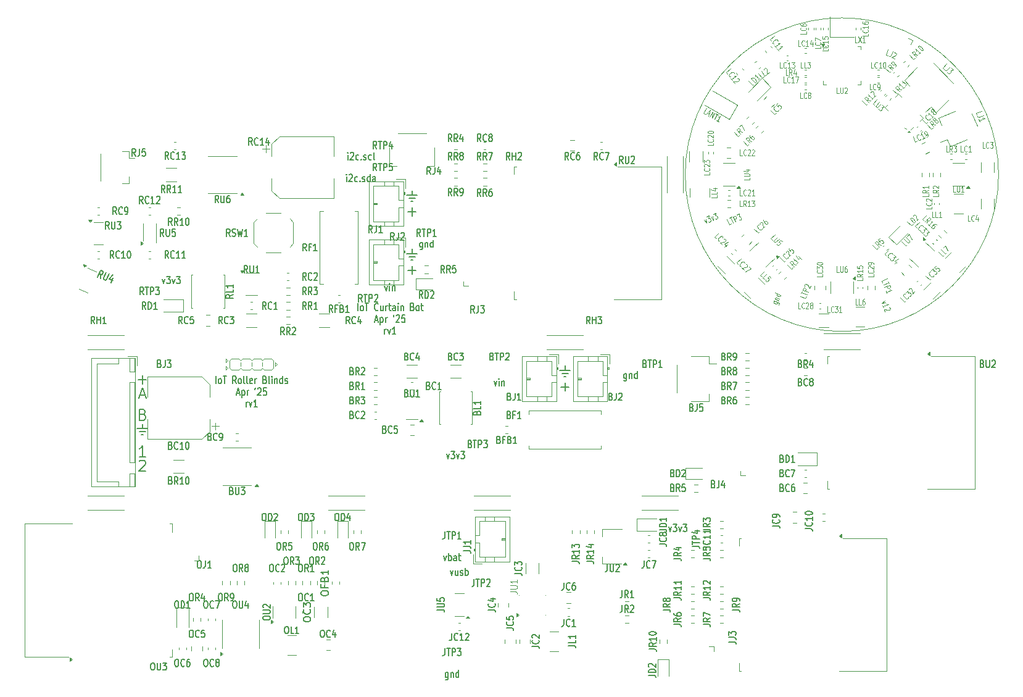
<source format=gbr>
G04 #@! TF.GenerationSoftware,KiCad,Pcbnew,8.0.5*
G04 #@! TF.CreationDate,2025-07-01T00:57:45-07:00*
G04 #@! TF.ProjectId,IotRollerBlinds,496f7452-6f6c-46c6-9572-426c696e6473,rev?*
G04 #@! TF.SameCoordinates,Original*
G04 #@! TF.FileFunction,Legend,Top*
G04 #@! TF.FilePolarity,Positive*
%FSLAX46Y46*%
G04 Gerber Fmt 4.6, Leading zero omitted, Abs format (unit mm)*
G04 Created by KiCad (PCBNEW 8.0.5) date 2025-07-01 00:57:45*
%MOMM*%
%LPD*%
G01*
G04 APERTURE LIST*
%ADD10C,0.100000*%
%ADD11C,0.200000*%
%ADD12C,0.150000*%
%ADD13C,0.120000*%
G04 APERTURE END LIST*
D10*
X152500000Y-66000000D02*
G75*
G02*
X109500000Y-66000000I-21500000J0D01*
G01*
X109500000Y-66000000D02*
G75*
G02*
X152500000Y-66000000I21500000J0D01*
G01*
D11*
X35107142Y-98897814D02*
X35321428Y-98969242D01*
X35321428Y-98969242D02*
X35392857Y-99040671D01*
X35392857Y-99040671D02*
X35464285Y-99183528D01*
X35464285Y-99183528D02*
X35464285Y-99397814D01*
X35464285Y-99397814D02*
X35392857Y-99540671D01*
X35392857Y-99540671D02*
X35321428Y-99612100D01*
X35321428Y-99612100D02*
X35178571Y-99683528D01*
X35178571Y-99683528D02*
X34607142Y-99683528D01*
X34607142Y-99683528D02*
X34607142Y-98183528D01*
X34607142Y-98183528D02*
X35107142Y-98183528D01*
X35107142Y-98183528D02*
X35250000Y-98254957D01*
X35250000Y-98254957D02*
X35321428Y-98326385D01*
X35321428Y-98326385D02*
X35392857Y-98469242D01*
X35392857Y-98469242D02*
X35392857Y-98612100D01*
X35392857Y-98612100D02*
X35321428Y-98754957D01*
X35321428Y-98754957D02*
X35250000Y-98826385D01*
X35250000Y-98826385D02*
X35107142Y-98897814D01*
X35107142Y-98897814D02*
X34607142Y-98897814D01*
X34642857Y-96254957D02*
X35357143Y-96254957D01*
X34500000Y-96683528D02*
X35000000Y-95183528D01*
X35000000Y-95183528D02*
X35500000Y-96683528D01*
X92428571Y-95112100D02*
X93571429Y-95112100D01*
X93000000Y-95683528D02*
X93000000Y-94540671D01*
X34285714Y-100826385D02*
X35714286Y-100826385D01*
X34571429Y-101254957D02*
X35428571Y-101254957D01*
X35000000Y-100183528D02*
X35000000Y-100826385D01*
X35142857Y-101683528D02*
X34857143Y-101683528D01*
X71285714Y-68826385D02*
X72714286Y-68826385D01*
X71571429Y-69254957D02*
X72428571Y-69254957D01*
X72000000Y-68183528D02*
X72000000Y-68826385D01*
X72142857Y-69683528D02*
X71857143Y-69683528D01*
X71428571Y-79112100D02*
X72571429Y-79112100D01*
X72000000Y-79683528D02*
X72000000Y-78540671D01*
D12*
X45104761Y-94649931D02*
X45104761Y-93649931D01*
X45599998Y-94649931D02*
X45523808Y-94602312D01*
X45523808Y-94602312D02*
X45485713Y-94554692D01*
X45485713Y-94554692D02*
X45447617Y-94459454D01*
X45447617Y-94459454D02*
X45447617Y-94173740D01*
X45447617Y-94173740D02*
X45485713Y-94078502D01*
X45485713Y-94078502D02*
X45523808Y-94030883D01*
X45523808Y-94030883D02*
X45599998Y-93983264D01*
X45599998Y-93983264D02*
X45714284Y-93983264D01*
X45714284Y-93983264D02*
X45790475Y-94030883D01*
X45790475Y-94030883D02*
X45828570Y-94078502D01*
X45828570Y-94078502D02*
X45866665Y-94173740D01*
X45866665Y-94173740D02*
X45866665Y-94459454D01*
X45866665Y-94459454D02*
X45828570Y-94554692D01*
X45828570Y-94554692D02*
X45790475Y-94602312D01*
X45790475Y-94602312D02*
X45714284Y-94649931D01*
X45714284Y-94649931D02*
X45599998Y-94649931D01*
X46095237Y-93649931D02*
X46552380Y-93649931D01*
X46323808Y-94649931D02*
X46323808Y-93649931D01*
X47885714Y-94649931D02*
X47619047Y-94173740D01*
X47428571Y-94649931D02*
X47428571Y-93649931D01*
X47428571Y-93649931D02*
X47733333Y-93649931D01*
X47733333Y-93649931D02*
X47809523Y-93697550D01*
X47809523Y-93697550D02*
X47847618Y-93745169D01*
X47847618Y-93745169D02*
X47885714Y-93840407D01*
X47885714Y-93840407D02*
X47885714Y-93983264D01*
X47885714Y-93983264D02*
X47847618Y-94078502D01*
X47847618Y-94078502D02*
X47809523Y-94126121D01*
X47809523Y-94126121D02*
X47733333Y-94173740D01*
X47733333Y-94173740D02*
X47428571Y-94173740D01*
X48342856Y-94649931D02*
X48266666Y-94602312D01*
X48266666Y-94602312D02*
X48228571Y-94554692D01*
X48228571Y-94554692D02*
X48190475Y-94459454D01*
X48190475Y-94459454D02*
X48190475Y-94173740D01*
X48190475Y-94173740D02*
X48228571Y-94078502D01*
X48228571Y-94078502D02*
X48266666Y-94030883D01*
X48266666Y-94030883D02*
X48342856Y-93983264D01*
X48342856Y-93983264D02*
X48457142Y-93983264D01*
X48457142Y-93983264D02*
X48533333Y-94030883D01*
X48533333Y-94030883D02*
X48571428Y-94078502D01*
X48571428Y-94078502D02*
X48609523Y-94173740D01*
X48609523Y-94173740D02*
X48609523Y-94459454D01*
X48609523Y-94459454D02*
X48571428Y-94554692D01*
X48571428Y-94554692D02*
X48533333Y-94602312D01*
X48533333Y-94602312D02*
X48457142Y-94649931D01*
X48457142Y-94649931D02*
X48342856Y-94649931D01*
X49066666Y-94649931D02*
X48990476Y-94602312D01*
X48990476Y-94602312D02*
X48952381Y-94507073D01*
X48952381Y-94507073D02*
X48952381Y-93649931D01*
X49485714Y-94649931D02*
X49409524Y-94602312D01*
X49409524Y-94602312D02*
X49371429Y-94507073D01*
X49371429Y-94507073D02*
X49371429Y-93649931D01*
X50095239Y-94602312D02*
X50019048Y-94649931D01*
X50019048Y-94649931D02*
X49866667Y-94649931D01*
X49866667Y-94649931D02*
X49790477Y-94602312D01*
X49790477Y-94602312D02*
X49752381Y-94507073D01*
X49752381Y-94507073D02*
X49752381Y-94126121D01*
X49752381Y-94126121D02*
X49790477Y-94030883D01*
X49790477Y-94030883D02*
X49866667Y-93983264D01*
X49866667Y-93983264D02*
X50019048Y-93983264D01*
X50019048Y-93983264D02*
X50095239Y-94030883D01*
X50095239Y-94030883D02*
X50133334Y-94126121D01*
X50133334Y-94126121D02*
X50133334Y-94221359D01*
X50133334Y-94221359D02*
X49752381Y-94316597D01*
X50476191Y-94649931D02*
X50476191Y-93983264D01*
X50476191Y-94173740D02*
X50514286Y-94078502D01*
X50514286Y-94078502D02*
X50552381Y-94030883D01*
X50552381Y-94030883D02*
X50628572Y-93983264D01*
X50628572Y-93983264D02*
X50704762Y-93983264D01*
X51847619Y-94126121D02*
X51961905Y-94173740D01*
X51961905Y-94173740D02*
X52000000Y-94221359D01*
X52000000Y-94221359D02*
X52038096Y-94316597D01*
X52038096Y-94316597D02*
X52038096Y-94459454D01*
X52038096Y-94459454D02*
X52000000Y-94554692D01*
X52000000Y-94554692D02*
X51961905Y-94602312D01*
X51961905Y-94602312D02*
X51885715Y-94649931D01*
X51885715Y-94649931D02*
X51580953Y-94649931D01*
X51580953Y-94649931D02*
X51580953Y-93649931D01*
X51580953Y-93649931D02*
X51847619Y-93649931D01*
X51847619Y-93649931D02*
X51923810Y-93697550D01*
X51923810Y-93697550D02*
X51961905Y-93745169D01*
X51961905Y-93745169D02*
X52000000Y-93840407D01*
X52000000Y-93840407D02*
X52000000Y-93935645D01*
X52000000Y-93935645D02*
X51961905Y-94030883D01*
X51961905Y-94030883D02*
X51923810Y-94078502D01*
X51923810Y-94078502D02*
X51847619Y-94126121D01*
X51847619Y-94126121D02*
X51580953Y-94126121D01*
X52495238Y-94649931D02*
X52419048Y-94602312D01*
X52419048Y-94602312D02*
X52380953Y-94507073D01*
X52380953Y-94507073D02*
X52380953Y-93649931D01*
X52800001Y-94649931D02*
X52800001Y-93983264D01*
X52800001Y-93649931D02*
X52761905Y-93697550D01*
X52761905Y-93697550D02*
X52800001Y-93745169D01*
X52800001Y-93745169D02*
X52838096Y-93697550D01*
X52838096Y-93697550D02*
X52800001Y-93649931D01*
X52800001Y-93649931D02*
X52800001Y-93745169D01*
X53180953Y-93983264D02*
X53180953Y-94649931D01*
X53180953Y-94078502D02*
X53219048Y-94030883D01*
X53219048Y-94030883D02*
X53295238Y-93983264D01*
X53295238Y-93983264D02*
X53409524Y-93983264D01*
X53409524Y-93983264D02*
X53485715Y-94030883D01*
X53485715Y-94030883D02*
X53523810Y-94126121D01*
X53523810Y-94126121D02*
X53523810Y-94649931D01*
X54247620Y-94649931D02*
X54247620Y-93649931D01*
X54247620Y-94602312D02*
X54171429Y-94649931D01*
X54171429Y-94649931D02*
X54019048Y-94649931D01*
X54019048Y-94649931D02*
X53942858Y-94602312D01*
X53942858Y-94602312D02*
X53904763Y-94554692D01*
X53904763Y-94554692D02*
X53866667Y-94459454D01*
X53866667Y-94459454D02*
X53866667Y-94173740D01*
X53866667Y-94173740D02*
X53904763Y-94078502D01*
X53904763Y-94078502D02*
X53942858Y-94030883D01*
X53942858Y-94030883D02*
X54019048Y-93983264D01*
X54019048Y-93983264D02*
X54171429Y-93983264D01*
X54171429Y-93983264D02*
X54247620Y-94030883D01*
X54590477Y-94602312D02*
X54666668Y-94649931D01*
X54666668Y-94649931D02*
X54819049Y-94649931D01*
X54819049Y-94649931D02*
X54895239Y-94602312D01*
X54895239Y-94602312D02*
X54933335Y-94507073D01*
X54933335Y-94507073D02*
X54933335Y-94459454D01*
X54933335Y-94459454D02*
X54895239Y-94364216D01*
X54895239Y-94364216D02*
X54819049Y-94316597D01*
X54819049Y-94316597D02*
X54704763Y-94316597D01*
X54704763Y-94316597D02*
X54628573Y-94268978D01*
X54628573Y-94268978D02*
X54590477Y-94173740D01*
X54590477Y-94173740D02*
X54590477Y-94126121D01*
X54590477Y-94126121D02*
X54628573Y-94030883D01*
X54628573Y-94030883D02*
X54704763Y-93983264D01*
X54704763Y-93983264D02*
X54819049Y-93983264D01*
X54819049Y-93983264D02*
X54895239Y-94030883D01*
X47942856Y-95974160D02*
X48323809Y-95974160D01*
X47866666Y-96259875D02*
X48133333Y-95259875D01*
X48133333Y-95259875D02*
X48399999Y-96259875D01*
X48666666Y-95593208D02*
X48666666Y-96593208D01*
X48666666Y-95640827D02*
X48742856Y-95593208D01*
X48742856Y-95593208D02*
X48895237Y-95593208D01*
X48895237Y-95593208D02*
X48971428Y-95640827D01*
X48971428Y-95640827D02*
X49009523Y-95688446D01*
X49009523Y-95688446D02*
X49047618Y-95783684D01*
X49047618Y-95783684D02*
X49047618Y-96069398D01*
X49047618Y-96069398D02*
X49009523Y-96164636D01*
X49009523Y-96164636D02*
X48971428Y-96212256D01*
X48971428Y-96212256D02*
X48895237Y-96259875D01*
X48895237Y-96259875D02*
X48742856Y-96259875D01*
X48742856Y-96259875D02*
X48666666Y-96212256D01*
X49390476Y-96259875D02*
X49390476Y-95593208D01*
X49390476Y-95783684D02*
X49428571Y-95688446D01*
X49428571Y-95688446D02*
X49466666Y-95640827D01*
X49466666Y-95640827D02*
X49542857Y-95593208D01*
X49542857Y-95593208D02*
X49619047Y-95593208D01*
X50533333Y-95259875D02*
X50457142Y-95450351D01*
X50838094Y-95355113D02*
X50876190Y-95307494D01*
X50876190Y-95307494D02*
X50952380Y-95259875D01*
X50952380Y-95259875D02*
X51142856Y-95259875D01*
X51142856Y-95259875D02*
X51219047Y-95307494D01*
X51219047Y-95307494D02*
X51257142Y-95355113D01*
X51257142Y-95355113D02*
X51295237Y-95450351D01*
X51295237Y-95450351D02*
X51295237Y-95545589D01*
X51295237Y-95545589D02*
X51257142Y-95688446D01*
X51257142Y-95688446D02*
X50799999Y-96259875D01*
X50799999Y-96259875D02*
X51295237Y-96259875D01*
X52019047Y-95259875D02*
X51638095Y-95259875D01*
X51638095Y-95259875D02*
X51599999Y-95736065D01*
X51599999Y-95736065D02*
X51638095Y-95688446D01*
X51638095Y-95688446D02*
X51714285Y-95640827D01*
X51714285Y-95640827D02*
X51904761Y-95640827D01*
X51904761Y-95640827D02*
X51980952Y-95688446D01*
X51980952Y-95688446D02*
X52019047Y-95736065D01*
X52019047Y-95736065D02*
X52057142Y-95831303D01*
X52057142Y-95831303D02*
X52057142Y-96069398D01*
X52057142Y-96069398D02*
X52019047Y-96164636D01*
X52019047Y-96164636D02*
X51980952Y-96212256D01*
X51980952Y-96212256D02*
X51904761Y-96259875D01*
X51904761Y-96259875D02*
X51714285Y-96259875D01*
X51714285Y-96259875D02*
X51638095Y-96212256D01*
X51638095Y-96212256D02*
X51599999Y-96164636D01*
X49257143Y-97869819D02*
X49257143Y-97203152D01*
X49257143Y-97393628D02*
X49295238Y-97298390D01*
X49295238Y-97298390D02*
X49333333Y-97250771D01*
X49333333Y-97250771D02*
X49409524Y-97203152D01*
X49409524Y-97203152D02*
X49485714Y-97203152D01*
X49676190Y-97203152D02*
X49866666Y-97869819D01*
X49866666Y-97869819D02*
X50057143Y-97203152D01*
X50780952Y-97869819D02*
X50323809Y-97869819D01*
X50552381Y-97869819D02*
X50552381Y-96869819D01*
X50552381Y-96869819D02*
X50476190Y-97012676D01*
X50476190Y-97012676D02*
X50400000Y-97107914D01*
X50400000Y-97107914D02*
X50323809Y-97155533D01*
D11*
X34428571Y-94112100D02*
X35571429Y-94112100D01*
X35000000Y-94683528D02*
X35000000Y-93540671D01*
X35428572Y-104683528D02*
X34571429Y-104683528D01*
X35000000Y-104683528D02*
X35000000Y-103183528D01*
X35000000Y-103183528D02*
X34857143Y-103397814D01*
X34857143Y-103397814D02*
X34714286Y-103540671D01*
X34714286Y-103540671D02*
X34571429Y-103612100D01*
X34571429Y-105326385D02*
X34642857Y-105254957D01*
X34642857Y-105254957D02*
X34785715Y-105183528D01*
X34785715Y-105183528D02*
X35142857Y-105183528D01*
X35142857Y-105183528D02*
X35285715Y-105254957D01*
X35285715Y-105254957D02*
X35357143Y-105326385D01*
X35357143Y-105326385D02*
X35428572Y-105469242D01*
X35428572Y-105469242D02*
X35428572Y-105612100D01*
X35428572Y-105612100D02*
X35357143Y-105826385D01*
X35357143Y-105826385D02*
X34500000Y-106683528D01*
X34500000Y-106683528D02*
X35428572Y-106683528D01*
X71285714Y-76826385D02*
X72714286Y-76826385D01*
X71571429Y-77254957D02*
X72428571Y-77254957D01*
X72000000Y-76183528D02*
X72000000Y-76826385D01*
X72142857Y-77683528D02*
X71857143Y-77683528D01*
D12*
X64580951Y-84649931D02*
X64580951Y-83649931D01*
X65076188Y-84649931D02*
X64999998Y-84602312D01*
X64999998Y-84602312D02*
X64961903Y-84554692D01*
X64961903Y-84554692D02*
X64923807Y-84459454D01*
X64923807Y-84459454D02*
X64923807Y-84173740D01*
X64923807Y-84173740D02*
X64961903Y-84078502D01*
X64961903Y-84078502D02*
X64999998Y-84030883D01*
X64999998Y-84030883D02*
X65076188Y-83983264D01*
X65076188Y-83983264D02*
X65190474Y-83983264D01*
X65190474Y-83983264D02*
X65266665Y-84030883D01*
X65266665Y-84030883D02*
X65304760Y-84078502D01*
X65304760Y-84078502D02*
X65342855Y-84173740D01*
X65342855Y-84173740D02*
X65342855Y-84459454D01*
X65342855Y-84459454D02*
X65304760Y-84554692D01*
X65304760Y-84554692D02*
X65266665Y-84602312D01*
X65266665Y-84602312D02*
X65190474Y-84649931D01*
X65190474Y-84649931D02*
X65076188Y-84649931D01*
X65571427Y-83649931D02*
X66028570Y-83649931D01*
X65799998Y-84649931D02*
X65799998Y-83649931D01*
X67361904Y-84554692D02*
X67323808Y-84602312D01*
X67323808Y-84602312D02*
X67209523Y-84649931D01*
X67209523Y-84649931D02*
X67133332Y-84649931D01*
X67133332Y-84649931D02*
X67019046Y-84602312D01*
X67019046Y-84602312D02*
X66942856Y-84507073D01*
X66942856Y-84507073D02*
X66904761Y-84411835D01*
X66904761Y-84411835D02*
X66866665Y-84221359D01*
X66866665Y-84221359D02*
X66866665Y-84078502D01*
X66866665Y-84078502D02*
X66904761Y-83888026D01*
X66904761Y-83888026D02*
X66942856Y-83792788D01*
X66942856Y-83792788D02*
X67019046Y-83697550D01*
X67019046Y-83697550D02*
X67133332Y-83649931D01*
X67133332Y-83649931D02*
X67209523Y-83649931D01*
X67209523Y-83649931D02*
X67323808Y-83697550D01*
X67323808Y-83697550D02*
X67361904Y-83745169D01*
X68047618Y-83983264D02*
X68047618Y-84649931D01*
X67704761Y-83983264D02*
X67704761Y-84507073D01*
X67704761Y-84507073D02*
X67742856Y-84602312D01*
X67742856Y-84602312D02*
X67819046Y-84649931D01*
X67819046Y-84649931D02*
X67933332Y-84649931D01*
X67933332Y-84649931D02*
X68009523Y-84602312D01*
X68009523Y-84602312D02*
X68047618Y-84554692D01*
X68428571Y-84649931D02*
X68428571Y-83983264D01*
X68428571Y-84173740D02*
X68466666Y-84078502D01*
X68466666Y-84078502D02*
X68504761Y-84030883D01*
X68504761Y-84030883D02*
X68580952Y-83983264D01*
X68580952Y-83983264D02*
X68657142Y-83983264D01*
X68809523Y-83983264D02*
X69114285Y-83983264D01*
X68923809Y-83649931D02*
X68923809Y-84507073D01*
X68923809Y-84507073D02*
X68961904Y-84602312D01*
X68961904Y-84602312D02*
X69038094Y-84649931D01*
X69038094Y-84649931D02*
X69114285Y-84649931D01*
X69723809Y-84649931D02*
X69723809Y-84126121D01*
X69723809Y-84126121D02*
X69685714Y-84030883D01*
X69685714Y-84030883D02*
X69609523Y-83983264D01*
X69609523Y-83983264D02*
X69457142Y-83983264D01*
X69457142Y-83983264D02*
X69380952Y-84030883D01*
X69723809Y-84602312D02*
X69647618Y-84649931D01*
X69647618Y-84649931D02*
X69457142Y-84649931D01*
X69457142Y-84649931D02*
X69380952Y-84602312D01*
X69380952Y-84602312D02*
X69342856Y-84507073D01*
X69342856Y-84507073D02*
X69342856Y-84411835D01*
X69342856Y-84411835D02*
X69380952Y-84316597D01*
X69380952Y-84316597D02*
X69457142Y-84268978D01*
X69457142Y-84268978D02*
X69647618Y-84268978D01*
X69647618Y-84268978D02*
X69723809Y-84221359D01*
X70104762Y-84649931D02*
X70104762Y-83983264D01*
X70104762Y-83649931D02*
X70066666Y-83697550D01*
X70066666Y-83697550D02*
X70104762Y-83745169D01*
X70104762Y-83745169D02*
X70142857Y-83697550D01*
X70142857Y-83697550D02*
X70104762Y-83649931D01*
X70104762Y-83649931D02*
X70104762Y-83745169D01*
X70485714Y-83983264D02*
X70485714Y-84649931D01*
X70485714Y-84078502D02*
X70523809Y-84030883D01*
X70523809Y-84030883D02*
X70599999Y-83983264D01*
X70599999Y-83983264D02*
X70714285Y-83983264D01*
X70714285Y-83983264D02*
X70790476Y-84030883D01*
X70790476Y-84030883D02*
X70828571Y-84126121D01*
X70828571Y-84126121D02*
X70828571Y-84649931D01*
X72085714Y-84126121D02*
X72200000Y-84173740D01*
X72200000Y-84173740D02*
X72238095Y-84221359D01*
X72238095Y-84221359D02*
X72276191Y-84316597D01*
X72276191Y-84316597D02*
X72276191Y-84459454D01*
X72276191Y-84459454D02*
X72238095Y-84554692D01*
X72238095Y-84554692D02*
X72200000Y-84602312D01*
X72200000Y-84602312D02*
X72123810Y-84649931D01*
X72123810Y-84649931D02*
X71819048Y-84649931D01*
X71819048Y-84649931D02*
X71819048Y-83649931D01*
X71819048Y-83649931D02*
X72085714Y-83649931D01*
X72085714Y-83649931D02*
X72161905Y-83697550D01*
X72161905Y-83697550D02*
X72200000Y-83745169D01*
X72200000Y-83745169D02*
X72238095Y-83840407D01*
X72238095Y-83840407D02*
X72238095Y-83935645D01*
X72238095Y-83935645D02*
X72200000Y-84030883D01*
X72200000Y-84030883D02*
X72161905Y-84078502D01*
X72161905Y-84078502D02*
X72085714Y-84126121D01*
X72085714Y-84126121D02*
X71819048Y-84126121D01*
X72733333Y-84649931D02*
X72657143Y-84602312D01*
X72657143Y-84602312D02*
X72619048Y-84554692D01*
X72619048Y-84554692D02*
X72580952Y-84459454D01*
X72580952Y-84459454D02*
X72580952Y-84173740D01*
X72580952Y-84173740D02*
X72619048Y-84078502D01*
X72619048Y-84078502D02*
X72657143Y-84030883D01*
X72657143Y-84030883D02*
X72733333Y-83983264D01*
X72733333Y-83983264D02*
X72847619Y-83983264D01*
X72847619Y-83983264D02*
X72923810Y-84030883D01*
X72923810Y-84030883D02*
X72961905Y-84078502D01*
X72961905Y-84078502D02*
X73000000Y-84173740D01*
X73000000Y-84173740D02*
X73000000Y-84459454D01*
X73000000Y-84459454D02*
X72961905Y-84554692D01*
X72961905Y-84554692D02*
X72923810Y-84602312D01*
X72923810Y-84602312D02*
X72847619Y-84649931D01*
X72847619Y-84649931D02*
X72733333Y-84649931D01*
X73228572Y-83983264D02*
X73533334Y-83983264D01*
X73342858Y-83649931D02*
X73342858Y-84507073D01*
X73342858Y-84507073D02*
X73380953Y-84602312D01*
X73380953Y-84602312D02*
X73457143Y-84649931D01*
X73457143Y-84649931D02*
X73533334Y-84649931D01*
X66942856Y-85974160D02*
X67323809Y-85974160D01*
X66866666Y-86259875D02*
X67133333Y-85259875D01*
X67133333Y-85259875D02*
X67399999Y-86259875D01*
X67666666Y-85593208D02*
X67666666Y-86593208D01*
X67666666Y-85640827D02*
X67742856Y-85593208D01*
X67742856Y-85593208D02*
X67895237Y-85593208D01*
X67895237Y-85593208D02*
X67971428Y-85640827D01*
X67971428Y-85640827D02*
X68009523Y-85688446D01*
X68009523Y-85688446D02*
X68047618Y-85783684D01*
X68047618Y-85783684D02*
X68047618Y-86069398D01*
X68047618Y-86069398D02*
X68009523Y-86164636D01*
X68009523Y-86164636D02*
X67971428Y-86212256D01*
X67971428Y-86212256D02*
X67895237Y-86259875D01*
X67895237Y-86259875D02*
X67742856Y-86259875D01*
X67742856Y-86259875D02*
X67666666Y-86212256D01*
X68390476Y-86259875D02*
X68390476Y-85593208D01*
X68390476Y-85783684D02*
X68428571Y-85688446D01*
X68428571Y-85688446D02*
X68466666Y-85640827D01*
X68466666Y-85640827D02*
X68542857Y-85593208D01*
X68542857Y-85593208D02*
X68619047Y-85593208D01*
X69533333Y-85259875D02*
X69457142Y-85450351D01*
X69838094Y-85355113D02*
X69876190Y-85307494D01*
X69876190Y-85307494D02*
X69952380Y-85259875D01*
X69952380Y-85259875D02*
X70142856Y-85259875D01*
X70142856Y-85259875D02*
X70219047Y-85307494D01*
X70219047Y-85307494D02*
X70257142Y-85355113D01*
X70257142Y-85355113D02*
X70295237Y-85450351D01*
X70295237Y-85450351D02*
X70295237Y-85545589D01*
X70295237Y-85545589D02*
X70257142Y-85688446D01*
X70257142Y-85688446D02*
X69799999Y-86259875D01*
X69799999Y-86259875D02*
X70295237Y-86259875D01*
X71019047Y-85259875D02*
X70638095Y-85259875D01*
X70638095Y-85259875D02*
X70599999Y-85736065D01*
X70599999Y-85736065D02*
X70638095Y-85688446D01*
X70638095Y-85688446D02*
X70714285Y-85640827D01*
X70714285Y-85640827D02*
X70904761Y-85640827D01*
X70904761Y-85640827D02*
X70980952Y-85688446D01*
X70980952Y-85688446D02*
X71019047Y-85736065D01*
X71019047Y-85736065D02*
X71057142Y-85831303D01*
X71057142Y-85831303D02*
X71057142Y-86069398D01*
X71057142Y-86069398D02*
X71019047Y-86164636D01*
X71019047Y-86164636D02*
X70980952Y-86212256D01*
X70980952Y-86212256D02*
X70904761Y-86259875D01*
X70904761Y-86259875D02*
X70714285Y-86259875D01*
X70714285Y-86259875D02*
X70638095Y-86212256D01*
X70638095Y-86212256D02*
X70599999Y-86164636D01*
X68257143Y-87869819D02*
X68257143Y-87203152D01*
X68257143Y-87393628D02*
X68295238Y-87298390D01*
X68295238Y-87298390D02*
X68333333Y-87250771D01*
X68333333Y-87250771D02*
X68409524Y-87203152D01*
X68409524Y-87203152D02*
X68485714Y-87203152D01*
X68676190Y-87203152D02*
X68866666Y-87869819D01*
X68866666Y-87869819D02*
X69057143Y-87203152D01*
X69780952Y-87869819D02*
X69323809Y-87869819D01*
X69552381Y-87869819D02*
X69552381Y-86869819D01*
X69552381Y-86869819D02*
X69476190Y-87012676D01*
X69476190Y-87012676D02*
X69400000Y-87107914D01*
X69400000Y-87107914D02*
X69323809Y-87155533D01*
D11*
X92285714Y-92826385D02*
X93714286Y-92826385D01*
X92571429Y-93254957D02*
X93428571Y-93254957D01*
X93000000Y-92183528D02*
X93000000Y-92826385D01*
X93142857Y-93683528D02*
X92857143Y-93683528D01*
X71428571Y-71112100D02*
X72571429Y-71112100D01*
X72000000Y-71683528D02*
X72000000Y-70540671D01*
D12*
X79971428Y-102931009D02*
X80085714Y-102978628D01*
X80085714Y-102978628D02*
X80123809Y-103026247D01*
X80123809Y-103026247D02*
X80161905Y-103121485D01*
X80161905Y-103121485D02*
X80161905Y-103264342D01*
X80161905Y-103264342D02*
X80123809Y-103359580D01*
X80123809Y-103359580D02*
X80085714Y-103407200D01*
X80085714Y-103407200D02*
X80009524Y-103454819D01*
X80009524Y-103454819D02*
X79704762Y-103454819D01*
X79704762Y-103454819D02*
X79704762Y-102454819D01*
X79704762Y-102454819D02*
X79971428Y-102454819D01*
X79971428Y-102454819D02*
X80047619Y-102502438D01*
X80047619Y-102502438D02*
X80085714Y-102550057D01*
X80085714Y-102550057D02*
X80123809Y-102645295D01*
X80123809Y-102645295D02*
X80123809Y-102740533D01*
X80123809Y-102740533D02*
X80085714Y-102835771D01*
X80085714Y-102835771D02*
X80047619Y-102883390D01*
X80047619Y-102883390D02*
X79971428Y-102931009D01*
X79971428Y-102931009D02*
X79704762Y-102931009D01*
X80390476Y-102454819D02*
X80847619Y-102454819D01*
X80619047Y-103454819D02*
X80619047Y-102454819D01*
X81114286Y-103454819D02*
X81114286Y-102454819D01*
X81114286Y-102454819D02*
X81419048Y-102454819D01*
X81419048Y-102454819D02*
X81495238Y-102502438D01*
X81495238Y-102502438D02*
X81533333Y-102550057D01*
X81533333Y-102550057D02*
X81571429Y-102645295D01*
X81571429Y-102645295D02*
X81571429Y-102788152D01*
X81571429Y-102788152D02*
X81533333Y-102883390D01*
X81533333Y-102883390D02*
X81495238Y-102931009D01*
X81495238Y-102931009D02*
X81419048Y-102978628D01*
X81419048Y-102978628D02*
X81114286Y-102978628D01*
X81838095Y-102454819D02*
X82333333Y-102454819D01*
X82333333Y-102454819D02*
X82066667Y-102835771D01*
X82066667Y-102835771D02*
X82180952Y-102835771D01*
X82180952Y-102835771D02*
X82257143Y-102883390D01*
X82257143Y-102883390D02*
X82295238Y-102931009D01*
X82295238Y-102931009D02*
X82333333Y-103026247D01*
X82333333Y-103026247D02*
X82333333Y-103264342D01*
X82333333Y-103264342D02*
X82295238Y-103359580D01*
X82295238Y-103359580D02*
X82257143Y-103407200D01*
X82257143Y-103407200D02*
X82180952Y-103454819D01*
X82180952Y-103454819D02*
X81952381Y-103454819D01*
X81952381Y-103454819D02*
X81876190Y-103407200D01*
X81876190Y-103407200D02*
X81838095Y-103359580D01*
X76742856Y-104288152D02*
X76933332Y-104954819D01*
X76933332Y-104954819D02*
X77123809Y-104288152D01*
X77352380Y-103954819D02*
X77847618Y-103954819D01*
X77847618Y-103954819D02*
X77580952Y-104335771D01*
X77580952Y-104335771D02*
X77695237Y-104335771D01*
X77695237Y-104335771D02*
X77771428Y-104383390D01*
X77771428Y-104383390D02*
X77809523Y-104431009D01*
X77809523Y-104431009D02*
X77847618Y-104526247D01*
X77847618Y-104526247D02*
X77847618Y-104764342D01*
X77847618Y-104764342D02*
X77809523Y-104859580D01*
X77809523Y-104859580D02*
X77771428Y-104907200D01*
X77771428Y-104907200D02*
X77695237Y-104954819D01*
X77695237Y-104954819D02*
X77466666Y-104954819D01*
X77466666Y-104954819D02*
X77390475Y-104907200D01*
X77390475Y-104907200D02*
X77352380Y-104859580D01*
X78114285Y-104288152D02*
X78304761Y-104954819D01*
X78304761Y-104954819D02*
X78495238Y-104288152D01*
X78723809Y-103954819D02*
X79219047Y-103954819D01*
X79219047Y-103954819D02*
X78952381Y-104335771D01*
X78952381Y-104335771D02*
X79066666Y-104335771D01*
X79066666Y-104335771D02*
X79142857Y-104383390D01*
X79142857Y-104383390D02*
X79180952Y-104431009D01*
X79180952Y-104431009D02*
X79219047Y-104526247D01*
X79219047Y-104526247D02*
X79219047Y-104764342D01*
X79219047Y-104764342D02*
X79180952Y-104859580D01*
X79180952Y-104859580D02*
X79142857Y-104907200D01*
X79142857Y-104907200D02*
X79066666Y-104954819D01*
X79066666Y-104954819D02*
X78838095Y-104954819D01*
X78838095Y-104954819D02*
X78761904Y-104907200D01*
X78761904Y-104907200D02*
X78723809Y-104859580D01*
X122776190Y-106931009D02*
X122890476Y-106978628D01*
X122890476Y-106978628D02*
X122928571Y-107026247D01*
X122928571Y-107026247D02*
X122966667Y-107121485D01*
X122966667Y-107121485D02*
X122966667Y-107264342D01*
X122966667Y-107264342D02*
X122928571Y-107359580D01*
X122928571Y-107359580D02*
X122890476Y-107407200D01*
X122890476Y-107407200D02*
X122814286Y-107454819D01*
X122814286Y-107454819D02*
X122509524Y-107454819D01*
X122509524Y-107454819D02*
X122509524Y-106454819D01*
X122509524Y-106454819D02*
X122776190Y-106454819D01*
X122776190Y-106454819D02*
X122852381Y-106502438D01*
X122852381Y-106502438D02*
X122890476Y-106550057D01*
X122890476Y-106550057D02*
X122928571Y-106645295D01*
X122928571Y-106645295D02*
X122928571Y-106740533D01*
X122928571Y-106740533D02*
X122890476Y-106835771D01*
X122890476Y-106835771D02*
X122852381Y-106883390D01*
X122852381Y-106883390D02*
X122776190Y-106931009D01*
X122776190Y-106931009D02*
X122509524Y-106931009D01*
X123766667Y-107359580D02*
X123728571Y-107407200D01*
X123728571Y-107407200D02*
X123614286Y-107454819D01*
X123614286Y-107454819D02*
X123538095Y-107454819D01*
X123538095Y-107454819D02*
X123423809Y-107407200D01*
X123423809Y-107407200D02*
X123347619Y-107311961D01*
X123347619Y-107311961D02*
X123309524Y-107216723D01*
X123309524Y-107216723D02*
X123271428Y-107026247D01*
X123271428Y-107026247D02*
X123271428Y-106883390D01*
X123271428Y-106883390D02*
X123309524Y-106692914D01*
X123309524Y-106692914D02*
X123347619Y-106597676D01*
X123347619Y-106597676D02*
X123423809Y-106502438D01*
X123423809Y-106502438D02*
X123538095Y-106454819D01*
X123538095Y-106454819D02*
X123614286Y-106454819D01*
X123614286Y-106454819D02*
X123728571Y-106502438D01*
X123728571Y-106502438D02*
X123766667Y-106550057D01*
X124033333Y-106454819D02*
X124566667Y-106454819D01*
X124566667Y-106454819D02*
X124223809Y-107454819D01*
X76466667Y-79454819D02*
X76200000Y-78978628D01*
X76009524Y-79454819D02*
X76009524Y-78454819D01*
X76009524Y-78454819D02*
X76314286Y-78454819D01*
X76314286Y-78454819D02*
X76390476Y-78502438D01*
X76390476Y-78502438D02*
X76428571Y-78550057D01*
X76428571Y-78550057D02*
X76466667Y-78645295D01*
X76466667Y-78645295D02*
X76466667Y-78788152D01*
X76466667Y-78788152D02*
X76428571Y-78883390D01*
X76428571Y-78883390D02*
X76390476Y-78931009D01*
X76390476Y-78931009D02*
X76314286Y-78978628D01*
X76314286Y-78978628D02*
X76009524Y-78978628D01*
X77266667Y-79454819D02*
X77000000Y-78978628D01*
X76809524Y-79454819D02*
X76809524Y-78454819D01*
X76809524Y-78454819D02*
X77114286Y-78454819D01*
X77114286Y-78454819D02*
X77190476Y-78502438D01*
X77190476Y-78502438D02*
X77228571Y-78550057D01*
X77228571Y-78550057D02*
X77266667Y-78645295D01*
X77266667Y-78645295D02*
X77266667Y-78788152D01*
X77266667Y-78788152D02*
X77228571Y-78883390D01*
X77228571Y-78883390D02*
X77190476Y-78931009D01*
X77190476Y-78931009D02*
X77114286Y-78978628D01*
X77114286Y-78978628D02*
X76809524Y-78978628D01*
X77990476Y-78454819D02*
X77609524Y-78454819D01*
X77609524Y-78454819D02*
X77571428Y-78931009D01*
X77571428Y-78931009D02*
X77609524Y-78883390D01*
X77609524Y-78883390D02*
X77685714Y-78835771D01*
X77685714Y-78835771D02*
X77876190Y-78835771D01*
X77876190Y-78835771D02*
X77952381Y-78883390D01*
X77952381Y-78883390D02*
X77990476Y-78931009D01*
X77990476Y-78931009D02*
X78028571Y-79026247D01*
X78028571Y-79026247D02*
X78028571Y-79264342D01*
X78028571Y-79264342D02*
X77990476Y-79359580D01*
X77990476Y-79359580D02*
X77952381Y-79407200D01*
X77952381Y-79407200D02*
X77876190Y-79454819D01*
X77876190Y-79454819D02*
X77685714Y-79454819D01*
X77685714Y-79454819D02*
X77609524Y-79407200D01*
X77609524Y-79407200D02*
X77571428Y-79359580D01*
D10*
X150600000Y-62364895D02*
X150314286Y-62364895D01*
X150314286Y-62364895D02*
X150314286Y-61564895D01*
X151142857Y-62288704D02*
X151114285Y-62326800D01*
X151114285Y-62326800D02*
X151028571Y-62364895D01*
X151028571Y-62364895D02*
X150971428Y-62364895D01*
X150971428Y-62364895D02*
X150885714Y-62326800D01*
X150885714Y-62326800D02*
X150828571Y-62250609D01*
X150828571Y-62250609D02*
X150800000Y-62174419D01*
X150800000Y-62174419D02*
X150771428Y-62022038D01*
X150771428Y-62022038D02*
X150771428Y-61907752D01*
X150771428Y-61907752D02*
X150800000Y-61755371D01*
X150800000Y-61755371D02*
X150828571Y-61679180D01*
X150828571Y-61679180D02*
X150885714Y-61602990D01*
X150885714Y-61602990D02*
X150971428Y-61564895D01*
X150971428Y-61564895D02*
X151028571Y-61564895D01*
X151028571Y-61564895D02*
X151114285Y-61602990D01*
X151114285Y-61602990D02*
X151142857Y-61641085D01*
X151342857Y-61564895D02*
X151714285Y-61564895D01*
X151714285Y-61564895D02*
X151514285Y-61869657D01*
X151514285Y-61869657D02*
X151600000Y-61869657D01*
X151600000Y-61869657D02*
X151657143Y-61907752D01*
X151657143Y-61907752D02*
X151685714Y-61945847D01*
X151685714Y-61945847D02*
X151714285Y-62022038D01*
X151714285Y-62022038D02*
X151714285Y-62212514D01*
X151714285Y-62212514D02*
X151685714Y-62288704D01*
X151685714Y-62288704D02*
X151657143Y-62326800D01*
X151657143Y-62326800D02*
X151600000Y-62364895D01*
X151600000Y-62364895D02*
X151428571Y-62364895D01*
X151428571Y-62364895D02*
X151371428Y-62326800D01*
X151371428Y-62326800D02*
X151342857Y-62288704D01*
X116757107Y-78273146D02*
X116555077Y-78071115D01*
X116555077Y-78071115D02*
X117120762Y-77505430D01*
X117194840Y-78603129D02*
X117147699Y-78609863D01*
X117147699Y-78609863D02*
X117060153Y-78576192D01*
X117060153Y-78576192D02*
X117019747Y-78535785D01*
X117019747Y-78535785D02*
X116986075Y-78448239D01*
X116986075Y-78448239D02*
X116999544Y-78353958D01*
X116999544Y-78353958D02*
X117033215Y-78279880D01*
X117033215Y-78279880D02*
X117120762Y-78151927D01*
X117120762Y-78151927D02*
X117201574Y-78071115D01*
X117201574Y-78071115D02*
X117329527Y-77983569D01*
X117329527Y-77983569D02*
X117403605Y-77949897D01*
X117403605Y-77949897D02*
X117497886Y-77936428D01*
X117497886Y-77936428D02*
X117585432Y-77970100D01*
X117585432Y-77970100D02*
X117625838Y-78010506D01*
X117625838Y-78010506D02*
X117659510Y-78098053D01*
X117659510Y-78098053D02*
X117652776Y-78145193D01*
X117814400Y-78306818D02*
X117861540Y-78300083D01*
X117861540Y-78300083D02*
X117928884Y-78313552D01*
X117928884Y-78313552D02*
X118029899Y-78414567D01*
X118029899Y-78414567D02*
X118043368Y-78481911D01*
X118043368Y-78481911D02*
X118036634Y-78529051D01*
X118036634Y-78529051D02*
X118002962Y-78603129D01*
X118002962Y-78603129D02*
X117949087Y-78657004D01*
X117949087Y-78657004D02*
X117848072Y-78717613D01*
X117848072Y-78717613D02*
X117282386Y-78798425D01*
X117282386Y-78798425D02*
X117545026Y-79061065D01*
X118252133Y-78636801D02*
X118534976Y-78919644D01*
X118534976Y-78919644D02*
X117787463Y-79303502D01*
D12*
X59642857Y-128454819D02*
X59795238Y-128454819D01*
X59795238Y-128454819D02*
X59871428Y-128502438D01*
X59871428Y-128502438D02*
X59947619Y-128597676D01*
X59947619Y-128597676D02*
X59985714Y-128788152D01*
X59985714Y-128788152D02*
X59985714Y-129121485D01*
X59985714Y-129121485D02*
X59947619Y-129311961D01*
X59947619Y-129311961D02*
X59871428Y-129407200D01*
X59871428Y-129407200D02*
X59795238Y-129454819D01*
X59795238Y-129454819D02*
X59642857Y-129454819D01*
X59642857Y-129454819D02*
X59566666Y-129407200D01*
X59566666Y-129407200D02*
X59490476Y-129311961D01*
X59490476Y-129311961D02*
X59452380Y-129121485D01*
X59452380Y-129121485D02*
X59452380Y-128788152D01*
X59452380Y-128788152D02*
X59490476Y-128597676D01*
X59490476Y-128597676D02*
X59566666Y-128502438D01*
X59566666Y-128502438D02*
X59642857Y-128454819D01*
X60785714Y-129359580D02*
X60747618Y-129407200D01*
X60747618Y-129407200D02*
X60633333Y-129454819D01*
X60633333Y-129454819D02*
X60557142Y-129454819D01*
X60557142Y-129454819D02*
X60442856Y-129407200D01*
X60442856Y-129407200D02*
X60366666Y-129311961D01*
X60366666Y-129311961D02*
X60328571Y-129216723D01*
X60328571Y-129216723D02*
X60290475Y-129026247D01*
X60290475Y-129026247D02*
X60290475Y-128883390D01*
X60290475Y-128883390D02*
X60328571Y-128692914D01*
X60328571Y-128692914D02*
X60366666Y-128597676D01*
X60366666Y-128597676D02*
X60442856Y-128502438D01*
X60442856Y-128502438D02*
X60557142Y-128454819D01*
X60557142Y-128454819D02*
X60633333Y-128454819D01*
X60633333Y-128454819D02*
X60747618Y-128502438D01*
X60747618Y-128502438D02*
X60785714Y-128550057D01*
X61471428Y-128788152D02*
X61471428Y-129454819D01*
X61280952Y-128407200D02*
X61090475Y-129121485D01*
X61090475Y-129121485D02*
X61585714Y-129121485D01*
X100947619Y-64454819D02*
X100680952Y-63978628D01*
X100490476Y-64454819D02*
X100490476Y-63454819D01*
X100490476Y-63454819D02*
X100795238Y-63454819D01*
X100795238Y-63454819D02*
X100871428Y-63502438D01*
X100871428Y-63502438D02*
X100909523Y-63550057D01*
X100909523Y-63550057D02*
X100947619Y-63645295D01*
X100947619Y-63645295D02*
X100947619Y-63788152D01*
X100947619Y-63788152D02*
X100909523Y-63883390D01*
X100909523Y-63883390D02*
X100871428Y-63931009D01*
X100871428Y-63931009D02*
X100795238Y-63978628D01*
X100795238Y-63978628D02*
X100490476Y-63978628D01*
X101290476Y-63454819D02*
X101290476Y-64264342D01*
X101290476Y-64264342D02*
X101328571Y-64359580D01*
X101328571Y-64359580D02*
X101366666Y-64407200D01*
X101366666Y-64407200D02*
X101442857Y-64454819D01*
X101442857Y-64454819D02*
X101595238Y-64454819D01*
X101595238Y-64454819D02*
X101671428Y-64407200D01*
X101671428Y-64407200D02*
X101709523Y-64359580D01*
X101709523Y-64359580D02*
X101747619Y-64264342D01*
X101747619Y-64264342D02*
X101747619Y-63454819D01*
X102090475Y-63550057D02*
X102128571Y-63502438D01*
X102128571Y-63502438D02*
X102204761Y-63454819D01*
X102204761Y-63454819D02*
X102395237Y-63454819D01*
X102395237Y-63454819D02*
X102471428Y-63502438D01*
X102471428Y-63502438D02*
X102509523Y-63550057D01*
X102509523Y-63550057D02*
X102547618Y-63645295D01*
X102547618Y-63645295D02*
X102547618Y-63740533D01*
X102547618Y-63740533D02*
X102509523Y-63883390D01*
X102509523Y-63883390D02*
X102052380Y-64454819D01*
X102052380Y-64454819D02*
X102547618Y-64454819D01*
X79054819Y-117571428D02*
X79769104Y-117571428D01*
X79769104Y-117571428D02*
X79911961Y-117609523D01*
X79911961Y-117609523D02*
X80007200Y-117685714D01*
X80007200Y-117685714D02*
X80054819Y-117799999D01*
X80054819Y-117799999D02*
X80054819Y-117876190D01*
X79054819Y-116961904D02*
X79769104Y-116961904D01*
X79769104Y-116961904D02*
X79911961Y-116999999D01*
X79911961Y-116999999D02*
X80007200Y-117076190D01*
X80007200Y-117076190D02*
X80054819Y-117190475D01*
X80054819Y-117190475D02*
X80054819Y-117266666D01*
X80054819Y-116161904D02*
X80054819Y-116619047D01*
X80054819Y-116390475D02*
X79054819Y-116390475D01*
X79054819Y-116390475D02*
X79197676Y-116466666D01*
X79197676Y-116466666D02*
X79292914Y-116542856D01*
X79292914Y-116542856D02*
X79340533Y-116619047D01*
D10*
X147600001Y-62864895D02*
X147314287Y-62864895D01*
X147314287Y-62864895D02*
X147314287Y-62064895D01*
X148142858Y-62788704D02*
X148114286Y-62826800D01*
X148114286Y-62826800D02*
X148028572Y-62864895D01*
X148028572Y-62864895D02*
X147971429Y-62864895D01*
X147971429Y-62864895D02*
X147885715Y-62826800D01*
X147885715Y-62826800D02*
X147828572Y-62750609D01*
X147828572Y-62750609D02*
X147800001Y-62674419D01*
X147800001Y-62674419D02*
X147771429Y-62522038D01*
X147771429Y-62522038D02*
X147771429Y-62407752D01*
X147771429Y-62407752D02*
X147800001Y-62255371D01*
X147800001Y-62255371D02*
X147828572Y-62179180D01*
X147828572Y-62179180D02*
X147885715Y-62102990D01*
X147885715Y-62102990D02*
X147971429Y-62064895D01*
X147971429Y-62064895D02*
X148028572Y-62064895D01*
X148028572Y-62064895D02*
X148114286Y-62102990D01*
X148114286Y-62102990D02*
X148142858Y-62141085D01*
X148714286Y-62864895D02*
X148371429Y-62864895D01*
X148542858Y-62864895D02*
X148542858Y-62064895D01*
X148542858Y-62064895D02*
X148485715Y-62179180D01*
X148485715Y-62179180D02*
X148428572Y-62255371D01*
X148428572Y-62255371D02*
X148371429Y-62293466D01*
D12*
X77466667Y-63954819D02*
X77200000Y-63478628D01*
X77009524Y-63954819D02*
X77009524Y-62954819D01*
X77009524Y-62954819D02*
X77314286Y-62954819D01*
X77314286Y-62954819D02*
X77390476Y-63002438D01*
X77390476Y-63002438D02*
X77428571Y-63050057D01*
X77428571Y-63050057D02*
X77466667Y-63145295D01*
X77466667Y-63145295D02*
X77466667Y-63288152D01*
X77466667Y-63288152D02*
X77428571Y-63383390D01*
X77428571Y-63383390D02*
X77390476Y-63431009D01*
X77390476Y-63431009D02*
X77314286Y-63478628D01*
X77314286Y-63478628D02*
X77009524Y-63478628D01*
X78266667Y-63954819D02*
X78000000Y-63478628D01*
X77809524Y-63954819D02*
X77809524Y-62954819D01*
X77809524Y-62954819D02*
X78114286Y-62954819D01*
X78114286Y-62954819D02*
X78190476Y-63002438D01*
X78190476Y-63002438D02*
X78228571Y-63050057D01*
X78228571Y-63050057D02*
X78266667Y-63145295D01*
X78266667Y-63145295D02*
X78266667Y-63288152D01*
X78266667Y-63288152D02*
X78228571Y-63383390D01*
X78228571Y-63383390D02*
X78190476Y-63431009D01*
X78190476Y-63431009D02*
X78114286Y-63478628D01*
X78114286Y-63478628D02*
X77809524Y-63478628D01*
X78723809Y-63383390D02*
X78647619Y-63335771D01*
X78647619Y-63335771D02*
X78609524Y-63288152D01*
X78609524Y-63288152D02*
X78571428Y-63192914D01*
X78571428Y-63192914D02*
X78571428Y-63145295D01*
X78571428Y-63145295D02*
X78609524Y-63050057D01*
X78609524Y-63050057D02*
X78647619Y-63002438D01*
X78647619Y-63002438D02*
X78723809Y-62954819D01*
X78723809Y-62954819D02*
X78876190Y-62954819D01*
X78876190Y-62954819D02*
X78952381Y-63002438D01*
X78952381Y-63002438D02*
X78990476Y-63050057D01*
X78990476Y-63050057D02*
X79028571Y-63145295D01*
X79028571Y-63145295D02*
X79028571Y-63192914D01*
X79028571Y-63192914D02*
X78990476Y-63288152D01*
X78990476Y-63288152D02*
X78952381Y-63335771D01*
X78952381Y-63335771D02*
X78876190Y-63383390D01*
X78876190Y-63383390D02*
X78723809Y-63383390D01*
X78723809Y-63383390D02*
X78647619Y-63431009D01*
X78647619Y-63431009D02*
X78609524Y-63478628D01*
X78609524Y-63478628D02*
X78571428Y-63573866D01*
X78571428Y-63573866D02*
X78571428Y-63764342D01*
X78571428Y-63764342D02*
X78609524Y-63859580D01*
X78609524Y-63859580D02*
X78647619Y-63907200D01*
X78647619Y-63907200D02*
X78723809Y-63954819D01*
X78723809Y-63954819D02*
X78876190Y-63954819D01*
X78876190Y-63954819D02*
X78952381Y-63907200D01*
X78952381Y-63907200D02*
X78990476Y-63859580D01*
X78990476Y-63859580D02*
X79028571Y-63764342D01*
X79028571Y-63764342D02*
X79028571Y-63573866D01*
X79028571Y-63573866D02*
X78990476Y-63478628D01*
X78990476Y-63478628D02*
X78952381Y-63431009D01*
X78952381Y-63431009D02*
X78876190Y-63383390D01*
X43642857Y-132454819D02*
X43795238Y-132454819D01*
X43795238Y-132454819D02*
X43871428Y-132502438D01*
X43871428Y-132502438D02*
X43947619Y-132597676D01*
X43947619Y-132597676D02*
X43985714Y-132788152D01*
X43985714Y-132788152D02*
X43985714Y-133121485D01*
X43985714Y-133121485D02*
X43947619Y-133311961D01*
X43947619Y-133311961D02*
X43871428Y-133407200D01*
X43871428Y-133407200D02*
X43795238Y-133454819D01*
X43795238Y-133454819D02*
X43642857Y-133454819D01*
X43642857Y-133454819D02*
X43566666Y-133407200D01*
X43566666Y-133407200D02*
X43490476Y-133311961D01*
X43490476Y-133311961D02*
X43452380Y-133121485D01*
X43452380Y-133121485D02*
X43452380Y-132788152D01*
X43452380Y-132788152D02*
X43490476Y-132597676D01*
X43490476Y-132597676D02*
X43566666Y-132502438D01*
X43566666Y-132502438D02*
X43642857Y-132454819D01*
X44785714Y-133359580D02*
X44747618Y-133407200D01*
X44747618Y-133407200D02*
X44633333Y-133454819D01*
X44633333Y-133454819D02*
X44557142Y-133454819D01*
X44557142Y-133454819D02*
X44442856Y-133407200D01*
X44442856Y-133407200D02*
X44366666Y-133311961D01*
X44366666Y-133311961D02*
X44328571Y-133216723D01*
X44328571Y-133216723D02*
X44290475Y-133026247D01*
X44290475Y-133026247D02*
X44290475Y-132883390D01*
X44290475Y-132883390D02*
X44328571Y-132692914D01*
X44328571Y-132692914D02*
X44366666Y-132597676D01*
X44366666Y-132597676D02*
X44442856Y-132502438D01*
X44442856Y-132502438D02*
X44557142Y-132454819D01*
X44557142Y-132454819D02*
X44633333Y-132454819D01*
X44633333Y-132454819D02*
X44747618Y-132502438D01*
X44747618Y-132502438D02*
X44785714Y-132550057D01*
X45242856Y-132883390D02*
X45166666Y-132835771D01*
X45166666Y-132835771D02*
X45128571Y-132788152D01*
X45128571Y-132788152D02*
X45090475Y-132692914D01*
X45090475Y-132692914D02*
X45090475Y-132645295D01*
X45090475Y-132645295D02*
X45128571Y-132550057D01*
X45128571Y-132550057D02*
X45166666Y-132502438D01*
X45166666Y-132502438D02*
X45242856Y-132454819D01*
X45242856Y-132454819D02*
X45395237Y-132454819D01*
X45395237Y-132454819D02*
X45471428Y-132502438D01*
X45471428Y-132502438D02*
X45509523Y-132550057D01*
X45509523Y-132550057D02*
X45547618Y-132645295D01*
X45547618Y-132645295D02*
X45547618Y-132692914D01*
X45547618Y-132692914D02*
X45509523Y-132788152D01*
X45509523Y-132788152D02*
X45471428Y-132835771D01*
X45471428Y-132835771D02*
X45395237Y-132883390D01*
X45395237Y-132883390D02*
X45242856Y-132883390D01*
X45242856Y-132883390D02*
X45166666Y-132931009D01*
X45166666Y-132931009D02*
X45128571Y-132978628D01*
X45128571Y-132978628D02*
X45090475Y-133073866D01*
X45090475Y-133073866D02*
X45090475Y-133264342D01*
X45090475Y-133264342D02*
X45128571Y-133359580D01*
X45128571Y-133359580D02*
X45166666Y-133407200D01*
X45166666Y-133407200D02*
X45242856Y-133454819D01*
X45242856Y-133454819D02*
X45395237Y-133454819D01*
X45395237Y-133454819D02*
X45471428Y-133407200D01*
X45471428Y-133407200D02*
X45509523Y-133359580D01*
X45509523Y-133359580D02*
X45547618Y-133264342D01*
X45547618Y-133264342D02*
X45547618Y-133073866D01*
X45547618Y-133073866D02*
X45509523Y-132978628D01*
X45509523Y-132978628D02*
X45471428Y-132931009D01*
X45471428Y-132931009D02*
X45395237Y-132883390D01*
D10*
X146585715Y-68364895D02*
X146300001Y-68364895D01*
X146300001Y-68364895D02*
X146300001Y-67564895D01*
X146785715Y-67564895D02*
X146785715Y-68212514D01*
X146785715Y-68212514D02*
X146814286Y-68288704D01*
X146814286Y-68288704D02*
X146842858Y-68326800D01*
X146842858Y-68326800D02*
X146900000Y-68364895D01*
X146900000Y-68364895D02*
X147014286Y-68364895D01*
X147014286Y-68364895D02*
X147071429Y-68326800D01*
X147071429Y-68326800D02*
X147100000Y-68288704D01*
X147100000Y-68288704D02*
X147128572Y-68212514D01*
X147128572Y-68212514D02*
X147128572Y-67564895D01*
X147728571Y-68364895D02*
X147385714Y-68364895D01*
X147557143Y-68364895D02*
X147557143Y-67564895D01*
X147557143Y-67564895D02*
X147500000Y-67679180D01*
X147500000Y-67679180D02*
X147442857Y-67755371D01*
X147442857Y-67755371D02*
X147385714Y-67793466D01*
D12*
X45966667Y-86454819D02*
X45700000Y-85978628D01*
X45509524Y-86454819D02*
X45509524Y-85454819D01*
X45509524Y-85454819D02*
X45814286Y-85454819D01*
X45814286Y-85454819D02*
X45890476Y-85502438D01*
X45890476Y-85502438D02*
X45928571Y-85550057D01*
X45928571Y-85550057D02*
X45966667Y-85645295D01*
X45966667Y-85645295D02*
X45966667Y-85788152D01*
X45966667Y-85788152D02*
X45928571Y-85883390D01*
X45928571Y-85883390D02*
X45890476Y-85931009D01*
X45890476Y-85931009D02*
X45814286Y-85978628D01*
X45814286Y-85978628D02*
X45509524Y-85978628D01*
X46766667Y-86359580D02*
X46728571Y-86407200D01*
X46728571Y-86407200D02*
X46614286Y-86454819D01*
X46614286Y-86454819D02*
X46538095Y-86454819D01*
X46538095Y-86454819D02*
X46423809Y-86407200D01*
X46423809Y-86407200D02*
X46347619Y-86311961D01*
X46347619Y-86311961D02*
X46309524Y-86216723D01*
X46309524Y-86216723D02*
X46271428Y-86026247D01*
X46271428Y-86026247D02*
X46271428Y-85883390D01*
X46271428Y-85883390D02*
X46309524Y-85692914D01*
X46309524Y-85692914D02*
X46347619Y-85597676D01*
X46347619Y-85597676D02*
X46423809Y-85502438D01*
X46423809Y-85502438D02*
X46538095Y-85454819D01*
X46538095Y-85454819D02*
X46614286Y-85454819D01*
X46614286Y-85454819D02*
X46728571Y-85502438D01*
X46728571Y-85502438D02*
X46766667Y-85550057D01*
X47033333Y-85454819D02*
X47528571Y-85454819D01*
X47528571Y-85454819D02*
X47261905Y-85835771D01*
X47261905Y-85835771D02*
X47376190Y-85835771D01*
X47376190Y-85835771D02*
X47452381Y-85883390D01*
X47452381Y-85883390D02*
X47490476Y-85931009D01*
X47490476Y-85931009D02*
X47528571Y-86026247D01*
X47528571Y-86026247D02*
X47528571Y-86264342D01*
X47528571Y-86264342D02*
X47490476Y-86359580D01*
X47490476Y-86359580D02*
X47452381Y-86407200D01*
X47452381Y-86407200D02*
X47376190Y-86454819D01*
X47376190Y-86454819D02*
X47147619Y-86454819D01*
X47147619Y-86454819D02*
X47071428Y-86407200D01*
X47071428Y-86407200D02*
X47033333Y-86359580D01*
X59524819Y-123499999D02*
X59524819Y-123309523D01*
X59524819Y-123309523D02*
X59572438Y-123214285D01*
X59572438Y-123214285D02*
X59667676Y-123119047D01*
X59667676Y-123119047D02*
X59858152Y-123071428D01*
X59858152Y-123071428D02*
X60191485Y-123071428D01*
X60191485Y-123071428D02*
X60381961Y-123119047D01*
X60381961Y-123119047D02*
X60477200Y-123214285D01*
X60477200Y-123214285D02*
X60524819Y-123309523D01*
X60524819Y-123309523D02*
X60524819Y-123499999D01*
X60524819Y-123499999D02*
X60477200Y-123595237D01*
X60477200Y-123595237D02*
X60381961Y-123690475D01*
X60381961Y-123690475D02*
X60191485Y-123738094D01*
X60191485Y-123738094D02*
X59858152Y-123738094D01*
X59858152Y-123738094D02*
X59667676Y-123690475D01*
X59667676Y-123690475D02*
X59572438Y-123595237D01*
X59572438Y-123595237D02*
X59524819Y-123499999D01*
X60001009Y-122309523D02*
X60001009Y-122642856D01*
X60524819Y-122642856D02*
X59524819Y-122642856D01*
X59524819Y-122642856D02*
X59524819Y-122166666D01*
X60001009Y-121452380D02*
X60048628Y-121309523D01*
X60048628Y-121309523D02*
X60096247Y-121261904D01*
X60096247Y-121261904D02*
X60191485Y-121214285D01*
X60191485Y-121214285D02*
X60334342Y-121214285D01*
X60334342Y-121214285D02*
X60429580Y-121261904D01*
X60429580Y-121261904D02*
X60477200Y-121309523D01*
X60477200Y-121309523D02*
X60524819Y-121404761D01*
X60524819Y-121404761D02*
X60524819Y-121785713D01*
X60524819Y-121785713D02*
X59524819Y-121785713D01*
X59524819Y-121785713D02*
X59524819Y-121452380D01*
X59524819Y-121452380D02*
X59572438Y-121357142D01*
X59572438Y-121357142D02*
X59620057Y-121309523D01*
X59620057Y-121309523D02*
X59715295Y-121261904D01*
X59715295Y-121261904D02*
X59810533Y-121261904D01*
X59810533Y-121261904D02*
X59905771Y-121309523D01*
X59905771Y-121309523D02*
X59953390Y-121357142D01*
X59953390Y-121357142D02*
X60001009Y-121452380D01*
X60001009Y-121452380D02*
X60001009Y-121785713D01*
X60524819Y-120261904D02*
X60524819Y-120833332D01*
X60524819Y-120547618D02*
X59524819Y-120547618D01*
X59524819Y-120547618D02*
X59667676Y-120642856D01*
X59667676Y-120642856D02*
X59762914Y-120738094D01*
X59762914Y-120738094D02*
X59810533Y-120833332D01*
X44276190Y-101931009D02*
X44390476Y-101978628D01*
X44390476Y-101978628D02*
X44428571Y-102026247D01*
X44428571Y-102026247D02*
X44466667Y-102121485D01*
X44466667Y-102121485D02*
X44466667Y-102264342D01*
X44466667Y-102264342D02*
X44428571Y-102359580D01*
X44428571Y-102359580D02*
X44390476Y-102407200D01*
X44390476Y-102407200D02*
X44314286Y-102454819D01*
X44314286Y-102454819D02*
X44009524Y-102454819D01*
X44009524Y-102454819D02*
X44009524Y-101454819D01*
X44009524Y-101454819D02*
X44276190Y-101454819D01*
X44276190Y-101454819D02*
X44352381Y-101502438D01*
X44352381Y-101502438D02*
X44390476Y-101550057D01*
X44390476Y-101550057D02*
X44428571Y-101645295D01*
X44428571Y-101645295D02*
X44428571Y-101740533D01*
X44428571Y-101740533D02*
X44390476Y-101835771D01*
X44390476Y-101835771D02*
X44352381Y-101883390D01*
X44352381Y-101883390D02*
X44276190Y-101931009D01*
X44276190Y-101931009D02*
X44009524Y-101931009D01*
X45266667Y-102359580D02*
X45228571Y-102407200D01*
X45228571Y-102407200D02*
X45114286Y-102454819D01*
X45114286Y-102454819D02*
X45038095Y-102454819D01*
X45038095Y-102454819D02*
X44923809Y-102407200D01*
X44923809Y-102407200D02*
X44847619Y-102311961D01*
X44847619Y-102311961D02*
X44809524Y-102216723D01*
X44809524Y-102216723D02*
X44771428Y-102026247D01*
X44771428Y-102026247D02*
X44771428Y-101883390D01*
X44771428Y-101883390D02*
X44809524Y-101692914D01*
X44809524Y-101692914D02*
X44847619Y-101597676D01*
X44847619Y-101597676D02*
X44923809Y-101502438D01*
X44923809Y-101502438D02*
X45038095Y-101454819D01*
X45038095Y-101454819D02*
X45114286Y-101454819D01*
X45114286Y-101454819D02*
X45228571Y-101502438D01*
X45228571Y-101502438D02*
X45266667Y-101550057D01*
X45647619Y-102454819D02*
X45800000Y-102454819D01*
X45800000Y-102454819D02*
X45876190Y-102407200D01*
X45876190Y-102407200D02*
X45914286Y-102359580D01*
X45914286Y-102359580D02*
X45990476Y-102216723D01*
X45990476Y-102216723D02*
X46028571Y-102026247D01*
X46028571Y-102026247D02*
X46028571Y-101645295D01*
X46028571Y-101645295D02*
X45990476Y-101550057D01*
X45990476Y-101550057D02*
X45952381Y-101502438D01*
X45952381Y-101502438D02*
X45876190Y-101454819D01*
X45876190Y-101454819D02*
X45723809Y-101454819D01*
X45723809Y-101454819D02*
X45647619Y-101502438D01*
X45647619Y-101502438D02*
X45609524Y-101550057D01*
X45609524Y-101550057D02*
X45571428Y-101645295D01*
X45571428Y-101645295D02*
X45571428Y-101883390D01*
X45571428Y-101883390D02*
X45609524Y-101978628D01*
X45609524Y-101978628D02*
X45647619Y-102026247D01*
X45647619Y-102026247D02*
X45723809Y-102073866D01*
X45723809Y-102073866D02*
X45876190Y-102073866D01*
X45876190Y-102073866D02*
X45952381Y-102026247D01*
X45952381Y-102026247D02*
X45990476Y-101978628D01*
X45990476Y-101978628D02*
X46028571Y-101883390D01*
X80931009Y-98647619D02*
X80978628Y-98533333D01*
X80978628Y-98533333D02*
X81026247Y-98495238D01*
X81026247Y-98495238D02*
X81121485Y-98457142D01*
X81121485Y-98457142D02*
X81264342Y-98457142D01*
X81264342Y-98457142D02*
X81359580Y-98495238D01*
X81359580Y-98495238D02*
X81407200Y-98533333D01*
X81407200Y-98533333D02*
X81454819Y-98609523D01*
X81454819Y-98609523D02*
X81454819Y-98914285D01*
X81454819Y-98914285D02*
X80454819Y-98914285D01*
X80454819Y-98914285D02*
X80454819Y-98647619D01*
X80454819Y-98647619D02*
X80502438Y-98571428D01*
X80502438Y-98571428D02*
X80550057Y-98533333D01*
X80550057Y-98533333D02*
X80645295Y-98495238D01*
X80645295Y-98495238D02*
X80740533Y-98495238D01*
X80740533Y-98495238D02*
X80835771Y-98533333D01*
X80835771Y-98533333D02*
X80883390Y-98571428D01*
X80883390Y-98571428D02*
X80931009Y-98647619D01*
X80931009Y-98647619D02*
X80931009Y-98914285D01*
X81454819Y-97733333D02*
X81454819Y-98114285D01*
X81454819Y-98114285D02*
X80454819Y-98114285D01*
X81454819Y-97047619D02*
X81454819Y-97504762D01*
X81454819Y-97276190D02*
X80454819Y-97276190D01*
X80454819Y-97276190D02*
X80597676Y-97352381D01*
X80597676Y-97352381D02*
X80692914Y-97428571D01*
X80692914Y-97428571D02*
X80740533Y-97504762D01*
X73466667Y-82954819D02*
X73200000Y-82478628D01*
X73009524Y-82954819D02*
X73009524Y-81954819D01*
X73009524Y-81954819D02*
X73314286Y-81954819D01*
X73314286Y-81954819D02*
X73390476Y-82002438D01*
X73390476Y-82002438D02*
X73428571Y-82050057D01*
X73428571Y-82050057D02*
X73466667Y-82145295D01*
X73466667Y-82145295D02*
X73466667Y-82288152D01*
X73466667Y-82288152D02*
X73428571Y-82383390D01*
X73428571Y-82383390D02*
X73390476Y-82431009D01*
X73390476Y-82431009D02*
X73314286Y-82478628D01*
X73314286Y-82478628D02*
X73009524Y-82478628D01*
X73809524Y-82954819D02*
X73809524Y-81954819D01*
X73809524Y-81954819D02*
X74000000Y-81954819D01*
X74000000Y-81954819D02*
X74114286Y-82002438D01*
X74114286Y-82002438D02*
X74190476Y-82097676D01*
X74190476Y-82097676D02*
X74228571Y-82192914D01*
X74228571Y-82192914D02*
X74266667Y-82383390D01*
X74266667Y-82383390D02*
X74266667Y-82526247D01*
X74266667Y-82526247D02*
X74228571Y-82716723D01*
X74228571Y-82716723D02*
X74190476Y-82811961D01*
X74190476Y-82811961D02*
X74114286Y-82907200D01*
X74114286Y-82907200D02*
X74000000Y-82954819D01*
X74000000Y-82954819D02*
X73809524Y-82954819D01*
X74571428Y-82050057D02*
X74609524Y-82002438D01*
X74609524Y-82002438D02*
X74685714Y-81954819D01*
X74685714Y-81954819D02*
X74876190Y-81954819D01*
X74876190Y-81954819D02*
X74952381Y-82002438D01*
X74952381Y-82002438D02*
X74990476Y-82050057D01*
X74990476Y-82050057D02*
X75028571Y-82145295D01*
X75028571Y-82145295D02*
X75028571Y-82240533D01*
X75028571Y-82240533D02*
X74990476Y-82383390D01*
X74990476Y-82383390D02*
X74533333Y-82954819D01*
X74533333Y-82954819D02*
X75028571Y-82954819D01*
X114776190Y-94931009D02*
X114890476Y-94978628D01*
X114890476Y-94978628D02*
X114928571Y-95026247D01*
X114928571Y-95026247D02*
X114966667Y-95121485D01*
X114966667Y-95121485D02*
X114966667Y-95264342D01*
X114966667Y-95264342D02*
X114928571Y-95359580D01*
X114928571Y-95359580D02*
X114890476Y-95407200D01*
X114890476Y-95407200D02*
X114814286Y-95454819D01*
X114814286Y-95454819D02*
X114509524Y-95454819D01*
X114509524Y-95454819D02*
X114509524Y-94454819D01*
X114509524Y-94454819D02*
X114776190Y-94454819D01*
X114776190Y-94454819D02*
X114852381Y-94502438D01*
X114852381Y-94502438D02*
X114890476Y-94550057D01*
X114890476Y-94550057D02*
X114928571Y-94645295D01*
X114928571Y-94645295D02*
X114928571Y-94740533D01*
X114928571Y-94740533D02*
X114890476Y-94835771D01*
X114890476Y-94835771D02*
X114852381Y-94883390D01*
X114852381Y-94883390D02*
X114776190Y-94931009D01*
X114776190Y-94931009D02*
X114509524Y-94931009D01*
X115766667Y-95454819D02*
X115500000Y-94978628D01*
X115309524Y-95454819D02*
X115309524Y-94454819D01*
X115309524Y-94454819D02*
X115614286Y-94454819D01*
X115614286Y-94454819D02*
X115690476Y-94502438D01*
X115690476Y-94502438D02*
X115728571Y-94550057D01*
X115728571Y-94550057D02*
X115766667Y-94645295D01*
X115766667Y-94645295D02*
X115766667Y-94788152D01*
X115766667Y-94788152D02*
X115728571Y-94883390D01*
X115728571Y-94883390D02*
X115690476Y-94931009D01*
X115690476Y-94931009D02*
X115614286Y-94978628D01*
X115614286Y-94978628D02*
X115309524Y-94978628D01*
X116033333Y-94454819D02*
X116566667Y-94454819D01*
X116566667Y-94454819D02*
X116223809Y-95454819D01*
X115454819Y-130071428D02*
X116169104Y-130071428D01*
X116169104Y-130071428D02*
X116311961Y-130109523D01*
X116311961Y-130109523D02*
X116407200Y-130185714D01*
X116407200Y-130185714D02*
X116454819Y-130299999D01*
X116454819Y-130299999D02*
X116454819Y-130376190D01*
X115454819Y-129461904D02*
X116169104Y-129461904D01*
X116169104Y-129461904D02*
X116311961Y-129499999D01*
X116311961Y-129499999D02*
X116407200Y-129576190D01*
X116407200Y-129576190D02*
X116454819Y-129690475D01*
X116454819Y-129690475D02*
X116454819Y-129766666D01*
X115454819Y-129157142D02*
X115454819Y-128661904D01*
X115454819Y-128661904D02*
X115835771Y-128928570D01*
X115835771Y-128928570D02*
X115835771Y-128814285D01*
X115835771Y-128814285D02*
X115883390Y-128738094D01*
X115883390Y-128738094D02*
X115931009Y-128699999D01*
X115931009Y-128699999D02*
X116026247Y-128661904D01*
X116026247Y-128661904D02*
X116264342Y-128661904D01*
X116264342Y-128661904D02*
X116359580Y-128699999D01*
X116359580Y-128699999D02*
X116407200Y-128738094D01*
X116407200Y-128738094D02*
X116454819Y-128814285D01*
X116454819Y-128814285D02*
X116454819Y-129042856D01*
X116454819Y-129042856D02*
X116407200Y-129119047D01*
X116407200Y-129119047D02*
X116359580Y-129157142D01*
X37947619Y-74454819D02*
X37680952Y-73978628D01*
X37490476Y-74454819D02*
X37490476Y-73454819D01*
X37490476Y-73454819D02*
X37795238Y-73454819D01*
X37795238Y-73454819D02*
X37871428Y-73502438D01*
X37871428Y-73502438D02*
X37909523Y-73550057D01*
X37909523Y-73550057D02*
X37947619Y-73645295D01*
X37947619Y-73645295D02*
X37947619Y-73788152D01*
X37947619Y-73788152D02*
X37909523Y-73883390D01*
X37909523Y-73883390D02*
X37871428Y-73931009D01*
X37871428Y-73931009D02*
X37795238Y-73978628D01*
X37795238Y-73978628D02*
X37490476Y-73978628D01*
X38290476Y-73454819D02*
X38290476Y-74264342D01*
X38290476Y-74264342D02*
X38328571Y-74359580D01*
X38328571Y-74359580D02*
X38366666Y-74407200D01*
X38366666Y-74407200D02*
X38442857Y-74454819D01*
X38442857Y-74454819D02*
X38595238Y-74454819D01*
X38595238Y-74454819D02*
X38671428Y-74407200D01*
X38671428Y-74407200D02*
X38709523Y-74359580D01*
X38709523Y-74359580D02*
X38747619Y-74264342D01*
X38747619Y-74264342D02*
X38747619Y-73454819D01*
X39509523Y-73454819D02*
X39128571Y-73454819D01*
X39128571Y-73454819D02*
X39090475Y-73931009D01*
X39090475Y-73931009D02*
X39128571Y-73883390D01*
X39128571Y-73883390D02*
X39204761Y-73835771D01*
X39204761Y-73835771D02*
X39395237Y-73835771D01*
X39395237Y-73835771D02*
X39471428Y-73883390D01*
X39471428Y-73883390D02*
X39509523Y-73931009D01*
X39509523Y-73931009D02*
X39547618Y-74026247D01*
X39547618Y-74026247D02*
X39547618Y-74264342D01*
X39547618Y-74264342D02*
X39509523Y-74359580D01*
X39509523Y-74359580D02*
X39471428Y-74407200D01*
X39471428Y-74407200D02*
X39395237Y-74454819D01*
X39395237Y-74454819D02*
X39204761Y-74454819D01*
X39204761Y-74454819D02*
X39128571Y-74407200D01*
X39128571Y-74407200D02*
X39090475Y-74359580D01*
X57523810Y-76454819D02*
X57257143Y-75978628D01*
X57066667Y-76454819D02*
X57066667Y-75454819D01*
X57066667Y-75454819D02*
X57371429Y-75454819D01*
X57371429Y-75454819D02*
X57447619Y-75502438D01*
X57447619Y-75502438D02*
X57485714Y-75550057D01*
X57485714Y-75550057D02*
X57523810Y-75645295D01*
X57523810Y-75645295D02*
X57523810Y-75788152D01*
X57523810Y-75788152D02*
X57485714Y-75883390D01*
X57485714Y-75883390D02*
X57447619Y-75931009D01*
X57447619Y-75931009D02*
X57371429Y-75978628D01*
X57371429Y-75978628D02*
X57066667Y-75978628D01*
X58133333Y-75931009D02*
X57866667Y-75931009D01*
X57866667Y-76454819D02*
X57866667Y-75454819D01*
X57866667Y-75454819D02*
X58247619Y-75454819D01*
X58971428Y-76454819D02*
X58514285Y-76454819D01*
X58742857Y-76454819D02*
X58742857Y-75454819D01*
X58742857Y-75454819D02*
X58666666Y-75597676D01*
X58666666Y-75597676D02*
X58590476Y-75692914D01*
X58590476Y-75692914D02*
X58514285Y-75740533D01*
D10*
X118364895Y-66414285D02*
X118364895Y-66699999D01*
X118364895Y-66699999D02*
X117564895Y-66699999D01*
X117564895Y-66214285D02*
X118212514Y-66214285D01*
X118212514Y-66214285D02*
X118288704Y-66185714D01*
X118288704Y-66185714D02*
X118326800Y-66157143D01*
X118326800Y-66157143D02*
X118364895Y-66100000D01*
X118364895Y-66100000D02*
X118364895Y-65985714D01*
X118364895Y-65985714D02*
X118326800Y-65928571D01*
X118326800Y-65928571D02*
X118288704Y-65900000D01*
X118288704Y-65900000D02*
X118212514Y-65871428D01*
X118212514Y-65871428D02*
X117564895Y-65871428D01*
X117831561Y-65328572D02*
X118364895Y-65328572D01*
X117526800Y-65471429D02*
X118098228Y-65614286D01*
X118098228Y-65614286D02*
X118098228Y-65242857D01*
D12*
X125276190Y-91931009D02*
X125390476Y-91978628D01*
X125390476Y-91978628D02*
X125428571Y-92026247D01*
X125428571Y-92026247D02*
X125466667Y-92121485D01*
X125466667Y-92121485D02*
X125466667Y-92264342D01*
X125466667Y-92264342D02*
X125428571Y-92359580D01*
X125428571Y-92359580D02*
X125390476Y-92407200D01*
X125390476Y-92407200D02*
X125314286Y-92454819D01*
X125314286Y-92454819D02*
X125009524Y-92454819D01*
X125009524Y-92454819D02*
X125009524Y-91454819D01*
X125009524Y-91454819D02*
X125276190Y-91454819D01*
X125276190Y-91454819D02*
X125352381Y-91502438D01*
X125352381Y-91502438D02*
X125390476Y-91550057D01*
X125390476Y-91550057D02*
X125428571Y-91645295D01*
X125428571Y-91645295D02*
X125428571Y-91740533D01*
X125428571Y-91740533D02*
X125390476Y-91835771D01*
X125390476Y-91835771D02*
X125352381Y-91883390D01*
X125352381Y-91883390D02*
X125276190Y-91931009D01*
X125276190Y-91931009D02*
X125009524Y-91931009D01*
X126266667Y-92454819D02*
X126000000Y-91978628D01*
X125809524Y-92454819D02*
X125809524Y-91454819D01*
X125809524Y-91454819D02*
X126114286Y-91454819D01*
X126114286Y-91454819D02*
X126190476Y-91502438D01*
X126190476Y-91502438D02*
X126228571Y-91550057D01*
X126228571Y-91550057D02*
X126266667Y-91645295D01*
X126266667Y-91645295D02*
X126266667Y-91788152D01*
X126266667Y-91788152D02*
X126228571Y-91883390D01*
X126228571Y-91883390D02*
X126190476Y-91931009D01*
X126190476Y-91931009D02*
X126114286Y-91978628D01*
X126114286Y-91978628D02*
X125809524Y-91978628D01*
X126952381Y-91788152D02*
X126952381Y-92454819D01*
X126761905Y-91407200D02*
X126571428Y-92121485D01*
X126571428Y-92121485D02*
X127066667Y-92121485D01*
X38895237Y-103131009D02*
X39009523Y-103178628D01*
X39009523Y-103178628D02*
X39047618Y-103226247D01*
X39047618Y-103226247D02*
X39085714Y-103321485D01*
X39085714Y-103321485D02*
X39085714Y-103464342D01*
X39085714Y-103464342D02*
X39047618Y-103559580D01*
X39047618Y-103559580D02*
X39009523Y-103607200D01*
X39009523Y-103607200D02*
X38933333Y-103654819D01*
X38933333Y-103654819D02*
X38628571Y-103654819D01*
X38628571Y-103654819D02*
X38628571Y-102654819D01*
X38628571Y-102654819D02*
X38895237Y-102654819D01*
X38895237Y-102654819D02*
X38971428Y-102702438D01*
X38971428Y-102702438D02*
X39009523Y-102750057D01*
X39009523Y-102750057D02*
X39047618Y-102845295D01*
X39047618Y-102845295D02*
X39047618Y-102940533D01*
X39047618Y-102940533D02*
X39009523Y-103035771D01*
X39009523Y-103035771D02*
X38971428Y-103083390D01*
X38971428Y-103083390D02*
X38895237Y-103131009D01*
X38895237Y-103131009D02*
X38628571Y-103131009D01*
X39885714Y-103559580D02*
X39847618Y-103607200D01*
X39847618Y-103607200D02*
X39733333Y-103654819D01*
X39733333Y-103654819D02*
X39657142Y-103654819D01*
X39657142Y-103654819D02*
X39542856Y-103607200D01*
X39542856Y-103607200D02*
X39466666Y-103511961D01*
X39466666Y-103511961D02*
X39428571Y-103416723D01*
X39428571Y-103416723D02*
X39390475Y-103226247D01*
X39390475Y-103226247D02*
X39390475Y-103083390D01*
X39390475Y-103083390D02*
X39428571Y-102892914D01*
X39428571Y-102892914D02*
X39466666Y-102797676D01*
X39466666Y-102797676D02*
X39542856Y-102702438D01*
X39542856Y-102702438D02*
X39657142Y-102654819D01*
X39657142Y-102654819D02*
X39733333Y-102654819D01*
X39733333Y-102654819D02*
X39847618Y-102702438D01*
X39847618Y-102702438D02*
X39885714Y-102750057D01*
X40647618Y-103654819D02*
X40190475Y-103654819D01*
X40419047Y-103654819D02*
X40419047Y-102654819D01*
X40419047Y-102654819D02*
X40342856Y-102797676D01*
X40342856Y-102797676D02*
X40266666Y-102892914D01*
X40266666Y-102892914D02*
X40190475Y-102940533D01*
X41142857Y-102654819D02*
X41219047Y-102654819D01*
X41219047Y-102654819D02*
X41295238Y-102702438D01*
X41295238Y-102702438D02*
X41333333Y-102750057D01*
X41333333Y-102750057D02*
X41371428Y-102845295D01*
X41371428Y-102845295D02*
X41409523Y-103035771D01*
X41409523Y-103035771D02*
X41409523Y-103273866D01*
X41409523Y-103273866D02*
X41371428Y-103464342D01*
X41371428Y-103464342D02*
X41333333Y-103559580D01*
X41333333Y-103559580D02*
X41295238Y-103607200D01*
X41295238Y-103607200D02*
X41219047Y-103654819D01*
X41219047Y-103654819D02*
X41142857Y-103654819D01*
X41142857Y-103654819D02*
X41066666Y-103607200D01*
X41066666Y-103607200D02*
X41028571Y-103559580D01*
X41028571Y-103559580D02*
X40990476Y-103464342D01*
X40990476Y-103464342D02*
X40952380Y-103273866D01*
X40952380Y-103273866D02*
X40952380Y-103035771D01*
X40952380Y-103035771D02*
X40990476Y-102845295D01*
X40990476Y-102845295D02*
X41028571Y-102750057D01*
X41028571Y-102750057D02*
X41066666Y-102702438D01*
X41066666Y-102702438D02*
X41142857Y-102654819D01*
X30447619Y-73454819D02*
X30180952Y-72978628D01*
X29990476Y-73454819D02*
X29990476Y-72454819D01*
X29990476Y-72454819D02*
X30295238Y-72454819D01*
X30295238Y-72454819D02*
X30371428Y-72502438D01*
X30371428Y-72502438D02*
X30409523Y-72550057D01*
X30409523Y-72550057D02*
X30447619Y-72645295D01*
X30447619Y-72645295D02*
X30447619Y-72788152D01*
X30447619Y-72788152D02*
X30409523Y-72883390D01*
X30409523Y-72883390D02*
X30371428Y-72931009D01*
X30371428Y-72931009D02*
X30295238Y-72978628D01*
X30295238Y-72978628D02*
X29990476Y-72978628D01*
X30790476Y-72454819D02*
X30790476Y-73264342D01*
X30790476Y-73264342D02*
X30828571Y-73359580D01*
X30828571Y-73359580D02*
X30866666Y-73407200D01*
X30866666Y-73407200D02*
X30942857Y-73454819D01*
X30942857Y-73454819D02*
X31095238Y-73454819D01*
X31095238Y-73454819D02*
X31171428Y-73407200D01*
X31171428Y-73407200D02*
X31209523Y-73359580D01*
X31209523Y-73359580D02*
X31247619Y-73264342D01*
X31247619Y-73264342D02*
X31247619Y-72454819D01*
X31552380Y-72454819D02*
X32047618Y-72454819D01*
X32047618Y-72454819D02*
X31780952Y-72835771D01*
X31780952Y-72835771D02*
X31895237Y-72835771D01*
X31895237Y-72835771D02*
X31971428Y-72883390D01*
X31971428Y-72883390D02*
X32009523Y-72931009D01*
X32009523Y-72931009D02*
X32047618Y-73026247D01*
X32047618Y-73026247D02*
X32047618Y-73264342D01*
X32047618Y-73264342D02*
X32009523Y-73359580D01*
X32009523Y-73359580D02*
X31971428Y-73407200D01*
X31971428Y-73407200D02*
X31895237Y-73454819D01*
X31895237Y-73454819D02*
X31666666Y-73454819D01*
X31666666Y-73454819D02*
X31590475Y-73407200D01*
X31590475Y-73407200D02*
X31552380Y-73359580D01*
X122776190Y-104931009D02*
X122890476Y-104978628D01*
X122890476Y-104978628D02*
X122928571Y-105026247D01*
X122928571Y-105026247D02*
X122966667Y-105121485D01*
X122966667Y-105121485D02*
X122966667Y-105264342D01*
X122966667Y-105264342D02*
X122928571Y-105359580D01*
X122928571Y-105359580D02*
X122890476Y-105407200D01*
X122890476Y-105407200D02*
X122814286Y-105454819D01*
X122814286Y-105454819D02*
X122509524Y-105454819D01*
X122509524Y-105454819D02*
X122509524Y-104454819D01*
X122509524Y-104454819D02*
X122776190Y-104454819D01*
X122776190Y-104454819D02*
X122852381Y-104502438D01*
X122852381Y-104502438D02*
X122890476Y-104550057D01*
X122890476Y-104550057D02*
X122928571Y-104645295D01*
X122928571Y-104645295D02*
X122928571Y-104740533D01*
X122928571Y-104740533D02*
X122890476Y-104835771D01*
X122890476Y-104835771D02*
X122852381Y-104883390D01*
X122852381Y-104883390D02*
X122776190Y-104931009D01*
X122776190Y-104931009D02*
X122509524Y-104931009D01*
X123309524Y-105454819D02*
X123309524Y-104454819D01*
X123309524Y-104454819D02*
X123500000Y-104454819D01*
X123500000Y-104454819D02*
X123614286Y-104502438D01*
X123614286Y-104502438D02*
X123690476Y-104597676D01*
X123690476Y-104597676D02*
X123728571Y-104692914D01*
X123728571Y-104692914D02*
X123766667Y-104883390D01*
X123766667Y-104883390D02*
X123766667Y-105026247D01*
X123766667Y-105026247D02*
X123728571Y-105216723D01*
X123728571Y-105216723D02*
X123690476Y-105311961D01*
X123690476Y-105311961D02*
X123614286Y-105407200D01*
X123614286Y-105407200D02*
X123500000Y-105454819D01*
X123500000Y-105454819D02*
X123309524Y-105454819D01*
X124528571Y-105454819D02*
X124071428Y-105454819D01*
X124300000Y-105454819D02*
X124300000Y-104454819D01*
X124300000Y-104454819D02*
X124223809Y-104597676D01*
X124223809Y-104597676D02*
X124147619Y-104692914D01*
X124147619Y-104692914D02*
X124071428Y-104740533D01*
X82971428Y-90931009D02*
X83085714Y-90978628D01*
X83085714Y-90978628D02*
X83123809Y-91026247D01*
X83123809Y-91026247D02*
X83161905Y-91121485D01*
X83161905Y-91121485D02*
X83161905Y-91264342D01*
X83161905Y-91264342D02*
X83123809Y-91359580D01*
X83123809Y-91359580D02*
X83085714Y-91407200D01*
X83085714Y-91407200D02*
X83009524Y-91454819D01*
X83009524Y-91454819D02*
X82704762Y-91454819D01*
X82704762Y-91454819D02*
X82704762Y-90454819D01*
X82704762Y-90454819D02*
X82971428Y-90454819D01*
X82971428Y-90454819D02*
X83047619Y-90502438D01*
X83047619Y-90502438D02*
X83085714Y-90550057D01*
X83085714Y-90550057D02*
X83123809Y-90645295D01*
X83123809Y-90645295D02*
X83123809Y-90740533D01*
X83123809Y-90740533D02*
X83085714Y-90835771D01*
X83085714Y-90835771D02*
X83047619Y-90883390D01*
X83047619Y-90883390D02*
X82971428Y-90931009D01*
X82971428Y-90931009D02*
X82704762Y-90931009D01*
X83390476Y-90454819D02*
X83847619Y-90454819D01*
X83619047Y-91454819D02*
X83619047Y-90454819D01*
X84114286Y-91454819D02*
X84114286Y-90454819D01*
X84114286Y-90454819D02*
X84419048Y-90454819D01*
X84419048Y-90454819D02*
X84495238Y-90502438D01*
X84495238Y-90502438D02*
X84533333Y-90550057D01*
X84533333Y-90550057D02*
X84571429Y-90645295D01*
X84571429Y-90645295D02*
X84571429Y-90788152D01*
X84571429Y-90788152D02*
X84533333Y-90883390D01*
X84533333Y-90883390D02*
X84495238Y-90931009D01*
X84495238Y-90931009D02*
X84419048Y-90978628D01*
X84419048Y-90978628D02*
X84114286Y-90978628D01*
X84876190Y-90550057D02*
X84914286Y-90502438D01*
X84914286Y-90502438D02*
X84990476Y-90454819D01*
X84990476Y-90454819D02*
X85180952Y-90454819D01*
X85180952Y-90454819D02*
X85257143Y-90502438D01*
X85257143Y-90502438D02*
X85295238Y-90550057D01*
X85295238Y-90550057D02*
X85333333Y-90645295D01*
X85333333Y-90645295D02*
X85333333Y-90740533D01*
X85333333Y-90740533D02*
X85295238Y-90883390D01*
X85295238Y-90883390D02*
X84838095Y-91454819D01*
X84838095Y-91454819D02*
X85333333Y-91454819D01*
X83257142Y-94288152D02*
X83447618Y-94954819D01*
X83447618Y-94954819D02*
X83638095Y-94288152D01*
X83942857Y-94954819D02*
X83942857Y-94288152D01*
X83942857Y-93954819D02*
X83904761Y-94002438D01*
X83904761Y-94002438D02*
X83942857Y-94050057D01*
X83942857Y-94050057D02*
X83980952Y-94002438D01*
X83980952Y-94002438D02*
X83942857Y-93954819D01*
X83942857Y-93954819D02*
X83942857Y-94050057D01*
X84323809Y-94288152D02*
X84323809Y-94954819D01*
X84323809Y-94383390D02*
X84361904Y-94335771D01*
X84361904Y-94335771D02*
X84438094Y-94288152D01*
X84438094Y-94288152D02*
X84552380Y-94288152D01*
X84552380Y-94288152D02*
X84628571Y-94335771D01*
X84628571Y-94335771D02*
X84666666Y-94431009D01*
X84666666Y-94431009D02*
X84666666Y-94954819D01*
D10*
X135314285Y-51364895D02*
X135028571Y-51364895D01*
X135028571Y-51364895D02*
X135028571Y-50564895D01*
X135857142Y-51288704D02*
X135828570Y-51326800D01*
X135828570Y-51326800D02*
X135742856Y-51364895D01*
X135742856Y-51364895D02*
X135685713Y-51364895D01*
X135685713Y-51364895D02*
X135599999Y-51326800D01*
X135599999Y-51326800D02*
X135542856Y-51250609D01*
X135542856Y-51250609D02*
X135514285Y-51174419D01*
X135514285Y-51174419D02*
X135485713Y-51022038D01*
X135485713Y-51022038D02*
X135485713Y-50907752D01*
X135485713Y-50907752D02*
X135514285Y-50755371D01*
X135514285Y-50755371D02*
X135542856Y-50679180D01*
X135542856Y-50679180D02*
X135599999Y-50602990D01*
X135599999Y-50602990D02*
X135685713Y-50564895D01*
X135685713Y-50564895D02*
X135742856Y-50564895D01*
X135742856Y-50564895D02*
X135828570Y-50602990D01*
X135828570Y-50602990D02*
X135857142Y-50641085D01*
X136428570Y-51364895D02*
X136085713Y-51364895D01*
X136257142Y-51364895D02*
X136257142Y-50564895D01*
X136257142Y-50564895D02*
X136199999Y-50679180D01*
X136199999Y-50679180D02*
X136142856Y-50755371D01*
X136142856Y-50755371D02*
X136085713Y-50793466D01*
X136799999Y-50564895D02*
X136857142Y-50564895D01*
X136857142Y-50564895D02*
X136914285Y-50602990D01*
X136914285Y-50602990D02*
X136942857Y-50641085D01*
X136942857Y-50641085D02*
X136971428Y-50717276D01*
X136971428Y-50717276D02*
X136999999Y-50869657D01*
X136999999Y-50869657D02*
X136999999Y-51060133D01*
X136999999Y-51060133D02*
X136971428Y-51212514D01*
X136971428Y-51212514D02*
X136942857Y-51288704D01*
X136942857Y-51288704D02*
X136914285Y-51326800D01*
X136914285Y-51326800D02*
X136857142Y-51364895D01*
X136857142Y-51364895D02*
X136799999Y-51364895D01*
X136799999Y-51364895D02*
X136742857Y-51326800D01*
X136742857Y-51326800D02*
X136714285Y-51288704D01*
X136714285Y-51288704D02*
X136685714Y-51212514D01*
X136685714Y-51212514D02*
X136657142Y-51060133D01*
X136657142Y-51060133D02*
X136657142Y-50869657D01*
X136657142Y-50869657D02*
X136685714Y-50717276D01*
X136685714Y-50717276D02*
X136714285Y-50641085D01*
X136714285Y-50641085D02*
X136742857Y-50602990D01*
X136742857Y-50602990D02*
X136799999Y-50564895D01*
X134523146Y-56242893D02*
X134321115Y-56444923D01*
X134321115Y-56444923D02*
X133755430Y-55879238D01*
X134907004Y-55859035D02*
X134496208Y-55731082D01*
X134664567Y-56101472D02*
X134098882Y-55535786D01*
X134098882Y-55535786D02*
X134260506Y-55374162D01*
X134260506Y-55374162D02*
X134327850Y-55360693D01*
X134327850Y-55360693D02*
X134374990Y-55367427D01*
X134374990Y-55367427D02*
X134449068Y-55401099D01*
X134449068Y-55401099D02*
X134529880Y-55481911D01*
X134529880Y-55481911D02*
X134563552Y-55555989D01*
X134563552Y-55555989D02*
X134570286Y-55603130D01*
X134570286Y-55603130D02*
X134556818Y-55670473D01*
X134556818Y-55670473D02*
X134395193Y-55832098D01*
X135311065Y-55454974D02*
X135068628Y-55697411D01*
X135189846Y-55576192D02*
X134624161Y-55010507D01*
X134624161Y-55010507D02*
X134664567Y-55131725D01*
X134664567Y-55131725D02*
X134678036Y-55226006D01*
X134678036Y-55226006D02*
X134664567Y-55293350D01*
X134960879Y-54781539D02*
X134954144Y-54734398D01*
X134954144Y-54734398D02*
X134967613Y-54667055D01*
X134967613Y-54667055D02*
X135068628Y-54566039D01*
X135068628Y-54566039D02*
X135135972Y-54552571D01*
X135135972Y-54552571D02*
X135183112Y-54559305D01*
X135183112Y-54559305D02*
X135257190Y-54592977D01*
X135257190Y-54592977D02*
X135311065Y-54646852D01*
X135311065Y-54646852D02*
X135371674Y-54747867D01*
X135371674Y-54747867D02*
X135452486Y-55313552D01*
X135452486Y-55313552D02*
X135715126Y-55050913D01*
D12*
X75454819Y-125685714D02*
X76169104Y-125685714D01*
X76169104Y-125685714D02*
X76311961Y-125723809D01*
X76311961Y-125723809D02*
X76407200Y-125800000D01*
X76407200Y-125800000D02*
X76454819Y-125914285D01*
X76454819Y-125914285D02*
X76454819Y-125990476D01*
X75454819Y-125304761D02*
X76264342Y-125304761D01*
X76264342Y-125304761D02*
X76359580Y-125266666D01*
X76359580Y-125266666D02*
X76407200Y-125228571D01*
X76407200Y-125228571D02*
X76454819Y-125152380D01*
X76454819Y-125152380D02*
X76454819Y-124999999D01*
X76454819Y-124999999D02*
X76407200Y-124923809D01*
X76407200Y-124923809D02*
X76359580Y-124885714D01*
X76359580Y-124885714D02*
X76264342Y-124847618D01*
X76264342Y-124847618D02*
X75454819Y-124847618D01*
X75454819Y-124085714D02*
X75454819Y-124466666D01*
X75454819Y-124466666D02*
X75931009Y-124504762D01*
X75931009Y-124504762D02*
X75883390Y-124466666D01*
X75883390Y-124466666D02*
X75835771Y-124390476D01*
X75835771Y-124390476D02*
X75835771Y-124200000D01*
X75835771Y-124200000D02*
X75883390Y-124123809D01*
X75883390Y-124123809D02*
X75931009Y-124085714D01*
X75931009Y-124085714D02*
X76026247Y-124047619D01*
X76026247Y-124047619D02*
X76264342Y-124047619D01*
X76264342Y-124047619D02*
X76359580Y-124085714D01*
X76359580Y-124085714D02*
X76407200Y-124123809D01*
X76407200Y-124123809D02*
X76454819Y-124200000D01*
X76454819Y-124200000D02*
X76454819Y-124390476D01*
X76454819Y-124390476D02*
X76407200Y-124466666D01*
X76407200Y-124466666D02*
X76359580Y-124504762D01*
D10*
X133114285Y-47864895D02*
X132828571Y-47864895D01*
X132828571Y-47864895D02*
X132828571Y-47064895D01*
X133257142Y-47064895D02*
X133657142Y-47864895D01*
X133657142Y-47064895D02*
X133257142Y-47864895D01*
X134199999Y-47864895D02*
X133857142Y-47864895D01*
X134028571Y-47864895D02*
X134028571Y-47064895D01*
X134028571Y-47064895D02*
X133971428Y-47179180D01*
X133971428Y-47179180D02*
X133914285Y-47255371D01*
X133914285Y-47255371D02*
X133857142Y-47293466D01*
D12*
X86104819Y-120666666D02*
X86819104Y-120666666D01*
X86819104Y-120666666D02*
X86961961Y-120704761D01*
X86961961Y-120704761D02*
X87057200Y-120780952D01*
X87057200Y-120780952D02*
X87104819Y-120895237D01*
X87104819Y-120895237D02*
X87104819Y-120971428D01*
X87009580Y-119828570D02*
X87057200Y-119866666D01*
X87057200Y-119866666D02*
X87104819Y-119980951D01*
X87104819Y-119980951D02*
X87104819Y-120057142D01*
X87104819Y-120057142D02*
X87057200Y-120171428D01*
X87057200Y-120171428D02*
X86961961Y-120247618D01*
X86961961Y-120247618D02*
X86866723Y-120285713D01*
X86866723Y-120285713D02*
X86676247Y-120323809D01*
X86676247Y-120323809D02*
X86533390Y-120323809D01*
X86533390Y-120323809D02*
X86342914Y-120285713D01*
X86342914Y-120285713D02*
X86247676Y-120247618D01*
X86247676Y-120247618D02*
X86152438Y-120171428D01*
X86152438Y-120171428D02*
X86104819Y-120057142D01*
X86104819Y-120057142D02*
X86104819Y-119980951D01*
X86104819Y-119980951D02*
X86152438Y-119866666D01*
X86152438Y-119866666D02*
X86200057Y-119828570D01*
X86104819Y-119561904D02*
X86104819Y-119066666D01*
X86104819Y-119066666D02*
X86485771Y-119333332D01*
X86485771Y-119333332D02*
X86485771Y-119219047D01*
X86485771Y-119219047D02*
X86533390Y-119142856D01*
X86533390Y-119142856D02*
X86581009Y-119104761D01*
X86581009Y-119104761D02*
X86676247Y-119066666D01*
X86676247Y-119066666D02*
X86914342Y-119066666D01*
X86914342Y-119066666D02*
X87009580Y-119104761D01*
X87009580Y-119104761D02*
X87057200Y-119142856D01*
X87057200Y-119142856D02*
X87104819Y-119219047D01*
X87104819Y-119219047D02*
X87104819Y-119447618D01*
X87104819Y-119447618D02*
X87057200Y-119523809D01*
X87057200Y-119523809D02*
X87009580Y-119561904D01*
D10*
X123273146Y-77742894D02*
X123071115Y-77944924D01*
X123071115Y-77944924D02*
X122505430Y-77379239D01*
X123603129Y-77305161D02*
X123609863Y-77352302D01*
X123609863Y-77352302D02*
X123576192Y-77439848D01*
X123576192Y-77439848D02*
X123535785Y-77480254D01*
X123535785Y-77480254D02*
X123448239Y-77513926D01*
X123448239Y-77513926D02*
X123353958Y-77500457D01*
X123353958Y-77500457D02*
X123279880Y-77466786D01*
X123279880Y-77466786D02*
X123151927Y-77379239D01*
X123151927Y-77379239D02*
X123071115Y-77298427D01*
X123071115Y-77298427D02*
X122983569Y-77170474D01*
X122983569Y-77170474D02*
X122949897Y-77096396D01*
X122949897Y-77096396D02*
X122936428Y-77002115D01*
X122936428Y-77002115D02*
X122970100Y-76914569D01*
X122970100Y-76914569D02*
X123010506Y-76874163D01*
X123010506Y-76874163D02*
X123098053Y-76840491D01*
X123098053Y-76840491D02*
X123145193Y-76847225D01*
X123306818Y-76685601D02*
X123300083Y-76638461D01*
X123300083Y-76638461D02*
X123313552Y-76571117D01*
X123313552Y-76571117D02*
X123414567Y-76470102D01*
X123414567Y-76470102D02*
X123481911Y-76456633D01*
X123481911Y-76456633D02*
X123529051Y-76463367D01*
X123529051Y-76463367D02*
X123603129Y-76497039D01*
X123603129Y-76497039D02*
X123657004Y-76550914D01*
X123657004Y-76550914D02*
X123717613Y-76651929D01*
X123717613Y-76651929D02*
X123798425Y-77217615D01*
X123798425Y-77217615D02*
X124061065Y-76954975D01*
X123879238Y-76005431D02*
X123677207Y-76207462D01*
X123677207Y-76207462D02*
X123926378Y-76497039D01*
X123926378Y-76497039D02*
X123919644Y-76449898D01*
X123919644Y-76449898D02*
X123933112Y-76382555D01*
X123933112Y-76382555D02*
X124034128Y-76281540D01*
X124034128Y-76281540D02*
X124101471Y-76268071D01*
X124101471Y-76268071D02*
X124148612Y-76274805D01*
X124148612Y-76274805D02*
X124222689Y-76308477D01*
X124222689Y-76308477D02*
X124357376Y-76443164D01*
X124357376Y-76443164D02*
X124391048Y-76517242D01*
X124391048Y-76517242D02*
X124397783Y-76564382D01*
X124397783Y-76564382D02*
X124384314Y-76631726D01*
X124384314Y-76631726D02*
X124283299Y-76732741D01*
X124283299Y-76732741D02*
X124215955Y-76746210D01*
X124215955Y-76746210D02*
X124168815Y-76739476D01*
X118225177Y-61790862D02*
X118023146Y-61992892D01*
X118023146Y-61992892D02*
X117457461Y-61427207D01*
X118609035Y-61407004D02*
X118198239Y-61279051D01*
X118366598Y-61649441D02*
X117800913Y-61083755D01*
X117800913Y-61083755D02*
X117962537Y-60922131D01*
X117962537Y-60922131D02*
X118029881Y-60908662D01*
X118029881Y-60908662D02*
X118077021Y-60915396D01*
X118077021Y-60915396D02*
X118151099Y-60949068D01*
X118151099Y-60949068D02*
X118231911Y-61029880D01*
X118231911Y-61029880D02*
X118265583Y-61103958D01*
X118265583Y-61103958D02*
X118272317Y-61151099D01*
X118272317Y-61151099D02*
X118258849Y-61218442D01*
X118258849Y-61218442D02*
X118097224Y-61380067D01*
X118407004Y-60477664D02*
X118326192Y-60558476D01*
X118326192Y-60558476D02*
X118312723Y-60625819D01*
X118312723Y-60625819D02*
X118319458Y-60672960D01*
X118319458Y-60672960D02*
X118359864Y-60794178D01*
X118359864Y-60794178D02*
X118447410Y-60922131D01*
X118447410Y-60922131D02*
X118662910Y-61137630D01*
X118662910Y-61137630D02*
X118736987Y-61171302D01*
X118736987Y-61171302D02*
X118784128Y-61178036D01*
X118784128Y-61178036D02*
X118851471Y-61164567D01*
X118851471Y-61164567D02*
X118932284Y-61083755D01*
X118932284Y-61083755D02*
X118945752Y-61016412D01*
X118945752Y-61016412D02*
X118939018Y-60969271D01*
X118939018Y-60969271D02*
X118905346Y-60895193D01*
X118905346Y-60895193D02*
X118770659Y-60760506D01*
X118770659Y-60760506D02*
X118696581Y-60726835D01*
X118696581Y-60726835D02*
X118649441Y-60720100D01*
X118649441Y-60720100D02*
X118582097Y-60733569D01*
X118582097Y-60733569D02*
X118501285Y-60814381D01*
X118501285Y-60814381D02*
X118487816Y-60881725D01*
X118487816Y-60881725D02*
X118494551Y-60928865D01*
X118494551Y-60928865D02*
X118528223Y-61002943D01*
D12*
X85371428Y-96431009D02*
X85485714Y-96478628D01*
X85485714Y-96478628D02*
X85523809Y-96526247D01*
X85523809Y-96526247D02*
X85561905Y-96621485D01*
X85561905Y-96621485D02*
X85561905Y-96764342D01*
X85561905Y-96764342D02*
X85523809Y-96859580D01*
X85523809Y-96859580D02*
X85485714Y-96907200D01*
X85485714Y-96907200D02*
X85409524Y-96954819D01*
X85409524Y-96954819D02*
X85104762Y-96954819D01*
X85104762Y-96954819D02*
X85104762Y-95954819D01*
X85104762Y-95954819D02*
X85371428Y-95954819D01*
X85371428Y-95954819D02*
X85447619Y-96002438D01*
X85447619Y-96002438D02*
X85485714Y-96050057D01*
X85485714Y-96050057D02*
X85523809Y-96145295D01*
X85523809Y-96145295D02*
X85523809Y-96240533D01*
X85523809Y-96240533D02*
X85485714Y-96335771D01*
X85485714Y-96335771D02*
X85447619Y-96383390D01*
X85447619Y-96383390D02*
X85371428Y-96431009D01*
X85371428Y-96431009D02*
X85104762Y-96431009D01*
X86133333Y-95954819D02*
X86133333Y-96669104D01*
X86133333Y-96669104D02*
X86095238Y-96811961D01*
X86095238Y-96811961D02*
X86019047Y-96907200D01*
X86019047Y-96907200D02*
X85904762Y-96954819D01*
X85904762Y-96954819D02*
X85828571Y-96954819D01*
X86933333Y-96954819D02*
X86476190Y-96954819D01*
X86704762Y-96954819D02*
X86704762Y-95954819D01*
X86704762Y-95954819D02*
X86628571Y-96097676D01*
X86628571Y-96097676D02*
X86552381Y-96192914D01*
X86552381Y-96192914D02*
X86476190Y-96240533D01*
D10*
X149537141Y-57836078D02*
X149427803Y-57572113D01*
X149427803Y-57572113D02*
X150166907Y-57265966D01*
X150418384Y-57873087D02*
X149890453Y-58091763D01*
X149890453Y-58091763D02*
X149773933Y-58109101D01*
X149773933Y-58109101D02*
X149681675Y-58085465D01*
X149681675Y-58085465D02*
X149613678Y-58020854D01*
X149613678Y-58020854D02*
X149591810Y-57968061D01*
X149908891Y-58733561D02*
X149777685Y-58416802D01*
X149843288Y-58575182D02*
X150582392Y-58269035D01*
X150582392Y-58269035D02*
X150454938Y-58259977D01*
X150454938Y-58259977D02*
X150362679Y-58236341D01*
X150362679Y-58236341D02*
X150305616Y-58198126D01*
D12*
X105954819Y-116666666D02*
X106669104Y-116666666D01*
X106669104Y-116666666D02*
X106811961Y-116704761D01*
X106811961Y-116704761D02*
X106907200Y-116780952D01*
X106907200Y-116780952D02*
X106954819Y-116895237D01*
X106954819Y-116895237D02*
X106954819Y-116971428D01*
X106859580Y-115828570D02*
X106907200Y-115866666D01*
X106907200Y-115866666D02*
X106954819Y-115980951D01*
X106954819Y-115980951D02*
X106954819Y-116057142D01*
X106954819Y-116057142D02*
X106907200Y-116171428D01*
X106907200Y-116171428D02*
X106811961Y-116247618D01*
X106811961Y-116247618D02*
X106716723Y-116285713D01*
X106716723Y-116285713D02*
X106526247Y-116323809D01*
X106526247Y-116323809D02*
X106383390Y-116323809D01*
X106383390Y-116323809D02*
X106192914Y-116285713D01*
X106192914Y-116285713D02*
X106097676Y-116247618D01*
X106097676Y-116247618D02*
X106002438Y-116171428D01*
X106002438Y-116171428D02*
X105954819Y-116057142D01*
X105954819Y-116057142D02*
X105954819Y-115980951D01*
X105954819Y-115980951D02*
X106002438Y-115866666D01*
X106002438Y-115866666D02*
X106050057Y-115828570D01*
X106383390Y-115371428D02*
X106335771Y-115447618D01*
X106335771Y-115447618D02*
X106288152Y-115485713D01*
X106288152Y-115485713D02*
X106192914Y-115523809D01*
X106192914Y-115523809D02*
X106145295Y-115523809D01*
X106145295Y-115523809D02*
X106050057Y-115485713D01*
X106050057Y-115485713D02*
X106002438Y-115447618D01*
X106002438Y-115447618D02*
X105954819Y-115371428D01*
X105954819Y-115371428D02*
X105954819Y-115219047D01*
X105954819Y-115219047D02*
X106002438Y-115142856D01*
X106002438Y-115142856D02*
X106050057Y-115104761D01*
X106050057Y-115104761D02*
X106145295Y-115066666D01*
X106145295Y-115066666D02*
X106192914Y-115066666D01*
X106192914Y-115066666D02*
X106288152Y-115104761D01*
X106288152Y-115104761D02*
X106335771Y-115142856D01*
X106335771Y-115142856D02*
X106383390Y-115219047D01*
X106383390Y-115219047D02*
X106383390Y-115371428D01*
X106383390Y-115371428D02*
X106431009Y-115447618D01*
X106431009Y-115447618D02*
X106478628Y-115485713D01*
X106478628Y-115485713D02*
X106573866Y-115523809D01*
X106573866Y-115523809D02*
X106764342Y-115523809D01*
X106764342Y-115523809D02*
X106859580Y-115485713D01*
X106859580Y-115485713D02*
X106907200Y-115447618D01*
X106907200Y-115447618D02*
X106954819Y-115371428D01*
X106954819Y-115371428D02*
X106954819Y-115219047D01*
X106954819Y-115219047D02*
X106907200Y-115142856D01*
X106907200Y-115142856D02*
X106859580Y-115104761D01*
X106859580Y-115104761D02*
X106764342Y-115066666D01*
X106764342Y-115066666D02*
X106573866Y-115066666D01*
X106573866Y-115066666D02*
X106478628Y-115104761D01*
X106478628Y-115104761D02*
X106431009Y-115142856D01*
X106431009Y-115142856D02*
X106383390Y-115219047D01*
D10*
X117314285Y-63364895D02*
X117028571Y-63364895D01*
X117028571Y-63364895D02*
X117028571Y-62564895D01*
X117857142Y-63288704D02*
X117828570Y-63326800D01*
X117828570Y-63326800D02*
X117742856Y-63364895D01*
X117742856Y-63364895D02*
X117685713Y-63364895D01*
X117685713Y-63364895D02*
X117599999Y-63326800D01*
X117599999Y-63326800D02*
X117542856Y-63250609D01*
X117542856Y-63250609D02*
X117514285Y-63174419D01*
X117514285Y-63174419D02*
X117485713Y-63022038D01*
X117485713Y-63022038D02*
X117485713Y-62907752D01*
X117485713Y-62907752D02*
X117514285Y-62755371D01*
X117514285Y-62755371D02*
X117542856Y-62679180D01*
X117542856Y-62679180D02*
X117599999Y-62602990D01*
X117599999Y-62602990D02*
X117685713Y-62564895D01*
X117685713Y-62564895D02*
X117742856Y-62564895D01*
X117742856Y-62564895D02*
X117828570Y-62602990D01*
X117828570Y-62602990D02*
X117857142Y-62641085D01*
X118085713Y-62641085D02*
X118114285Y-62602990D01*
X118114285Y-62602990D02*
X118171428Y-62564895D01*
X118171428Y-62564895D02*
X118314285Y-62564895D01*
X118314285Y-62564895D02*
X118371428Y-62602990D01*
X118371428Y-62602990D02*
X118399999Y-62641085D01*
X118399999Y-62641085D02*
X118428570Y-62717276D01*
X118428570Y-62717276D02*
X118428570Y-62793466D01*
X118428570Y-62793466D02*
X118399999Y-62907752D01*
X118399999Y-62907752D02*
X118057142Y-63364895D01*
X118057142Y-63364895D02*
X118428570Y-63364895D01*
X118657142Y-62641085D02*
X118685714Y-62602990D01*
X118685714Y-62602990D02*
X118742857Y-62564895D01*
X118742857Y-62564895D02*
X118885714Y-62564895D01*
X118885714Y-62564895D02*
X118942857Y-62602990D01*
X118942857Y-62602990D02*
X118971428Y-62641085D01*
X118971428Y-62641085D02*
X118999999Y-62717276D01*
X118999999Y-62717276D02*
X118999999Y-62793466D01*
X118999999Y-62793466D02*
X118971428Y-62907752D01*
X118971428Y-62907752D02*
X118628571Y-63364895D01*
X118628571Y-63364895D02*
X118999999Y-63364895D01*
D12*
X38085714Y-68454819D02*
X37819047Y-67978628D01*
X37628571Y-68454819D02*
X37628571Y-67454819D01*
X37628571Y-67454819D02*
X37933333Y-67454819D01*
X37933333Y-67454819D02*
X38009523Y-67502438D01*
X38009523Y-67502438D02*
X38047618Y-67550057D01*
X38047618Y-67550057D02*
X38085714Y-67645295D01*
X38085714Y-67645295D02*
X38085714Y-67788152D01*
X38085714Y-67788152D02*
X38047618Y-67883390D01*
X38047618Y-67883390D02*
X38009523Y-67931009D01*
X38009523Y-67931009D02*
X37933333Y-67978628D01*
X37933333Y-67978628D02*
X37628571Y-67978628D01*
X38885714Y-68454819D02*
X38619047Y-67978628D01*
X38428571Y-68454819D02*
X38428571Y-67454819D01*
X38428571Y-67454819D02*
X38733333Y-67454819D01*
X38733333Y-67454819D02*
X38809523Y-67502438D01*
X38809523Y-67502438D02*
X38847618Y-67550057D01*
X38847618Y-67550057D02*
X38885714Y-67645295D01*
X38885714Y-67645295D02*
X38885714Y-67788152D01*
X38885714Y-67788152D02*
X38847618Y-67883390D01*
X38847618Y-67883390D02*
X38809523Y-67931009D01*
X38809523Y-67931009D02*
X38733333Y-67978628D01*
X38733333Y-67978628D02*
X38428571Y-67978628D01*
X39647618Y-68454819D02*
X39190475Y-68454819D01*
X39419047Y-68454819D02*
X39419047Y-67454819D01*
X39419047Y-67454819D02*
X39342856Y-67597676D01*
X39342856Y-67597676D02*
X39266666Y-67692914D01*
X39266666Y-67692914D02*
X39190475Y-67740533D01*
X40409523Y-68454819D02*
X39952380Y-68454819D01*
X40180952Y-68454819D02*
X40180952Y-67454819D01*
X40180952Y-67454819D02*
X40104761Y-67597676D01*
X40104761Y-67597676D02*
X40028571Y-67692914D01*
X40028571Y-67692914D02*
X39952380Y-67740533D01*
X100833333Y-123024819D02*
X100833333Y-123739104D01*
X100833333Y-123739104D02*
X100795238Y-123881961D01*
X100795238Y-123881961D02*
X100719047Y-123977200D01*
X100719047Y-123977200D02*
X100604762Y-124024819D01*
X100604762Y-124024819D02*
X100528571Y-124024819D01*
X101671429Y-124024819D02*
X101404762Y-123548628D01*
X101214286Y-124024819D02*
X101214286Y-123024819D01*
X101214286Y-123024819D02*
X101519048Y-123024819D01*
X101519048Y-123024819D02*
X101595238Y-123072438D01*
X101595238Y-123072438D02*
X101633333Y-123120057D01*
X101633333Y-123120057D02*
X101671429Y-123215295D01*
X101671429Y-123215295D02*
X101671429Y-123358152D01*
X101671429Y-123358152D02*
X101633333Y-123453390D01*
X101633333Y-123453390D02*
X101595238Y-123501009D01*
X101595238Y-123501009D02*
X101519048Y-123548628D01*
X101519048Y-123548628D02*
X101214286Y-123548628D01*
X102433333Y-124024819D02*
X101976190Y-124024819D01*
X102204762Y-124024819D02*
X102204762Y-123024819D01*
X102204762Y-123024819D02*
X102128571Y-123167676D01*
X102128571Y-123167676D02*
X102052381Y-123262914D01*
X102052381Y-123262914D02*
X101976190Y-123310533D01*
X107954819Y-124047619D02*
X108669104Y-124047619D01*
X108669104Y-124047619D02*
X108811961Y-124085714D01*
X108811961Y-124085714D02*
X108907200Y-124161905D01*
X108907200Y-124161905D02*
X108954819Y-124276190D01*
X108954819Y-124276190D02*
X108954819Y-124352381D01*
X108954819Y-123209523D02*
X108478628Y-123476190D01*
X108954819Y-123666666D02*
X107954819Y-123666666D01*
X107954819Y-123666666D02*
X107954819Y-123361904D01*
X107954819Y-123361904D02*
X108002438Y-123285714D01*
X108002438Y-123285714D02*
X108050057Y-123247619D01*
X108050057Y-123247619D02*
X108145295Y-123209523D01*
X108145295Y-123209523D02*
X108288152Y-123209523D01*
X108288152Y-123209523D02*
X108383390Y-123247619D01*
X108383390Y-123247619D02*
X108431009Y-123285714D01*
X108431009Y-123285714D02*
X108478628Y-123361904D01*
X108478628Y-123361904D02*
X108478628Y-123666666D01*
X108954819Y-122447619D02*
X108954819Y-122904762D01*
X108954819Y-122676190D02*
X107954819Y-122676190D01*
X107954819Y-122676190D02*
X108097676Y-122752381D01*
X108097676Y-122752381D02*
X108192914Y-122828571D01*
X108192914Y-122828571D02*
X108240533Y-122904762D01*
X108954819Y-121685714D02*
X108954819Y-122142857D01*
X108954819Y-121914285D02*
X107954819Y-121914285D01*
X107954819Y-121914285D02*
X108097676Y-121990476D01*
X108097676Y-121990476D02*
X108192914Y-122066666D01*
X108192914Y-122066666D02*
X108240533Y-122142857D01*
D10*
X116975177Y-60540862D02*
X116773146Y-60742892D01*
X116773146Y-60742892D02*
X116207461Y-60177207D01*
X117359035Y-60157004D02*
X116948239Y-60029051D01*
X117116598Y-60399441D02*
X116550913Y-59833755D01*
X116550913Y-59833755D02*
X116712537Y-59672131D01*
X116712537Y-59672131D02*
X116779881Y-59658662D01*
X116779881Y-59658662D02*
X116827021Y-59665396D01*
X116827021Y-59665396D02*
X116901099Y-59699068D01*
X116901099Y-59699068D02*
X116981911Y-59779880D01*
X116981911Y-59779880D02*
X117015583Y-59853958D01*
X117015583Y-59853958D02*
X117022317Y-59901099D01*
X117022317Y-59901099D02*
X117008849Y-59968442D01*
X117008849Y-59968442D02*
X116847224Y-60130067D01*
X116934771Y-59449897D02*
X117217613Y-59167055D01*
X117217613Y-59167055D02*
X117601471Y-59914567D01*
D12*
X81466667Y-61454819D02*
X81200000Y-60978628D01*
X81009524Y-61454819D02*
X81009524Y-60454819D01*
X81009524Y-60454819D02*
X81314286Y-60454819D01*
X81314286Y-60454819D02*
X81390476Y-60502438D01*
X81390476Y-60502438D02*
X81428571Y-60550057D01*
X81428571Y-60550057D02*
X81466667Y-60645295D01*
X81466667Y-60645295D02*
X81466667Y-60788152D01*
X81466667Y-60788152D02*
X81428571Y-60883390D01*
X81428571Y-60883390D02*
X81390476Y-60931009D01*
X81390476Y-60931009D02*
X81314286Y-60978628D01*
X81314286Y-60978628D02*
X81009524Y-60978628D01*
X82266667Y-61359580D02*
X82228571Y-61407200D01*
X82228571Y-61407200D02*
X82114286Y-61454819D01*
X82114286Y-61454819D02*
X82038095Y-61454819D01*
X82038095Y-61454819D02*
X81923809Y-61407200D01*
X81923809Y-61407200D02*
X81847619Y-61311961D01*
X81847619Y-61311961D02*
X81809524Y-61216723D01*
X81809524Y-61216723D02*
X81771428Y-61026247D01*
X81771428Y-61026247D02*
X81771428Y-60883390D01*
X81771428Y-60883390D02*
X81809524Y-60692914D01*
X81809524Y-60692914D02*
X81847619Y-60597676D01*
X81847619Y-60597676D02*
X81923809Y-60502438D01*
X81923809Y-60502438D02*
X82038095Y-60454819D01*
X82038095Y-60454819D02*
X82114286Y-60454819D01*
X82114286Y-60454819D02*
X82228571Y-60502438D01*
X82228571Y-60502438D02*
X82266667Y-60550057D01*
X82723809Y-60883390D02*
X82647619Y-60835771D01*
X82647619Y-60835771D02*
X82609524Y-60788152D01*
X82609524Y-60788152D02*
X82571428Y-60692914D01*
X82571428Y-60692914D02*
X82571428Y-60645295D01*
X82571428Y-60645295D02*
X82609524Y-60550057D01*
X82609524Y-60550057D02*
X82647619Y-60502438D01*
X82647619Y-60502438D02*
X82723809Y-60454819D01*
X82723809Y-60454819D02*
X82876190Y-60454819D01*
X82876190Y-60454819D02*
X82952381Y-60502438D01*
X82952381Y-60502438D02*
X82990476Y-60550057D01*
X82990476Y-60550057D02*
X83028571Y-60645295D01*
X83028571Y-60645295D02*
X83028571Y-60692914D01*
X83028571Y-60692914D02*
X82990476Y-60788152D01*
X82990476Y-60788152D02*
X82952381Y-60835771D01*
X82952381Y-60835771D02*
X82876190Y-60883390D01*
X82876190Y-60883390D02*
X82723809Y-60883390D01*
X82723809Y-60883390D02*
X82647619Y-60931009D01*
X82647619Y-60931009D02*
X82609524Y-60978628D01*
X82609524Y-60978628D02*
X82571428Y-61073866D01*
X82571428Y-61073866D02*
X82571428Y-61264342D01*
X82571428Y-61264342D02*
X82609524Y-61359580D01*
X82609524Y-61359580D02*
X82647619Y-61407200D01*
X82647619Y-61407200D02*
X82723809Y-61454819D01*
X82723809Y-61454819D02*
X82876190Y-61454819D01*
X82876190Y-61454819D02*
X82952381Y-61407200D01*
X82952381Y-61407200D02*
X82990476Y-61359580D01*
X82990476Y-61359580D02*
X83028571Y-61264342D01*
X83028571Y-61264342D02*
X83028571Y-61073866D01*
X83028571Y-61073866D02*
X82990476Y-60978628D01*
X82990476Y-60978628D02*
X82952381Y-60931009D01*
X82952381Y-60931009D02*
X82876190Y-60883390D01*
X122776190Y-108931009D02*
X122890476Y-108978628D01*
X122890476Y-108978628D02*
X122928571Y-109026247D01*
X122928571Y-109026247D02*
X122966667Y-109121485D01*
X122966667Y-109121485D02*
X122966667Y-109264342D01*
X122966667Y-109264342D02*
X122928571Y-109359580D01*
X122928571Y-109359580D02*
X122890476Y-109407200D01*
X122890476Y-109407200D02*
X122814286Y-109454819D01*
X122814286Y-109454819D02*
X122509524Y-109454819D01*
X122509524Y-109454819D02*
X122509524Y-108454819D01*
X122509524Y-108454819D02*
X122776190Y-108454819D01*
X122776190Y-108454819D02*
X122852381Y-108502438D01*
X122852381Y-108502438D02*
X122890476Y-108550057D01*
X122890476Y-108550057D02*
X122928571Y-108645295D01*
X122928571Y-108645295D02*
X122928571Y-108740533D01*
X122928571Y-108740533D02*
X122890476Y-108835771D01*
X122890476Y-108835771D02*
X122852381Y-108883390D01*
X122852381Y-108883390D02*
X122776190Y-108931009D01*
X122776190Y-108931009D02*
X122509524Y-108931009D01*
X123766667Y-109359580D02*
X123728571Y-109407200D01*
X123728571Y-109407200D02*
X123614286Y-109454819D01*
X123614286Y-109454819D02*
X123538095Y-109454819D01*
X123538095Y-109454819D02*
X123423809Y-109407200D01*
X123423809Y-109407200D02*
X123347619Y-109311961D01*
X123347619Y-109311961D02*
X123309524Y-109216723D01*
X123309524Y-109216723D02*
X123271428Y-109026247D01*
X123271428Y-109026247D02*
X123271428Y-108883390D01*
X123271428Y-108883390D02*
X123309524Y-108692914D01*
X123309524Y-108692914D02*
X123347619Y-108597676D01*
X123347619Y-108597676D02*
X123423809Y-108502438D01*
X123423809Y-108502438D02*
X123538095Y-108454819D01*
X123538095Y-108454819D02*
X123614286Y-108454819D01*
X123614286Y-108454819D02*
X123728571Y-108502438D01*
X123728571Y-108502438D02*
X123766667Y-108550057D01*
X124452381Y-108454819D02*
X124300000Y-108454819D01*
X124300000Y-108454819D02*
X124223809Y-108502438D01*
X124223809Y-108502438D02*
X124185714Y-108550057D01*
X124185714Y-108550057D02*
X124109524Y-108692914D01*
X124109524Y-108692914D02*
X124071428Y-108883390D01*
X124071428Y-108883390D02*
X124071428Y-109264342D01*
X124071428Y-109264342D02*
X124109524Y-109359580D01*
X124109524Y-109359580D02*
X124147619Y-109407200D01*
X124147619Y-109407200D02*
X124223809Y-109454819D01*
X124223809Y-109454819D02*
X124376190Y-109454819D01*
X124376190Y-109454819D02*
X124452381Y-109407200D01*
X124452381Y-109407200D02*
X124490476Y-109359580D01*
X124490476Y-109359580D02*
X124528571Y-109264342D01*
X124528571Y-109264342D02*
X124528571Y-109026247D01*
X124528571Y-109026247D02*
X124490476Y-108931009D01*
X124490476Y-108931009D02*
X124452381Y-108883390D01*
X124452381Y-108883390D02*
X124376190Y-108835771D01*
X124376190Y-108835771D02*
X124223809Y-108835771D01*
X124223809Y-108835771D02*
X124147619Y-108883390D01*
X124147619Y-108883390D02*
X124109524Y-108931009D01*
X124109524Y-108931009D02*
X124071428Y-109026247D01*
D10*
X113864895Y-68842856D02*
X113864895Y-69128570D01*
X113864895Y-69128570D02*
X113064895Y-69128570D01*
X113864895Y-68357142D02*
X113864895Y-68642856D01*
X113864895Y-68642856D02*
X113064895Y-68642856D01*
X113331561Y-67900000D02*
X113864895Y-67900000D01*
X113026800Y-68042857D02*
X113598228Y-68185714D01*
X113598228Y-68185714D02*
X113598228Y-67814285D01*
X141332451Y-61379091D02*
X141068486Y-61488429D01*
X141068486Y-61488429D02*
X140762339Y-60749326D01*
X141804829Y-61100958D02*
X141793011Y-61147087D01*
X141793011Y-61147087D02*
X141728399Y-61215084D01*
X141728399Y-61215084D02*
X141675606Y-61236952D01*
X141675606Y-61236952D02*
X141581838Y-61234558D01*
X141581838Y-61234558D02*
X141499888Y-61186035D01*
X141499888Y-61186035D02*
X141444335Y-61126578D01*
X141444335Y-61126578D02*
X141359625Y-60996730D01*
X141359625Y-60996730D02*
X141315889Y-60891144D01*
X141315889Y-60891144D02*
X141283972Y-60739428D01*
X141283972Y-60739428D02*
X141281212Y-60658104D01*
X141281212Y-60658104D02*
X141304848Y-60565845D01*
X141304848Y-60565845D02*
X141369459Y-60497848D01*
X141369459Y-60497848D02*
X141422253Y-60475981D01*
X141422253Y-60475981D02*
X141516021Y-60478375D01*
X141516021Y-60478375D02*
X141556996Y-60502636D01*
X142361917Y-60952673D02*
X142045158Y-61083879D01*
X142203537Y-61018276D02*
X141897391Y-60279172D01*
X141897391Y-60279172D02*
X141888333Y-60406626D01*
X141888333Y-60406626D02*
X141864696Y-60498884D01*
X141864696Y-60498884D02*
X141826482Y-60555947D01*
X142625883Y-60843334D02*
X142731469Y-60799599D01*
X142731469Y-60799599D02*
X142769684Y-60742536D01*
X142769684Y-60742536D02*
X142781502Y-60696407D01*
X142781502Y-60696407D02*
X142790560Y-60568953D01*
X142790560Y-60568953D02*
X142758643Y-60417238D01*
X142758643Y-60417238D02*
X142642015Y-60135674D01*
X142642015Y-60135674D02*
X142586462Y-60076217D01*
X142586462Y-60076217D02*
X142545487Y-60051956D01*
X142545487Y-60051956D02*
X142478115Y-60038628D01*
X142478115Y-60038628D02*
X142372529Y-60082363D01*
X142372529Y-60082363D02*
X142334314Y-60139426D01*
X142334314Y-60139426D02*
X142322496Y-60185555D01*
X142322496Y-60185555D02*
X142325256Y-60266880D01*
X142325256Y-60266880D02*
X142398149Y-60442857D01*
X142398149Y-60442857D02*
X142453702Y-60502314D01*
X142453702Y-60502314D02*
X142494677Y-60526576D01*
X142494677Y-60526576D02*
X142562048Y-60539904D01*
X142562048Y-60539904D02*
X142667635Y-60496168D01*
X142667635Y-60496168D02*
X142705849Y-60439105D01*
X142705849Y-60439105D02*
X142717668Y-60392976D01*
X142717668Y-60392976D02*
X142714907Y-60311651D01*
D12*
X104454819Y-134666666D02*
X105169104Y-134666666D01*
X105169104Y-134666666D02*
X105311961Y-134704761D01*
X105311961Y-134704761D02*
X105407200Y-134780952D01*
X105407200Y-134780952D02*
X105454819Y-134895237D01*
X105454819Y-134895237D02*
X105454819Y-134971428D01*
X105454819Y-134285713D02*
X104454819Y-134285713D01*
X104454819Y-134285713D02*
X104454819Y-134095237D01*
X104454819Y-134095237D02*
X104502438Y-133980951D01*
X104502438Y-133980951D02*
X104597676Y-133904761D01*
X104597676Y-133904761D02*
X104692914Y-133866666D01*
X104692914Y-133866666D02*
X104883390Y-133828570D01*
X104883390Y-133828570D02*
X105026247Y-133828570D01*
X105026247Y-133828570D02*
X105216723Y-133866666D01*
X105216723Y-133866666D02*
X105311961Y-133904761D01*
X105311961Y-133904761D02*
X105407200Y-133980951D01*
X105407200Y-133980951D02*
X105454819Y-134095237D01*
X105454819Y-134095237D02*
X105454819Y-134285713D01*
X104550057Y-133523809D02*
X104502438Y-133485713D01*
X104502438Y-133485713D02*
X104454819Y-133409523D01*
X104454819Y-133409523D02*
X104454819Y-133219047D01*
X104454819Y-133219047D02*
X104502438Y-133142856D01*
X104502438Y-133142856D02*
X104550057Y-133104761D01*
X104550057Y-133104761D02*
X104645295Y-133066666D01*
X104645295Y-133066666D02*
X104740533Y-133066666D01*
X104740533Y-133066666D02*
X104883390Y-133104761D01*
X104883390Y-133104761D02*
X105454819Y-133561904D01*
X105454819Y-133561904D02*
X105454819Y-133066666D01*
X52642857Y-119454819D02*
X52795238Y-119454819D01*
X52795238Y-119454819D02*
X52871428Y-119502438D01*
X52871428Y-119502438D02*
X52947619Y-119597676D01*
X52947619Y-119597676D02*
X52985714Y-119788152D01*
X52985714Y-119788152D02*
X52985714Y-120121485D01*
X52985714Y-120121485D02*
X52947619Y-120311961D01*
X52947619Y-120311961D02*
X52871428Y-120407200D01*
X52871428Y-120407200D02*
X52795238Y-120454819D01*
X52795238Y-120454819D02*
X52642857Y-120454819D01*
X52642857Y-120454819D02*
X52566666Y-120407200D01*
X52566666Y-120407200D02*
X52490476Y-120311961D01*
X52490476Y-120311961D02*
X52452380Y-120121485D01*
X52452380Y-120121485D02*
X52452380Y-119788152D01*
X52452380Y-119788152D02*
X52490476Y-119597676D01*
X52490476Y-119597676D02*
X52566666Y-119502438D01*
X52566666Y-119502438D02*
X52642857Y-119454819D01*
X53785714Y-120359580D02*
X53747618Y-120407200D01*
X53747618Y-120407200D02*
X53633333Y-120454819D01*
X53633333Y-120454819D02*
X53557142Y-120454819D01*
X53557142Y-120454819D02*
X53442856Y-120407200D01*
X53442856Y-120407200D02*
X53366666Y-120311961D01*
X53366666Y-120311961D02*
X53328571Y-120216723D01*
X53328571Y-120216723D02*
X53290475Y-120026247D01*
X53290475Y-120026247D02*
X53290475Y-119883390D01*
X53290475Y-119883390D02*
X53328571Y-119692914D01*
X53328571Y-119692914D02*
X53366666Y-119597676D01*
X53366666Y-119597676D02*
X53442856Y-119502438D01*
X53442856Y-119502438D02*
X53557142Y-119454819D01*
X53557142Y-119454819D02*
X53633333Y-119454819D01*
X53633333Y-119454819D02*
X53747618Y-119502438D01*
X53747618Y-119502438D02*
X53785714Y-119550057D01*
X54090475Y-119550057D02*
X54128571Y-119502438D01*
X54128571Y-119502438D02*
X54204761Y-119454819D01*
X54204761Y-119454819D02*
X54395237Y-119454819D01*
X54395237Y-119454819D02*
X54471428Y-119502438D01*
X54471428Y-119502438D02*
X54509523Y-119550057D01*
X54509523Y-119550057D02*
X54547618Y-119645295D01*
X54547618Y-119645295D02*
X54547618Y-119740533D01*
X54547618Y-119740533D02*
X54509523Y-119883390D01*
X54509523Y-119883390D02*
X54052380Y-120454819D01*
X54052380Y-120454819D02*
X54547618Y-120454819D01*
D10*
X117314285Y-68864895D02*
X117028571Y-68864895D01*
X117028571Y-68864895D02*
X117028571Y-68064895D01*
X117857142Y-68788704D02*
X117828570Y-68826800D01*
X117828570Y-68826800D02*
X117742856Y-68864895D01*
X117742856Y-68864895D02*
X117685713Y-68864895D01*
X117685713Y-68864895D02*
X117599999Y-68826800D01*
X117599999Y-68826800D02*
X117542856Y-68750609D01*
X117542856Y-68750609D02*
X117514285Y-68674419D01*
X117514285Y-68674419D02*
X117485713Y-68522038D01*
X117485713Y-68522038D02*
X117485713Y-68407752D01*
X117485713Y-68407752D02*
X117514285Y-68255371D01*
X117514285Y-68255371D02*
X117542856Y-68179180D01*
X117542856Y-68179180D02*
X117599999Y-68102990D01*
X117599999Y-68102990D02*
X117685713Y-68064895D01*
X117685713Y-68064895D02*
X117742856Y-68064895D01*
X117742856Y-68064895D02*
X117828570Y-68102990D01*
X117828570Y-68102990D02*
X117857142Y-68141085D01*
X118085713Y-68141085D02*
X118114285Y-68102990D01*
X118114285Y-68102990D02*
X118171428Y-68064895D01*
X118171428Y-68064895D02*
X118314285Y-68064895D01*
X118314285Y-68064895D02*
X118371428Y-68102990D01*
X118371428Y-68102990D02*
X118399999Y-68141085D01*
X118399999Y-68141085D02*
X118428570Y-68217276D01*
X118428570Y-68217276D02*
X118428570Y-68293466D01*
X118428570Y-68293466D02*
X118399999Y-68407752D01*
X118399999Y-68407752D02*
X118057142Y-68864895D01*
X118057142Y-68864895D02*
X118428570Y-68864895D01*
X118999999Y-68864895D02*
X118657142Y-68864895D01*
X118828571Y-68864895D02*
X118828571Y-68064895D01*
X118828571Y-68064895D02*
X118771428Y-68179180D01*
X118771428Y-68179180D02*
X118714285Y-68255371D01*
X118714285Y-68255371D02*
X118657142Y-68293466D01*
X126114895Y-46399999D02*
X126114895Y-46685713D01*
X126114895Y-46685713D02*
X125314895Y-46685713D01*
X126038704Y-45857142D02*
X126076800Y-45885714D01*
X126076800Y-45885714D02*
X126114895Y-45971428D01*
X126114895Y-45971428D02*
X126114895Y-46028571D01*
X126114895Y-46028571D02*
X126076800Y-46114285D01*
X126076800Y-46114285D02*
X126000609Y-46171428D01*
X126000609Y-46171428D02*
X125924419Y-46199999D01*
X125924419Y-46199999D02*
X125772038Y-46228571D01*
X125772038Y-46228571D02*
X125657752Y-46228571D01*
X125657752Y-46228571D02*
X125505371Y-46199999D01*
X125505371Y-46199999D02*
X125429180Y-46171428D01*
X125429180Y-46171428D02*
X125352990Y-46114285D01*
X125352990Y-46114285D02*
X125314895Y-46028571D01*
X125314895Y-46028571D02*
X125314895Y-45971428D01*
X125314895Y-45971428D02*
X125352990Y-45885714D01*
X125352990Y-45885714D02*
X125391085Y-45857142D01*
X125314895Y-45342857D02*
X125314895Y-45457142D01*
X125314895Y-45457142D02*
X125352990Y-45514285D01*
X125352990Y-45514285D02*
X125391085Y-45542857D01*
X125391085Y-45542857D02*
X125505371Y-45599999D01*
X125505371Y-45599999D02*
X125657752Y-45628571D01*
X125657752Y-45628571D02*
X125962514Y-45628571D01*
X125962514Y-45628571D02*
X126038704Y-45599999D01*
X126038704Y-45599999D02*
X126076800Y-45571428D01*
X126076800Y-45571428D02*
X126114895Y-45514285D01*
X126114895Y-45514285D02*
X126114895Y-45399999D01*
X126114895Y-45399999D02*
X126076800Y-45342857D01*
X126076800Y-45342857D02*
X126038704Y-45314285D01*
X126038704Y-45314285D02*
X125962514Y-45285714D01*
X125962514Y-45285714D02*
X125772038Y-45285714D01*
X125772038Y-45285714D02*
X125695847Y-45314285D01*
X125695847Y-45314285D02*
X125657752Y-45342857D01*
X125657752Y-45342857D02*
X125619657Y-45399999D01*
X125619657Y-45399999D02*
X125619657Y-45514285D01*
X125619657Y-45514285D02*
X125657752Y-45571428D01*
X125657752Y-45571428D02*
X125695847Y-45599999D01*
X125695847Y-45599999D02*
X125772038Y-45628571D01*
X113364895Y-61685714D02*
X113364895Y-61971428D01*
X113364895Y-61971428D02*
X112564895Y-61971428D01*
X113288704Y-61142857D02*
X113326800Y-61171429D01*
X113326800Y-61171429D02*
X113364895Y-61257143D01*
X113364895Y-61257143D02*
X113364895Y-61314286D01*
X113364895Y-61314286D02*
X113326800Y-61400000D01*
X113326800Y-61400000D02*
X113250609Y-61457143D01*
X113250609Y-61457143D02*
X113174419Y-61485714D01*
X113174419Y-61485714D02*
X113022038Y-61514286D01*
X113022038Y-61514286D02*
X112907752Y-61514286D01*
X112907752Y-61514286D02*
X112755371Y-61485714D01*
X112755371Y-61485714D02*
X112679180Y-61457143D01*
X112679180Y-61457143D02*
X112602990Y-61400000D01*
X112602990Y-61400000D02*
X112564895Y-61314286D01*
X112564895Y-61314286D02*
X112564895Y-61257143D01*
X112564895Y-61257143D02*
X112602990Y-61171429D01*
X112602990Y-61171429D02*
X112641085Y-61142857D01*
X112641085Y-60914286D02*
X112602990Y-60885714D01*
X112602990Y-60885714D02*
X112564895Y-60828572D01*
X112564895Y-60828572D02*
X112564895Y-60685714D01*
X112564895Y-60685714D02*
X112602990Y-60628572D01*
X112602990Y-60628572D02*
X112641085Y-60600000D01*
X112641085Y-60600000D02*
X112717276Y-60571429D01*
X112717276Y-60571429D02*
X112793466Y-60571429D01*
X112793466Y-60571429D02*
X112907752Y-60600000D01*
X112907752Y-60600000D02*
X113364895Y-60942857D01*
X113364895Y-60942857D02*
X113364895Y-60571429D01*
X112564895Y-60200000D02*
X112564895Y-60142857D01*
X112564895Y-60142857D02*
X112602990Y-60085714D01*
X112602990Y-60085714D02*
X112641085Y-60057143D01*
X112641085Y-60057143D02*
X112717276Y-60028571D01*
X112717276Y-60028571D02*
X112869657Y-60000000D01*
X112869657Y-60000000D02*
X113060133Y-60000000D01*
X113060133Y-60000000D02*
X113212514Y-60028571D01*
X113212514Y-60028571D02*
X113288704Y-60057143D01*
X113288704Y-60057143D02*
X113326800Y-60085714D01*
X113326800Y-60085714D02*
X113364895Y-60142857D01*
X113364895Y-60142857D02*
X113364895Y-60200000D01*
X113364895Y-60200000D02*
X113326800Y-60257143D01*
X113326800Y-60257143D02*
X113288704Y-60285714D01*
X113288704Y-60285714D02*
X113212514Y-60314285D01*
X113212514Y-60314285D02*
X113060133Y-60342857D01*
X113060133Y-60342857D02*
X112869657Y-60342857D01*
X112869657Y-60342857D02*
X112717276Y-60314285D01*
X112717276Y-60314285D02*
X112641085Y-60285714D01*
X112641085Y-60285714D02*
X112602990Y-60257143D01*
X112602990Y-60257143D02*
X112564895Y-60200000D01*
D12*
X63776190Y-92931009D02*
X63890476Y-92978628D01*
X63890476Y-92978628D02*
X63928571Y-93026247D01*
X63928571Y-93026247D02*
X63966667Y-93121485D01*
X63966667Y-93121485D02*
X63966667Y-93264342D01*
X63966667Y-93264342D02*
X63928571Y-93359580D01*
X63928571Y-93359580D02*
X63890476Y-93407200D01*
X63890476Y-93407200D02*
X63814286Y-93454819D01*
X63814286Y-93454819D02*
X63509524Y-93454819D01*
X63509524Y-93454819D02*
X63509524Y-92454819D01*
X63509524Y-92454819D02*
X63776190Y-92454819D01*
X63776190Y-92454819D02*
X63852381Y-92502438D01*
X63852381Y-92502438D02*
X63890476Y-92550057D01*
X63890476Y-92550057D02*
X63928571Y-92645295D01*
X63928571Y-92645295D02*
X63928571Y-92740533D01*
X63928571Y-92740533D02*
X63890476Y-92835771D01*
X63890476Y-92835771D02*
X63852381Y-92883390D01*
X63852381Y-92883390D02*
X63776190Y-92931009D01*
X63776190Y-92931009D02*
X63509524Y-92931009D01*
X64766667Y-93454819D02*
X64500000Y-92978628D01*
X64309524Y-93454819D02*
X64309524Y-92454819D01*
X64309524Y-92454819D02*
X64614286Y-92454819D01*
X64614286Y-92454819D02*
X64690476Y-92502438D01*
X64690476Y-92502438D02*
X64728571Y-92550057D01*
X64728571Y-92550057D02*
X64766667Y-92645295D01*
X64766667Y-92645295D02*
X64766667Y-92788152D01*
X64766667Y-92788152D02*
X64728571Y-92883390D01*
X64728571Y-92883390D02*
X64690476Y-92931009D01*
X64690476Y-92931009D02*
X64614286Y-92978628D01*
X64614286Y-92978628D02*
X64309524Y-92978628D01*
X65071428Y-92550057D02*
X65109524Y-92502438D01*
X65109524Y-92502438D02*
X65185714Y-92454819D01*
X65185714Y-92454819D02*
X65376190Y-92454819D01*
X65376190Y-92454819D02*
X65452381Y-92502438D01*
X65452381Y-92502438D02*
X65490476Y-92550057D01*
X65490476Y-92550057D02*
X65528571Y-92645295D01*
X65528571Y-92645295D02*
X65528571Y-92740533D01*
X65528571Y-92740533D02*
X65490476Y-92883390D01*
X65490476Y-92883390D02*
X65033333Y-93454819D01*
X65033333Y-93454819D02*
X65528571Y-93454819D01*
X39085714Y-72954819D02*
X38819047Y-72478628D01*
X38628571Y-72954819D02*
X38628571Y-71954819D01*
X38628571Y-71954819D02*
X38933333Y-71954819D01*
X38933333Y-71954819D02*
X39009523Y-72002438D01*
X39009523Y-72002438D02*
X39047618Y-72050057D01*
X39047618Y-72050057D02*
X39085714Y-72145295D01*
X39085714Y-72145295D02*
X39085714Y-72288152D01*
X39085714Y-72288152D02*
X39047618Y-72383390D01*
X39047618Y-72383390D02*
X39009523Y-72431009D01*
X39009523Y-72431009D02*
X38933333Y-72478628D01*
X38933333Y-72478628D02*
X38628571Y-72478628D01*
X39885714Y-72954819D02*
X39619047Y-72478628D01*
X39428571Y-72954819D02*
X39428571Y-71954819D01*
X39428571Y-71954819D02*
X39733333Y-71954819D01*
X39733333Y-71954819D02*
X39809523Y-72002438D01*
X39809523Y-72002438D02*
X39847618Y-72050057D01*
X39847618Y-72050057D02*
X39885714Y-72145295D01*
X39885714Y-72145295D02*
X39885714Y-72288152D01*
X39885714Y-72288152D02*
X39847618Y-72383390D01*
X39847618Y-72383390D02*
X39809523Y-72431009D01*
X39809523Y-72431009D02*
X39733333Y-72478628D01*
X39733333Y-72478628D02*
X39428571Y-72478628D01*
X40647618Y-72954819D02*
X40190475Y-72954819D01*
X40419047Y-72954819D02*
X40419047Y-71954819D01*
X40419047Y-71954819D02*
X40342856Y-72097676D01*
X40342856Y-72097676D02*
X40266666Y-72192914D01*
X40266666Y-72192914D02*
X40190475Y-72240533D01*
X41142857Y-71954819D02*
X41219047Y-71954819D01*
X41219047Y-71954819D02*
X41295238Y-72002438D01*
X41295238Y-72002438D02*
X41333333Y-72050057D01*
X41333333Y-72050057D02*
X41371428Y-72145295D01*
X41371428Y-72145295D02*
X41409523Y-72335771D01*
X41409523Y-72335771D02*
X41409523Y-72573866D01*
X41409523Y-72573866D02*
X41371428Y-72764342D01*
X41371428Y-72764342D02*
X41333333Y-72859580D01*
X41333333Y-72859580D02*
X41295238Y-72907200D01*
X41295238Y-72907200D02*
X41219047Y-72954819D01*
X41219047Y-72954819D02*
X41142857Y-72954819D01*
X41142857Y-72954819D02*
X41066666Y-72907200D01*
X41066666Y-72907200D02*
X41028571Y-72859580D01*
X41028571Y-72859580D02*
X40990476Y-72764342D01*
X40990476Y-72764342D02*
X40952380Y-72573866D01*
X40952380Y-72573866D02*
X40952380Y-72335771D01*
X40952380Y-72335771D02*
X40990476Y-72145295D01*
X40990476Y-72145295D02*
X41028571Y-72050057D01*
X41028571Y-72050057D02*
X41066666Y-72002438D01*
X41066666Y-72002438D02*
X41142857Y-71954819D01*
X45447619Y-69854819D02*
X45180952Y-69378628D01*
X44990476Y-69854819D02*
X44990476Y-68854819D01*
X44990476Y-68854819D02*
X45295238Y-68854819D01*
X45295238Y-68854819D02*
X45371428Y-68902438D01*
X45371428Y-68902438D02*
X45409523Y-68950057D01*
X45409523Y-68950057D02*
X45447619Y-69045295D01*
X45447619Y-69045295D02*
X45447619Y-69188152D01*
X45447619Y-69188152D02*
X45409523Y-69283390D01*
X45409523Y-69283390D02*
X45371428Y-69331009D01*
X45371428Y-69331009D02*
X45295238Y-69378628D01*
X45295238Y-69378628D02*
X44990476Y-69378628D01*
X45790476Y-68854819D02*
X45790476Y-69664342D01*
X45790476Y-69664342D02*
X45828571Y-69759580D01*
X45828571Y-69759580D02*
X45866666Y-69807200D01*
X45866666Y-69807200D02*
X45942857Y-69854819D01*
X45942857Y-69854819D02*
X46095238Y-69854819D01*
X46095238Y-69854819D02*
X46171428Y-69807200D01*
X46171428Y-69807200D02*
X46209523Y-69759580D01*
X46209523Y-69759580D02*
X46247619Y-69664342D01*
X46247619Y-69664342D02*
X46247619Y-68854819D01*
X46971428Y-68854819D02*
X46819047Y-68854819D01*
X46819047Y-68854819D02*
X46742856Y-68902438D01*
X46742856Y-68902438D02*
X46704761Y-68950057D01*
X46704761Y-68950057D02*
X46628571Y-69092914D01*
X46628571Y-69092914D02*
X46590475Y-69283390D01*
X46590475Y-69283390D02*
X46590475Y-69664342D01*
X46590475Y-69664342D02*
X46628571Y-69759580D01*
X46628571Y-69759580D02*
X46666666Y-69807200D01*
X46666666Y-69807200D02*
X46742856Y-69854819D01*
X46742856Y-69854819D02*
X46895237Y-69854819D01*
X46895237Y-69854819D02*
X46971428Y-69807200D01*
X46971428Y-69807200D02*
X47009523Y-69759580D01*
X47009523Y-69759580D02*
X47047618Y-69664342D01*
X47047618Y-69664342D02*
X47047618Y-69426247D01*
X47047618Y-69426247D02*
X47009523Y-69331009D01*
X47009523Y-69331009D02*
X46971428Y-69283390D01*
X46971428Y-69283390D02*
X46895237Y-69235771D01*
X46895237Y-69235771D02*
X46742856Y-69235771D01*
X46742856Y-69235771D02*
X46666666Y-69283390D01*
X46666666Y-69283390D02*
X46628571Y-69331009D01*
X46628571Y-69331009D02*
X46590475Y-69426247D01*
D10*
X115787276Y-72725713D02*
X115523311Y-72835051D01*
X115523311Y-72835051D02*
X115217164Y-72095947D01*
X115586716Y-71942874D02*
X115903474Y-71811668D01*
X116051242Y-72616375D02*
X115745095Y-71877271D01*
X116394397Y-72474235D02*
X116088250Y-71735131D01*
X116088250Y-71735131D02*
X116299423Y-71647661D01*
X116299423Y-71647661D02*
X116366794Y-71660989D01*
X116366794Y-71660989D02*
X116407769Y-71685250D01*
X116407769Y-71685250D02*
X116463323Y-71744707D01*
X116463323Y-71744707D02*
X116507058Y-71850294D01*
X116507058Y-71850294D02*
X116509818Y-71931618D01*
X116509818Y-71931618D02*
X116498000Y-71977747D01*
X116498000Y-71977747D02*
X116459785Y-72034810D01*
X116459785Y-72034810D02*
X116248613Y-72122281D01*
X116589785Y-71527389D02*
X116932940Y-71385249D01*
X116932940Y-71385249D02*
X116864792Y-71743349D01*
X116864792Y-71743349D02*
X116943981Y-71710548D01*
X116943981Y-71710548D02*
X117011353Y-71723876D01*
X117011353Y-71723876D02*
X117052328Y-71748137D01*
X117052328Y-71748137D02*
X117107881Y-71807594D01*
X117107881Y-71807594D02*
X117180773Y-71983571D01*
X117180773Y-71983571D02*
X117183534Y-72064896D01*
X117183534Y-72064896D02*
X117171715Y-72111025D01*
X117171715Y-72111025D02*
X117133501Y-72168088D01*
X117133501Y-72168088D02*
X116975121Y-72233691D01*
X116975121Y-72233691D02*
X116907750Y-72220363D01*
X116907750Y-72220363D02*
X116866775Y-72196102D01*
X112064455Y-72205199D02*
X112400536Y-72643266D01*
X112400536Y-72643266D02*
X112328421Y-72095861D01*
X112384751Y-71783890D02*
X112727906Y-71641751D01*
X112727906Y-71641751D02*
X112659758Y-71999851D01*
X112659758Y-71999851D02*
X112738948Y-71967049D01*
X112738948Y-71967049D02*
X112806319Y-71980377D01*
X112806319Y-71980377D02*
X112847294Y-72004638D01*
X112847294Y-72004638D02*
X112902847Y-72064095D01*
X112902847Y-72064095D02*
X112975740Y-72240073D01*
X112975740Y-72240073D02*
X112978500Y-72321397D01*
X112978500Y-72321397D02*
X112966682Y-72367526D01*
X112966682Y-72367526D02*
X112928467Y-72424589D01*
X112928467Y-72424589D02*
X112770088Y-72490192D01*
X112770088Y-72490192D02*
X112702716Y-72476864D01*
X112702716Y-72476864D02*
X112661741Y-72452603D01*
X113014732Y-71811582D02*
X113350812Y-72249648D01*
X113350812Y-72249648D02*
X113278697Y-71702243D01*
X113335028Y-71390273D02*
X113678183Y-71248133D01*
X113678183Y-71248133D02*
X113610035Y-71606233D01*
X113610035Y-71606233D02*
X113689224Y-71573432D01*
X113689224Y-71573432D02*
X113756596Y-71586759D01*
X113756596Y-71586759D02*
X113797571Y-71611021D01*
X113797571Y-71611021D02*
X113853124Y-71670478D01*
X113853124Y-71670478D02*
X113926016Y-71846455D01*
X113926016Y-71846455D02*
X113928776Y-71927780D01*
X113928776Y-71927780D02*
X113916958Y-71973909D01*
X113916958Y-71973909D02*
X113878744Y-72030972D01*
X113878744Y-72030972D02*
X113720364Y-72096575D01*
X113720364Y-72096575D02*
X113652993Y-72083247D01*
X113652993Y-72083247D02*
X113612018Y-72058985D01*
D12*
X58142857Y-118454819D02*
X58295238Y-118454819D01*
X58295238Y-118454819D02*
X58371428Y-118502438D01*
X58371428Y-118502438D02*
X58447619Y-118597676D01*
X58447619Y-118597676D02*
X58485714Y-118788152D01*
X58485714Y-118788152D02*
X58485714Y-119121485D01*
X58485714Y-119121485D02*
X58447619Y-119311961D01*
X58447619Y-119311961D02*
X58371428Y-119407200D01*
X58371428Y-119407200D02*
X58295238Y-119454819D01*
X58295238Y-119454819D02*
X58142857Y-119454819D01*
X58142857Y-119454819D02*
X58066666Y-119407200D01*
X58066666Y-119407200D02*
X57990476Y-119311961D01*
X57990476Y-119311961D02*
X57952380Y-119121485D01*
X57952380Y-119121485D02*
X57952380Y-118788152D01*
X57952380Y-118788152D02*
X57990476Y-118597676D01*
X57990476Y-118597676D02*
X58066666Y-118502438D01*
X58066666Y-118502438D02*
X58142857Y-118454819D01*
X59285714Y-119454819D02*
X59019047Y-118978628D01*
X58828571Y-119454819D02*
X58828571Y-118454819D01*
X58828571Y-118454819D02*
X59133333Y-118454819D01*
X59133333Y-118454819D02*
X59209523Y-118502438D01*
X59209523Y-118502438D02*
X59247618Y-118550057D01*
X59247618Y-118550057D02*
X59285714Y-118645295D01*
X59285714Y-118645295D02*
X59285714Y-118788152D01*
X59285714Y-118788152D02*
X59247618Y-118883390D01*
X59247618Y-118883390D02*
X59209523Y-118931009D01*
X59209523Y-118931009D02*
X59133333Y-118978628D01*
X59133333Y-118978628D02*
X58828571Y-118978628D01*
X59590475Y-118550057D02*
X59628571Y-118502438D01*
X59628571Y-118502438D02*
X59704761Y-118454819D01*
X59704761Y-118454819D02*
X59895237Y-118454819D01*
X59895237Y-118454819D02*
X59971428Y-118502438D01*
X59971428Y-118502438D02*
X60009523Y-118550057D01*
X60009523Y-118550057D02*
X60047618Y-118645295D01*
X60047618Y-118645295D02*
X60047618Y-118740533D01*
X60047618Y-118740533D02*
X60009523Y-118883390D01*
X60009523Y-118883390D02*
X59552380Y-119454819D01*
X59552380Y-119454819D02*
X60047618Y-119454819D01*
D10*
X122814285Y-51364895D02*
X122528571Y-51364895D01*
X122528571Y-51364895D02*
X122528571Y-50564895D01*
X123357142Y-51288704D02*
X123328570Y-51326800D01*
X123328570Y-51326800D02*
X123242856Y-51364895D01*
X123242856Y-51364895D02*
X123185713Y-51364895D01*
X123185713Y-51364895D02*
X123099999Y-51326800D01*
X123099999Y-51326800D02*
X123042856Y-51250609D01*
X123042856Y-51250609D02*
X123014285Y-51174419D01*
X123014285Y-51174419D02*
X122985713Y-51022038D01*
X122985713Y-51022038D02*
X122985713Y-50907752D01*
X122985713Y-50907752D02*
X123014285Y-50755371D01*
X123014285Y-50755371D02*
X123042856Y-50679180D01*
X123042856Y-50679180D02*
X123099999Y-50602990D01*
X123099999Y-50602990D02*
X123185713Y-50564895D01*
X123185713Y-50564895D02*
X123242856Y-50564895D01*
X123242856Y-50564895D02*
X123328570Y-50602990D01*
X123328570Y-50602990D02*
X123357142Y-50641085D01*
X123928570Y-51364895D02*
X123585713Y-51364895D01*
X123757142Y-51364895D02*
X123757142Y-50564895D01*
X123757142Y-50564895D02*
X123699999Y-50679180D01*
X123699999Y-50679180D02*
X123642856Y-50755371D01*
X123642856Y-50755371D02*
X123585713Y-50793466D01*
X124128571Y-50564895D02*
X124499999Y-50564895D01*
X124499999Y-50564895D02*
X124299999Y-50869657D01*
X124299999Y-50869657D02*
X124385714Y-50869657D01*
X124385714Y-50869657D02*
X124442857Y-50907752D01*
X124442857Y-50907752D02*
X124471428Y-50945847D01*
X124471428Y-50945847D02*
X124499999Y-51022038D01*
X124499999Y-51022038D02*
X124499999Y-51212514D01*
X124499999Y-51212514D02*
X124471428Y-51288704D01*
X124471428Y-51288704D02*
X124442857Y-51326800D01*
X124442857Y-51326800D02*
X124385714Y-51364895D01*
X124385714Y-51364895D02*
X124214285Y-51364895D01*
X124214285Y-51364895D02*
X124157142Y-51326800D01*
X124157142Y-51326800D02*
X124128571Y-51288704D01*
X125314285Y-84364895D02*
X125028571Y-84364895D01*
X125028571Y-84364895D02*
X125028571Y-83564895D01*
X125857142Y-84288704D02*
X125828570Y-84326800D01*
X125828570Y-84326800D02*
X125742856Y-84364895D01*
X125742856Y-84364895D02*
X125685713Y-84364895D01*
X125685713Y-84364895D02*
X125599999Y-84326800D01*
X125599999Y-84326800D02*
X125542856Y-84250609D01*
X125542856Y-84250609D02*
X125514285Y-84174419D01*
X125514285Y-84174419D02*
X125485713Y-84022038D01*
X125485713Y-84022038D02*
X125485713Y-83907752D01*
X125485713Y-83907752D02*
X125514285Y-83755371D01*
X125514285Y-83755371D02*
X125542856Y-83679180D01*
X125542856Y-83679180D02*
X125599999Y-83602990D01*
X125599999Y-83602990D02*
X125685713Y-83564895D01*
X125685713Y-83564895D02*
X125742856Y-83564895D01*
X125742856Y-83564895D02*
X125828570Y-83602990D01*
X125828570Y-83602990D02*
X125857142Y-83641085D01*
X126085713Y-83641085D02*
X126114285Y-83602990D01*
X126114285Y-83602990D02*
X126171428Y-83564895D01*
X126171428Y-83564895D02*
X126314285Y-83564895D01*
X126314285Y-83564895D02*
X126371428Y-83602990D01*
X126371428Y-83602990D02*
X126399999Y-83641085D01*
X126399999Y-83641085D02*
X126428570Y-83717276D01*
X126428570Y-83717276D02*
X126428570Y-83793466D01*
X126428570Y-83793466D02*
X126399999Y-83907752D01*
X126399999Y-83907752D02*
X126057142Y-84364895D01*
X126057142Y-84364895D02*
X126428570Y-84364895D01*
X126771428Y-83907752D02*
X126714285Y-83869657D01*
X126714285Y-83869657D02*
X126685714Y-83831561D01*
X126685714Y-83831561D02*
X126657142Y-83755371D01*
X126657142Y-83755371D02*
X126657142Y-83717276D01*
X126657142Y-83717276D02*
X126685714Y-83641085D01*
X126685714Y-83641085D02*
X126714285Y-83602990D01*
X126714285Y-83602990D02*
X126771428Y-83564895D01*
X126771428Y-83564895D02*
X126885714Y-83564895D01*
X126885714Y-83564895D02*
X126942857Y-83602990D01*
X126942857Y-83602990D02*
X126971428Y-83641085D01*
X126971428Y-83641085D02*
X126999999Y-83717276D01*
X126999999Y-83717276D02*
X126999999Y-83755371D01*
X126999999Y-83755371D02*
X126971428Y-83831561D01*
X126971428Y-83831561D02*
X126942857Y-83869657D01*
X126942857Y-83869657D02*
X126885714Y-83907752D01*
X126885714Y-83907752D02*
X126771428Y-83907752D01*
X126771428Y-83907752D02*
X126714285Y-83945847D01*
X126714285Y-83945847D02*
X126685714Y-83983942D01*
X126685714Y-83983942D02*
X126657142Y-84060133D01*
X126657142Y-84060133D02*
X126657142Y-84212514D01*
X126657142Y-84212514D02*
X126685714Y-84288704D01*
X126685714Y-84288704D02*
X126714285Y-84326800D01*
X126714285Y-84326800D02*
X126771428Y-84364895D01*
X126771428Y-84364895D02*
X126885714Y-84364895D01*
X126885714Y-84364895D02*
X126942857Y-84326800D01*
X126942857Y-84326800D02*
X126971428Y-84288704D01*
X126971428Y-84288704D02*
X126999999Y-84212514D01*
X126999999Y-84212514D02*
X126999999Y-84060133D01*
X126999999Y-84060133D02*
X126971428Y-83983942D01*
X126971428Y-83983942D02*
X126942857Y-83945847D01*
X126942857Y-83945847D02*
X126885714Y-83907752D01*
D12*
X93954819Y-119047619D02*
X94669104Y-119047619D01*
X94669104Y-119047619D02*
X94811961Y-119085714D01*
X94811961Y-119085714D02*
X94907200Y-119161905D01*
X94907200Y-119161905D02*
X94954819Y-119276190D01*
X94954819Y-119276190D02*
X94954819Y-119352381D01*
X94954819Y-118209523D02*
X94478628Y-118476190D01*
X94954819Y-118666666D02*
X93954819Y-118666666D01*
X93954819Y-118666666D02*
X93954819Y-118361904D01*
X93954819Y-118361904D02*
X94002438Y-118285714D01*
X94002438Y-118285714D02*
X94050057Y-118247619D01*
X94050057Y-118247619D02*
X94145295Y-118209523D01*
X94145295Y-118209523D02*
X94288152Y-118209523D01*
X94288152Y-118209523D02*
X94383390Y-118247619D01*
X94383390Y-118247619D02*
X94431009Y-118285714D01*
X94431009Y-118285714D02*
X94478628Y-118361904D01*
X94478628Y-118361904D02*
X94478628Y-118666666D01*
X94954819Y-117447619D02*
X94954819Y-117904762D01*
X94954819Y-117676190D02*
X93954819Y-117676190D01*
X93954819Y-117676190D02*
X94097676Y-117752381D01*
X94097676Y-117752381D02*
X94192914Y-117828571D01*
X94192914Y-117828571D02*
X94240533Y-117904762D01*
X93954819Y-117180952D02*
X93954819Y-116685714D01*
X93954819Y-116685714D02*
X94335771Y-116952380D01*
X94335771Y-116952380D02*
X94335771Y-116838095D01*
X94335771Y-116838095D02*
X94383390Y-116761904D01*
X94383390Y-116761904D02*
X94431009Y-116723809D01*
X94431009Y-116723809D02*
X94526247Y-116685714D01*
X94526247Y-116685714D02*
X94764342Y-116685714D01*
X94764342Y-116685714D02*
X94859580Y-116723809D01*
X94859580Y-116723809D02*
X94907200Y-116761904D01*
X94907200Y-116761904D02*
X94954819Y-116838095D01*
X94954819Y-116838095D02*
X94954819Y-117066666D01*
X94954819Y-117066666D02*
X94907200Y-117142857D01*
X94907200Y-117142857D02*
X94859580Y-117180952D01*
X77452380Y-128884819D02*
X77452380Y-129599104D01*
X77452380Y-129599104D02*
X77414285Y-129741961D01*
X77414285Y-129741961D02*
X77338094Y-129837200D01*
X77338094Y-129837200D02*
X77223809Y-129884819D01*
X77223809Y-129884819D02*
X77147618Y-129884819D01*
X78290476Y-129789580D02*
X78252380Y-129837200D01*
X78252380Y-129837200D02*
X78138095Y-129884819D01*
X78138095Y-129884819D02*
X78061904Y-129884819D01*
X78061904Y-129884819D02*
X77947618Y-129837200D01*
X77947618Y-129837200D02*
X77871428Y-129741961D01*
X77871428Y-129741961D02*
X77833333Y-129646723D01*
X77833333Y-129646723D02*
X77795237Y-129456247D01*
X77795237Y-129456247D02*
X77795237Y-129313390D01*
X77795237Y-129313390D02*
X77833333Y-129122914D01*
X77833333Y-129122914D02*
X77871428Y-129027676D01*
X77871428Y-129027676D02*
X77947618Y-128932438D01*
X77947618Y-128932438D02*
X78061904Y-128884819D01*
X78061904Y-128884819D02*
X78138095Y-128884819D01*
X78138095Y-128884819D02*
X78252380Y-128932438D01*
X78252380Y-128932438D02*
X78290476Y-128980057D01*
X79052380Y-129884819D02*
X78595237Y-129884819D01*
X78823809Y-129884819D02*
X78823809Y-128884819D01*
X78823809Y-128884819D02*
X78747618Y-129027676D01*
X78747618Y-129027676D02*
X78671428Y-129122914D01*
X78671428Y-129122914D02*
X78595237Y-129170533D01*
X79357142Y-128980057D02*
X79395238Y-128932438D01*
X79395238Y-128932438D02*
X79471428Y-128884819D01*
X79471428Y-128884819D02*
X79661904Y-128884819D01*
X79661904Y-128884819D02*
X79738095Y-128932438D01*
X79738095Y-128932438D02*
X79776190Y-128980057D01*
X79776190Y-128980057D02*
X79814285Y-129075295D01*
X79814285Y-129075295D02*
X79814285Y-129170533D01*
X79814285Y-129170533D02*
X79776190Y-129313390D01*
X79776190Y-129313390D02*
X79319047Y-129884819D01*
X79319047Y-129884819D02*
X79814285Y-129884819D01*
X114776190Y-92931009D02*
X114890476Y-92978628D01*
X114890476Y-92978628D02*
X114928571Y-93026247D01*
X114928571Y-93026247D02*
X114966667Y-93121485D01*
X114966667Y-93121485D02*
X114966667Y-93264342D01*
X114966667Y-93264342D02*
X114928571Y-93359580D01*
X114928571Y-93359580D02*
X114890476Y-93407200D01*
X114890476Y-93407200D02*
X114814286Y-93454819D01*
X114814286Y-93454819D02*
X114509524Y-93454819D01*
X114509524Y-93454819D02*
X114509524Y-92454819D01*
X114509524Y-92454819D02*
X114776190Y-92454819D01*
X114776190Y-92454819D02*
X114852381Y-92502438D01*
X114852381Y-92502438D02*
X114890476Y-92550057D01*
X114890476Y-92550057D02*
X114928571Y-92645295D01*
X114928571Y-92645295D02*
X114928571Y-92740533D01*
X114928571Y-92740533D02*
X114890476Y-92835771D01*
X114890476Y-92835771D02*
X114852381Y-92883390D01*
X114852381Y-92883390D02*
X114776190Y-92931009D01*
X114776190Y-92931009D02*
X114509524Y-92931009D01*
X115766667Y-93454819D02*
X115500000Y-92978628D01*
X115309524Y-93454819D02*
X115309524Y-92454819D01*
X115309524Y-92454819D02*
X115614286Y-92454819D01*
X115614286Y-92454819D02*
X115690476Y-92502438D01*
X115690476Y-92502438D02*
X115728571Y-92550057D01*
X115728571Y-92550057D02*
X115766667Y-92645295D01*
X115766667Y-92645295D02*
X115766667Y-92788152D01*
X115766667Y-92788152D02*
X115728571Y-92883390D01*
X115728571Y-92883390D02*
X115690476Y-92931009D01*
X115690476Y-92931009D02*
X115614286Y-92978628D01*
X115614286Y-92978628D02*
X115309524Y-92978628D01*
X116223809Y-92883390D02*
X116147619Y-92835771D01*
X116147619Y-92835771D02*
X116109524Y-92788152D01*
X116109524Y-92788152D02*
X116071428Y-92692914D01*
X116071428Y-92692914D02*
X116071428Y-92645295D01*
X116071428Y-92645295D02*
X116109524Y-92550057D01*
X116109524Y-92550057D02*
X116147619Y-92502438D01*
X116147619Y-92502438D02*
X116223809Y-92454819D01*
X116223809Y-92454819D02*
X116376190Y-92454819D01*
X116376190Y-92454819D02*
X116452381Y-92502438D01*
X116452381Y-92502438D02*
X116490476Y-92550057D01*
X116490476Y-92550057D02*
X116528571Y-92645295D01*
X116528571Y-92645295D02*
X116528571Y-92692914D01*
X116528571Y-92692914D02*
X116490476Y-92788152D01*
X116490476Y-92788152D02*
X116452381Y-92835771D01*
X116452381Y-92835771D02*
X116376190Y-92883390D01*
X116376190Y-92883390D02*
X116223809Y-92883390D01*
X116223809Y-92883390D02*
X116147619Y-92931009D01*
X116147619Y-92931009D02*
X116109524Y-92978628D01*
X116109524Y-92978628D02*
X116071428Y-93073866D01*
X116071428Y-93073866D02*
X116071428Y-93264342D01*
X116071428Y-93264342D02*
X116109524Y-93359580D01*
X116109524Y-93359580D02*
X116147619Y-93407200D01*
X116147619Y-93407200D02*
X116223809Y-93454819D01*
X116223809Y-93454819D02*
X116376190Y-93454819D01*
X116376190Y-93454819D02*
X116452381Y-93407200D01*
X116452381Y-93407200D02*
X116490476Y-93359580D01*
X116490476Y-93359580D02*
X116528571Y-93264342D01*
X116528571Y-93264342D02*
X116528571Y-93073866D01*
X116528571Y-93073866D02*
X116490476Y-92978628D01*
X116490476Y-92978628D02*
X116452381Y-92931009D01*
X116452381Y-92931009D02*
X116376190Y-92883390D01*
D10*
X145009644Y-51525684D02*
X144807614Y-51323654D01*
X144807614Y-51323654D02*
X145373299Y-50757968D01*
X145837969Y-51222638D02*
X145433908Y-51626699D01*
X145433908Y-51626699D02*
X145332893Y-51687308D01*
X145332893Y-51687308D02*
X145238612Y-51700777D01*
X145238612Y-51700777D02*
X145151066Y-51667105D01*
X145151066Y-51667105D02*
X145110659Y-51626699D01*
X145999594Y-51384263D02*
X146262233Y-51646902D01*
X146262233Y-51646902D02*
X145905313Y-51720980D01*
X145905313Y-51720980D02*
X145965922Y-51781589D01*
X145965922Y-51781589D02*
X145979391Y-51848933D01*
X145979391Y-51848933D02*
X145972656Y-51896073D01*
X145972656Y-51896073D02*
X145938985Y-51970151D01*
X145938985Y-51970151D02*
X145804298Y-52104838D01*
X145804298Y-52104838D02*
X145730220Y-52138510D01*
X145730220Y-52138510D02*
X145683079Y-52145244D01*
X145683079Y-52145244D02*
X145615736Y-52131776D01*
X145615736Y-52131776D02*
X145494518Y-52010557D01*
X145494518Y-52010557D02*
X145481049Y-51943214D01*
X145481049Y-51943214D02*
X145487783Y-51896073D01*
D12*
X111954819Y-118666666D02*
X112669104Y-118666666D01*
X112669104Y-118666666D02*
X112811961Y-118704761D01*
X112811961Y-118704761D02*
X112907200Y-118780952D01*
X112907200Y-118780952D02*
X112954819Y-118895237D01*
X112954819Y-118895237D02*
X112954819Y-118971428D01*
X112954819Y-117828570D02*
X112478628Y-118095237D01*
X112954819Y-118285713D02*
X111954819Y-118285713D01*
X111954819Y-118285713D02*
X111954819Y-117980951D01*
X111954819Y-117980951D02*
X112002438Y-117904761D01*
X112002438Y-117904761D02*
X112050057Y-117866666D01*
X112050057Y-117866666D02*
X112145295Y-117828570D01*
X112145295Y-117828570D02*
X112288152Y-117828570D01*
X112288152Y-117828570D02*
X112383390Y-117866666D01*
X112383390Y-117866666D02*
X112431009Y-117904761D01*
X112431009Y-117904761D02*
X112478628Y-117980951D01*
X112478628Y-117980951D02*
X112478628Y-118285713D01*
X111954819Y-117104761D02*
X111954819Y-117485713D01*
X111954819Y-117485713D02*
X112431009Y-117523809D01*
X112431009Y-117523809D02*
X112383390Y-117485713D01*
X112383390Y-117485713D02*
X112335771Y-117409523D01*
X112335771Y-117409523D02*
X112335771Y-117219047D01*
X112335771Y-117219047D02*
X112383390Y-117142856D01*
X112383390Y-117142856D02*
X112431009Y-117104761D01*
X112431009Y-117104761D02*
X112526247Y-117066666D01*
X112526247Y-117066666D02*
X112764342Y-117066666D01*
X112764342Y-117066666D02*
X112859580Y-117104761D01*
X112859580Y-117104761D02*
X112907200Y-117142856D01*
X112907200Y-117142856D02*
X112954819Y-117219047D01*
X112954819Y-117219047D02*
X112954819Y-117409523D01*
X112954819Y-117409523D02*
X112907200Y-117485713D01*
X112907200Y-117485713D02*
X112859580Y-117523809D01*
D10*
X143364895Y-70399999D02*
X143364895Y-70685713D01*
X143364895Y-70685713D02*
X142564895Y-70685713D01*
X143288704Y-69857142D02*
X143326800Y-69885714D01*
X143326800Y-69885714D02*
X143364895Y-69971428D01*
X143364895Y-69971428D02*
X143364895Y-70028571D01*
X143364895Y-70028571D02*
X143326800Y-70114285D01*
X143326800Y-70114285D02*
X143250609Y-70171428D01*
X143250609Y-70171428D02*
X143174419Y-70199999D01*
X143174419Y-70199999D02*
X143022038Y-70228571D01*
X143022038Y-70228571D02*
X142907752Y-70228571D01*
X142907752Y-70228571D02*
X142755371Y-70199999D01*
X142755371Y-70199999D02*
X142679180Y-70171428D01*
X142679180Y-70171428D02*
X142602990Y-70114285D01*
X142602990Y-70114285D02*
X142564895Y-70028571D01*
X142564895Y-70028571D02*
X142564895Y-69971428D01*
X142564895Y-69971428D02*
X142602990Y-69885714D01*
X142602990Y-69885714D02*
X142641085Y-69857142D01*
X142641085Y-69628571D02*
X142602990Y-69599999D01*
X142602990Y-69599999D02*
X142564895Y-69542857D01*
X142564895Y-69542857D02*
X142564895Y-69399999D01*
X142564895Y-69399999D02*
X142602990Y-69342857D01*
X142602990Y-69342857D02*
X142641085Y-69314285D01*
X142641085Y-69314285D02*
X142717276Y-69285714D01*
X142717276Y-69285714D02*
X142793466Y-69285714D01*
X142793466Y-69285714D02*
X142907752Y-69314285D01*
X142907752Y-69314285D02*
X143364895Y-69657142D01*
X143364895Y-69657142D02*
X143364895Y-69285714D01*
D12*
X35085714Y-69954819D02*
X34819047Y-69478628D01*
X34628571Y-69954819D02*
X34628571Y-68954819D01*
X34628571Y-68954819D02*
X34933333Y-68954819D01*
X34933333Y-68954819D02*
X35009523Y-69002438D01*
X35009523Y-69002438D02*
X35047618Y-69050057D01*
X35047618Y-69050057D02*
X35085714Y-69145295D01*
X35085714Y-69145295D02*
X35085714Y-69288152D01*
X35085714Y-69288152D02*
X35047618Y-69383390D01*
X35047618Y-69383390D02*
X35009523Y-69431009D01*
X35009523Y-69431009D02*
X34933333Y-69478628D01*
X34933333Y-69478628D02*
X34628571Y-69478628D01*
X35885714Y-69859580D02*
X35847618Y-69907200D01*
X35847618Y-69907200D02*
X35733333Y-69954819D01*
X35733333Y-69954819D02*
X35657142Y-69954819D01*
X35657142Y-69954819D02*
X35542856Y-69907200D01*
X35542856Y-69907200D02*
X35466666Y-69811961D01*
X35466666Y-69811961D02*
X35428571Y-69716723D01*
X35428571Y-69716723D02*
X35390475Y-69526247D01*
X35390475Y-69526247D02*
X35390475Y-69383390D01*
X35390475Y-69383390D02*
X35428571Y-69192914D01*
X35428571Y-69192914D02*
X35466666Y-69097676D01*
X35466666Y-69097676D02*
X35542856Y-69002438D01*
X35542856Y-69002438D02*
X35657142Y-68954819D01*
X35657142Y-68954819D02*
X35733333Y-68954819D01*
X35733333Y-68954819D02*
X35847618Y-69002438D01*
X35847618Y-69002438D02*
X35885714Y-69050057D01*
X36647618Y-69954819D02*
X36190475Y-69954819D01*
X36419047Y-69954819D02*
X36419047Y-68954819D01*
X36419047Y-68954819D02*
X36342856Y-69097676D01*
X36342856Y-69097676D02*
X36266666Y-69192914D01*
X36266666Y-69192914D02*
X36190475Y-69240533D01*
X36952380Y-69050057D02*
X36990476Y-69002438D01*
X36990476Y-69002438D02*
X37066666Y-68954819D01*
X37066666Y-68954819D02*
X37257142Y-68954819D01*
X37257142Y-68954819D02*
X37333333Y-69002438D01*
X37333333Y-69002438D02*
X37371428Y-69050057D01*
X37371428Y-69050057D02*
X37409523Y-69145295D01*
X37409523Y-69145295D02*
X37409523Y-69240533D01*
X37409523Y-69240533D02*
X37371428Y-69383390D01*
X37371428Y-69383390D02*
X36914285Y-69954819D01*
X36914285Y-69954819D02*
X37409523Y-69954819D01*
X38585714Y-77454819D02*
X38319047Y-76978628D01*
X38128571Y-77454819D02*
X38128571Y-76454819D01*
X38128571Y-76454819D02*
X38433333Y-76454819D01*
X38433333Y-76454819D02*
X38509523Y-76502438D01*
X38509523Y-76502438D02*
X38547618Y-76550057D01*
X38547618Y-76550057D02*
X38585714Y-76645295D01*
X38585714Y-76645295D02*
X38585714Y-76788152D01*
X38585714Y-76788152D02*
X38547618Y-76883390D01*
X38547618Y-76883390D02*
X38509523Y-76931009D01*
X38509523Y-76931009D02*
X38433333Y-76978628D01*
X38433333Y-76978628D02*
X38128571Y-76978628D01*
X39385714Y-77359580D02*
X39347618Y-77407200D01*
X39347618Y-77407200D02*
X39233333Y-77454819D01*
X39233333Y-77454819D02*
X39157142Y-77454819D01*
X39157142Y-77454819D02*
X39042856Y-77407200D01*
X39042856Y-77407200D02*
X38966666Y-77311961D01*
X38966666Y-77311961D02*
X38928571Y-77216723D01*
X38928571Y-77216723D02*
X38890475Y-77026247D01*
X38890475Y-77026247D02*
X38890475Y-76883390D01*
X38890475Y-76883390D02*
X38928571Y-76692914D01*
X38928571Y-76692914D02*
X38966666Y-76597676D01*
X38966666Y-76597676D02*
X39042856Y-76502438D01*
X39042856Y-76502438D02*
X39157142Y-76454819D01*
X39157142Y-76454819D02*
X39233333Y-76454819D01*
X39233333Y-76454819D02*
X39347618Y-76502438D01*
X39347618Y-76502438D02*
X39385714Y-76550057D01*
X40147618Y-77454819D02*
X39690475Y-77454819D01*
X39919047Y-77454819D02*
X39919047Y-76454819D01*
X39919047Y-76454819D02*
X39842856Y-76597676D01*
X39842856Y-76597676D02*
X39766666Y-76692914D01*
X39766666Y-76692914D02*
X39690475Y-76740533D01*
X40909523Y-77454819D02*
X40452380Y-77454819D01*
X40680952Y-77454819D02*
X40680952Y-76454819D01*
X40680952Y-76454819D02*
X40604761Y-76597676D01*
X40604761Y-76597676D02*
X40528571Y-76692914D01*
X40528571Y-76692914D02*
X40452380Y-76740533D01*
X110454819Y-116971428D02*
X111169104Y-116971428D01*
X111169104Y-116971428D02*
X111311961Y-117009523D01*
X111311961Y-117009523D02*
X111407200Y-117085714D01*
X111407200Y-117085714D02*
X111454819Y-117199999D01*
X111454819Y-117199999D02*
X111454819Y-117276190D01*
X110454819Y-116704761D02*
X110454819Y-116247618D01*
X111454819Y-116476190D02*
X110454819Y-116476190D01*
X111454819Y-115980951D02*
X110454819Y-115980951D01*
X110454819Y-115980951D02*
X110454819Y-115676189D01*
X110454819Y-115676189D02*
X110502438Y-115599999D01*
X110502438Y-115599999D02*
X110550057Y-115561904D01*
X110550057Y-115561904D02*
X110645295Y-115523808D01*
X110645295Y-115523808D02*
X110788152Y-115523808D01*
X110788152Y-115523808D02*
X110883390Y-115561904D01*
X110883390Y-115561904D02*
X110931009Y-115599999D01*
X110931009Y-115599999D02*
X110978628Y-115676189D01*
X110978628Y-115676189D02*
X110978628Y-115980951D01*
X110788152Y-114838094D02*
X111454819Y-114838094D01*
X110407200Y-115028570D02*
X111121485Y-115219047D01*
X111121485Y-115219047D02*
X111121485Y-114723808D01*
X107242856Y-114288152D02*
X107433332Y-114954819D01*
X107433332Y-114954819D02*
X107623809Y-114288152D01*
X107852380Y-113954819D02*
X108347618Y-113954819D01*
X108347618Y-113954819D02*
X108080952Y-114335771D01*
X108080952Y-114335771D02*
X108195237Y-114335771D01*
X108195237Y-114335771D02*
X108271428Y-114383390D01*
X108271428Y-114383390D02*
X108309523Y-114431009D01*
X108309523Y-114431009D02*
X108347618Y-114526247D01*
X108347618Y-114526247D02*
X108347618Y-114764342D01*
X108347618Y-114764342D02*
X108309523Y-114859580D01*
X108309523Y-114859580D02*
X108271428Y-114907200D01*
X108271428Y-114907200D02*
X108195237Y-114954819D01*
X108195237Y-114954819D02*
X107966666Y-114954819D01*
X107966666Y-114954819D02*
X107890475Y-114907200D01*
X107890475Y-114907200D02*
X107852380Y-114859580D01*
X108614285Y-114288152D02*
X108804761Y-114954819D01*
X108804761Y-114954819D02*
X108995238Y-114288152D01*
X109223809Y-113954819D02*
X109719047Y-113954819D01*
X109719047Y-113954819D02*
X109452381Y-114335771D01*
X109452381Y-114335771D02*
X109566666Y-114335771D01*
X109566666Y-114335771D02*
X109642857Y-114383390D01*
X109642857Y-114383390D02*
X109680952Y-114431009D01*
X109680952Y-114431009D02*
X109719047Y-114526247D01*
X109719047Y-114526247D02*
X109719047Y-114764342D01*
X109719047Y-114764342D02*
X109680952Y-114859580D01*
X109680952Y-114859580D02*
X109642857Y-114907200D01*
X109642857Y-114907200D02*
X109566666Y-114954819D01*
X109566666Y-114954819D02*
X109338095Y-114954819D01*
X109338095Y-114954819D02*
X109261904Y-114907200D01*
X109261904Y-114907200D02*
X109223809Y-114859580D01*
X63776190Y-96931009D02*
X63890476Y-96978628D01*
X63890476Y-96978628D02*
X63928571Y-97026247D01*
X63928571Y-97026247D02*
X63966667Y-97121485D01*
X63966667Y-97121485D02*
X63966667Y-97264342D01*
X63966667Y-97264342D02*
X63928571Y-97359580D01*
X63928571Y-97359580D02*
X63890476Y-97407200D01*
X63890476Y-97407200D02*
X63814286Y-97454819D01*
X63814286Y-97454819D02*
X63509524Y-97454819D01*
X63509524Y-97454819D02*
X63509524Y-96454819D01*
X63509524Y-96454819D02*
X63776190Y-96454819D01*
X63776190Y-96454819D02*
X63852381Y-96502438D01*
X63852381Y-96502438D02*
X63890476Y-96550057D01*
X63890476Y-96550057D02*
X63928571Y-96645295D01*
X63928571Y-96645295D02*
X63928571Y-96740533D01*
X63928571Y-96740533D02*
X63890476Y-96835771D01*
X63890476Y-96835771D02*
X63852381Y-96883390D01*
X63852381Y-96883390D02*
X63776190Y-96931009D01*
X63776190Y-96931009D02*
X63509524Y-96931009D01*
X64766667Y-97454819D02*
X64500000Y-96978628D01*
X64309524Y-97454819D02*
X64309524Y-96454819D01*
X64309524Y-96454819D02*
X64614286Y-96454819D01*
X64614286Y-96454819D02*
X64690476Y-96502438D01*
X64690476Y-96502438D02*
X64728571Y-96550057D01*
X64728571Y-96550057D02*
X64766667Y-96645295D01*
X64766667Y-96645295D02*
X64766667Y-96788152D01*
X64766667Y-96788152D02*
X64728571Y-96883390D01*
X64728571Y-96883390D02*
X64690476Y-96931009D01*
X64690476Y-96931009D02*
X64614286Y-96978628D01*
X64614286Y-96978628D02*
X64309524Y-96978628D01*
X65033333Y-96454819D02*
X65528571Y-96454819D01*
X65528571Y-96454819D02*
X65261905Y-96835771D01*
X65261905Y-96835771D02*
X65376190Y-96835771D01*
X65376190Y-96835771D02*
X65452381Y-96883390D01*
X65452381Y-96883390D02*
X65490476Y-96931009D01*
X65490476Y-96931009D02*
X65528571Y-97026247D01*
X65528571Y-97026247D02*
X65528571Y-97264342D01*
X65528571Y-97264342D02*
X65490476Y-97359580D01*
X65490476Y-97359580D02*
X65452381Y-97407200D01*
X65452381Y-97407200D02*
X65376190Y-97454819D01*
X65376190Y-97454819D02*
X65147619Y-97454819D01*
X65147619Y-97454819D02*
X65071428Y-97407200D01*
X65071428Y-97407200D02*
X65033333Y-97359580D01*
X42738095Y-118954819D02*
X42890476Y-118954819D01*
X42890476Y-118954819D02*
X42966666Y-119002438D01*
X42966666Y-119002438D02*
X43042857Y-119097676D01*
X43042857Y-119097676D02*
X43080952Y-119288152D01*
X43080952Y-119288152D02*
X43080952Y-119621485D01*
X43080952Y-119621485D02*
X43042857Y-119811961D01*
X43042857Y-119811961D02*
X42966666Y-119907200D01*
X42966666Y-119907200D02*
X42890476Y-119954819D01*
X42890476Y-119954819D02*
X42738095Y-119954819D01*
X42738095Y-119954819D02*
X42661904Y-119907200D01*
X42661904Y-119907200D02*
X42585714Y-119811961D01*
X42585714Y-119811961D02*
X42547618Y-119621485D01*
X42547618Y-119621485D02*
X42547618Y-119288152D01*
X42547618Y-119288152D02*
X42585714Y-119097676D01*
X42585714Y-119097676D02*
X42661904Y-119002438D01*
X42661904Y-119002438D02*
X42738095Y-118954819D01*
X43652380Y-118954819D02*
X43652380Y-119669104D01*
X43652380Y-119669104D02*
X43614285Y-119811961D01*
X43614285Y-119811961D02*
X43538094Y-119907200D01*
X43538094Y-119907200D02*
X43423809Y-119954819D01*
X43423809Y-119954819D02*
X43347618Y-119954819D01*
X44452380Y-119954819D02*
X43995237Y-119954819D01*
X44223809Y-119954819D02*
X44223809Y-118954819D01*
X44223809Y-118954819D02*
X44147618Y-119097676D01*
X44147618Y-119097676D02*
X44071428Y-119192914D01*
X44071428Y-119192914D02*
X43995237Y-119240533D01*
X35466667Y-84454819D02*
X35200000Y-83978628D01*
X35009524Y-84454819D02*
X35009524Y-83454819D01*
X35009524Y-83454819D02*
X35314286Y-83454819D01*
X35314286Y-83454819D02*
X35390476Y-83502438D01*
X35390476Y-83502438D02*
X35428571Y-83550057D01*
X35428571Y-83550057D02*
X35466667Y-83645295D01*
X35466667Y-83645295D02*
X35466667Y-83788152D01*
X35466667Y-83788152D02*
X35428571Y-83883390D01*
X35428571Y-83883390D02*
X35390476Y-83931009D01*
X35390476Y-83931009D02*
X35314286Y-83978628D01*
X35314286Y-83978628D02*
X35009524Y-83978628D01*
X35809524Y-84454819D02*
X35809524Y-83454819D01*
X35809524Y-83454819D02*
X36000000Y-83454819D01*
X36000000Y-83454819D02*
X36114286Y-83502438D01*
X36114286Y-83502438D02*
X36190476Y-83597676D01*
X36190476Y-83597676D02*
X36228571Y-83692914D01*
X36228571Y-83692914D02*
X36266667Y-83883390D01*
X36266667Y-83883390D02*
X36266667Y-84026247D01*
X36266667Y-84026247D02*
X36228571Y-84216723D01*
X36228571Y-84216723D02*
X36190476Y-84311961D01*
X36190476Y-84311961D02*
X36114286Y-84407200D01*
X36114286Y-84407200D02*
X36000000Y-84454819D01*
X36000000Y-84454819D02*
X35809524Y-84454819D01*
X37028571Y-84454819D02*
X36571428Y-84454819D01*
X36800000Y-84454819D02*
X36800000Y-83454819D01*
X36800000Y-83454819D02*
X36723809Y-83597676D01*
X36723809Y-83597676D02*
X36647619Y-83692914D01*
X36647619Y-83692914D02*
X36571428Y-83740533D01*
X47642857Y-119454819D02*
X47795238Y-119454819D01*
X47795238Y-119454819D02*
X47871428Y-119502438D01*
X47871428Y-119502438D02*
X47947619Y-119597676D01*
X47947619Y-119597676D02*
X47985714Y-119788152D01*
X47985714Y-119788152D02*
X47985714Y-120121485D01*
X47985714Y-120121485D02*
X47947619Y-120311961D01*
X47947619Y-120311961D02*
X47871428Y-120407200D01*
X47871428Y-120407200D02*
X47795238Y-120454819D01*
X47795238Y-120454819D02*
X47642857Y-120454819D01*
X47642857Y-120454819D02*
X47566666Y-120407200D01*
X47566666Y-120407200D02*
X47490476Y-120311961D01*
X47490476Y-120311961D02*
X47452380Y-120121485D01*
X47452380Y-120121485D02*
X47452380Y-119788152D01*
X47452380Y-119788152D02*
X47490476Y-119597676D01*
X47490476Y-119597676D02*
X47566666Y-119502438D01*
X47566666Y-119502438D02*
X47642857Y-119454819D01*
X48785714Y-120454819D02*
X48519047Y-119978628D01*
X48328571Y-120454819D02*
X48328571Y-119454819D01*
X48328571Y-119454819D02*
X48633333Y-119454819D01*
X48633333Y-119454819D02*
X48709523Y-119502438D01*
X48709523Y-119502438D02*
X48747618Y-119550057D01*
X48747618Y-119550057D02*
X48785714Y-119645295D01*
X48785714Y-119645295D02*
X48785714Y-119788152D01*
X48785714Y-119788152D02*
X48747618Y-119883390D01*
X48747618Y-119883390D02*
X48709523Y-119931009D01*
X48709523Y-119931009D02*
X48633333Y-119978628D01*
X48633333Y-119978628D02*
X48328571Y-119978628D01*
X49242856Y-119883390D02*
X49166666Y-119835771D01*
X49166666Y-119835771D02*
X49128571Y-119788152D01*
X49128571Y-119788152D02*
X49090475Y-119692914D01*
X49090475Y-119692914D02*
X49090475Y-119645295D01*
X49090475Y-119645295D02*
X49128571Y-119550057D01*
X49128571Y-119550057D02*
X49166666Y-119502438D01*
X49166666Y-119502438D02*
X49242856Y-119454819D01*
X49242856Y-119454819D02*
X49395237Y-119454819D01*
X49395237Y-119454819D02*
X49471428Y-119502438D01*
X49471428Y-119502438D02*
X49509523Y-119550057D01*
X49509523Y-119550057D02*
X49547618Y-119645295D01*
X49547618Y-119645295D02*
X49547618Y-119692914D01*
X49547618Y-119692914D02*
X49509523Y-119788152D01*
X49509523Y-119788152D02*
X49471428Y-119835771D01*
X49471428Y-119835771D02*
X49395237Y-119883390D01*
X49395237Y-119883390D02*
X49242856Y-119883390D01*
X49242856Y-119883390D02*
X49166666Y-119931009D01*
X49166666Y-119931009D02*
X49128571Y-119978628D01*
X49128571Y-119978628D02*
X49090475Y-120073866D01*
X49090475Y-120073866D02*
X49090475Y-120264342D01*
X49090475Y-120264342D02*
X49128571Y-120359580D01*
X49128571Y-120359580D02*
X49166666Y-120407200D01*
X49166666Y-120407200D02*
X49242856Y-120454819D01*
X49242856Y-120454819D02*
X49395237Y-120454819D01*
X49395237Y-120454819D02*
X49471428Y-120407200D01*
X49471428Y-120407200D02*
X49509523Y-120359580D01*
X49509523Y-120359580D02*
X49547618Y-120264342D01*
X49547618Y-120264342D02*
X49547618Y-120073866D01*
X49547618Y-120073866D02*
X49509523Y-119978628D01*
X49509523Y-119978628D02*
X49471428Y-119931009D01*
X49471428Y-119931009D02*
X49395237Y-119883390D01*
D10*
X145015583Y-77000455D02*
X144813553Y-77202485D01*
X144813553Y-77202485D02*
X144247867Y-76636800D01*
X145359035Y-76657003D02*
X145157004Y-76859033D01*
X145157004Y-76859033D02*
X144591319Y-76293348D01*
X144894364Y-75990302D02*
X145177207Y-75707460D01*
X145177207Y-75707460D02*
X145561065Y-76454973D01*
X137067766Y-77083806D02*
X136865736Y-76881775D01*
X136865736Y-76881775D02*
X137431421Y-76316090D01*
X137505499Y-77413789D02*
X137458358Y-77420523D01*
X137458358Y-77420523D02*
X137370812Y-77386852D01*
X137370812Y-77386852D02*
X137330406Y-77346445D01*
X137330406Y-77346445D02*
X137296734Y-77258899D01*
X137296734Y-77258899D02*
X137310203Y-77164618D01*
X137310203Y-77164618D02*
X137343874Y-77090540D01*
X137343874Y-77090540D02*
X137431421Y-76962587D01*
X137431421Y-76962587D02*
X137512233Y-76881775D01*
X137512233Y-76881775D02*
X137640186Y-76794229D01*
X137640186Y-76794229D02*
X137714264Y-76760557D01*
X137714264Y-76760557D02*
X137808545Y-76747088D01*
X137808545Y-76747088D02*
X137896091Y-76780760D01*
X137896091Y-76780760D02*
X137936497Y-76821166D01*
X137936497Y-76821166D02*
X137970169Y-76908713D01*
X137970169Y-76908713D02*
X137963435Y-76955853D01*
X138158731Y-77043400D02*
X138421370Y-77306039D01*
X138421370Y-77306039D02*
X138064450Y-77380117D01*
X138064450Y-77380117D02*
X138125059Y-77440726D01*
X138125059Y-77440726D02*
X138138528Y-77508070D01*
X138138528Y-77508070D02*
X138131793Y-77555210D01*
X138131793Y-77555210D02*
X138098122Y-77629288D01*
X138098122Y-77629288D02*
X137963435Y-77763975D01*
X137963435Y-77763975D02*
X137889357Y-77797647D01*
X137889357Y-77797647D02*
X137842216Y-77804381D01*
X137842216Y-77804381D02*
X137774873Y-77790913D01*
X137774873Y-77790913D02*
X137653654Y-77669694D01*
X137653654Y-77669694D02*
X137640186Y-77602351D01*
X137640186Y-77602351D02*
X137646920Y-77555210D01*
X138596464Y-77858256D02*
X138219340Y-78235380D01*
X138710948Y-77541742D02*
X138205871Y-77844788D01*
X138205871Y-77844788D02*
X138468511Y-78107427D01*
D12*
X57466667Y-82454819D02*
X57200000Y-81978628D01*
X57009524Y-82454819D02*
X57009524Y-81454819D01*
X57009524Y-81454819D02*
X57314286Y-81454819D01*
X57314286Y-81454819D02*
X57390476Y-81502438D01*
X57390476Y-81502438D02*
X57428571Y-81550057D01*
X57428571Y-81550057D02*
X57466667Y-81645295D01*
X57466667Y-81645295D02*
X57466667Y-81788152D01*
X57466667Y-81788152D02*
X57428571Y-81883390D01*
X57428571Y-81883390D02*
X57390476Y-81931009D01*
X57390476Y-81931009D02*
X57314286Y-81978628D01*
X57314286Y-81978628D02*
X57009524Y-81978628D01*
X58266667Y-82454819D02*
X58000000Y-81978628D01*
X57809524Y-82454819D02*
X57809524Y-81454819D01*
X57809524Y-81454819D02*
X58114286Y-81454819D01*
X58114286Y-81454819D02*
X58190476Y-81502438D01*
X58190476Y-81502438D02*
X58228571Y-81550057D01*
X58228571Y-81550057D02*
X58266667Y-81645295D01*
X58266667Y-81645295D02*
X58266667Y-81788152D01*
X58266667Y-81788152D02*
X58228571Y-81883390D01*
X58228571Y-81883390D02*
X58190476Y-81931009D01*
X58190476Y-81931009D02*
X58114286Y-81978628D01*
X58114286Y-81978628D02*
X57809524Y-81978628D01*
X58533333Y-81454819D02*
X59028571Y-81454819D01*
X59028571Y-81454819D02*
X58761905Y-81835771D01*
X58761905Y-81835771D02*
X58876190Y-81835771D01*
X58876190Y-81835771D02*
X58952381Y-81883390D01*
X58952381Y-81883390D02*
X58990476Y-81931009D01*
X58990476Y-81931009D02*
X59028571Y-82026247D01*
X59028571Y-82026247D02*
X59028571Y-82264342D01*
X59028571Y-82264342D02*
X58990476Y-82359580D01*
X58990476Y-82359580D02*
X58952381Y-82407200D01*
X58952381Y-82407200D02*
X58876190Y-82454819D01*
X58876190Y-82454819D02*
X58647619Y-82454819D01*
X58647619Y-82454819D02*
X58571428Y-82407200D01*
X58571428Y-82407200D02*
X58533333Y-82359580D01*
D10*
X120254189Y-52558990D02*
X120027517Y-52732922D01*
X120027517Y-52732922D02*
X119540508Y-52098239D01*
X120639532Y-52263306D02*
X120412860Y-52437238D01*
X120412860Y-52437238D02*
X119925851Y-51802555D01*
X120334908Y-51584711D02*
X120334384Y-51537094D01*
X120334384Y-51537094D02*
X120356528Y-51472085D01*
X120356528Y-51472085D02*
X120469864Y-51385119D01*
X120469864Y-51385119D02*
X120538389Y-51380556D01*
X120538389Y-51380556D02*
X120584248Y-51393386D01*
X120584248Y-51393386D02*
X120653297Y-51436438D01*
X120653297Y-51436438D02*
X120699678Y-51496884D01*
X120699678Y-51496884D02*
X120746584Y-51604947D01*
X120746584Y-51604947D02*
X120752868Y-52176341D01*
X120752868Y-52176341D02*
X121047542Y-51950229D01*
D12*
X65161905Y-83454819D02*
X64895238Y-82978628D01*
X64704762Y-83454819D02*
X64704762Y-82454819D01*
X64704762Y-82454819D02*
X65009524Y-82454819D01*
X65009524Y-82454819D02*
X65085714Y-82502438D01*
X65085714Y-82502438D02*
X65123809Y-82550057D01*
X65123809Y-82550057D02*
X65161905Y-82645295D01*
X65161905Y-82645295D02*
X65161905Y-82788152D01*
X65161905Y-82788152D02*
X65123809Y-82883390D01*
X65123809Y-82883390D02*
X65085714Y-82931009D01*
X65085714Y-82931009D02*
X65009524Y-82978628D01*
X65009524Y-82978628D02*
X64704762Y-82978628D01*
X65390476Y-82454819D02*
X65847619Y-82454819D01*
X65619047Y-83454819D02*
X65619047Y-82454819D01*
X66114286Y-83454819D02*
X66114286Y-82454819D01*
X66114286Y-82454819D02*
X66419048Y-82454819D01*
X66419048Y-82454819D02*
X66495238Y-82502438D01*
X66495238Y-82502438D02*
X66533333Y-82550057D01*
X66533333Y-82550057D02*
X66571429Y-82645295D01*
X66571429Y-82645295D02*
X66571429Y-82788152D01*
X66571429Y-82788152D02*
X66533333Y-82883390D01*
X66533333Y-82883390D02*
X66495238Y-82931009D01*
X66495238Y-82931009D02*
X66419048Y-82978628D01*
X66419048Y-82978628D02*
X66114286Y-82978628D01*
X66876190Y-82550057D02*
X66914286Y-82502438D01*
X66914286Y-82502438D02*
X66990476Y-82454819D01*
X66990476Y-82454819D02*
X67180952Y-82454819D01*
X67180952Y-82454819D02*
X67257143Y-82502438D01*
X67257143Y-82502438D02*
X67295238Y-82550057D01*
X67295238Y-82550057D02*
X67333333Y-82645295D01*
X67333333Y-82645295D02*
X67333333Y-82740533D01*
X67333333Y-82740533D02*
X67295238Y-82883390D01*
X67295238Y-82883390D02*
X66838095Y-83454819D01*
X66838095Y-83454819D02*
X67333333Y-83454819D01*
X68257142Y-81288152D02*
X68447618Y-81954819D01*
X68447618Y-81954819D02*
X68638095Y-81288152D01*
X68942857Y-81954819D02*
X68942857Y-81288152D01*
X68942857Y-80954819D02*
X68904761Y-81002438D01*
X68904761Y-81002438D02*
X68942857Y-81050057D01*
X68942857Y-81050057D02*
X68980952Y-81002438D01*
X68980952Y-81002438D02*
X68942857Y-80954819D01*
X68942857Y-80954819D02*
X68942857Y-81050057D01*
X69323809Y-81288152D02*
X69323809Y-81954819D01*
X69323809Y-81383390D02*
X69361904Y-81335771D01*
X69361904Y-81335771D02*
X69438094Y-81288152D01*
X69438094Y-81288152D02*
X69552380Y-81288152D01*
X69552380Y-81288152D02*
X69628571Y-81335771D01*
X69628571Y-81335771D02*
X69666666Y-81431009D01*
X69666666Y-81431009D02*
X69666666Y-81954819D01*
D10*
X139965075Y-75550964D02*
X139763045Y-75752994D01*
X139763045Y-75752994D02*
X139197359Y-75187309D01*
X139540811Y-74843857D02*
X139998747Y-75301793D01*
X139998747Y-75301793D02*
X140072825Y-75335465D01*
X140072825Y-75335465D02*
X140119965Y-75342199D01*
X140119965Y-75342199D02*
X140187309Y-75328730D01*
X140187309Y-75328730D02*
X140268121Y-75247918D01*
X140268121Y-75247918D02*
X140281590Y-75180574D01*
X140281590Y-75180574D02*
X140274855Y-75133434D01*
X140274855Y-75133434D02*
X140241183Y-75059356D01*
X140241183Y-75059356D02*
X139783248Y-74601420D01*
X139944872Y-74439796D02*
X140227714Y-74156954D01*
X140227714Y-74156954D02*
X140611572Y-74904466D01*
X142864895Y-68649999D02*
X142864895Y-68935713D01*
X142864895Y-68935713D02*
X142064895Y-68935713D01*
X142864895Y-68107142D02*
X142483942Y-68307142D01*
X142864895Y-68449999D02*
X142064895Y-68449999D01*
X142064895Y-68449999D02*
X142064895Y-68221428D01*
X142064895Y-68221428D02*
X142102990Y-68164285D01*
X142102990Y-68164285D02*
X142141085Y-68135714D01*
X142141085Y-68135714D02*
X142217276Y-68107142D01*
X142217276Y-68107142D02*
X142331561Y-68107142D01*
X142331561Y-68107142D02*
X142407752Y-68135714D01*
X142407752Y-68135714D02*
X142445847Y-68164285D01*
X142445847Y-68164285D02*
X142483942Y-68221428D01*
X142483942Y-68221428D02*
X142483942Y-68449999D01*
X142864895Y-67535714D02*
X142864895Y-67878571D01*
X142864895Y-67707142D02*
X142064895Y-67707142D01*
X142064895Y-67707142D02*
X142179180Y-67764285D01*
X142179180Y-67764285D02*
X142255371Y-67821428D01*
X142255371Y-67821428D02*
X142293466Y-67878571D01*
X126096575Y-82720363D02*
X125987237Y-82984329D01*
X125987237Y-82984329D02*
X125248133Y-82678182D01*
X125401206Y-82308631D02*
X125532412Y-81991872D01*
X126205913Y-82456398D02*
X125466809Y-82150251D01*
X126348052Y-82113243D02*
X125608949Y-81807096D01*
X125608949Y-81807096D02*
X125696419Y-81595923D01*
X125696419Y-81595923D02*
X125753482Y-81557709D01*
X125753482Y-81557709D02*
X125799612Y-81545891D01*
X125799612Y-81545891D02*
X125880936Y-81548651D01*
X125880936Y-81548651D02*
X125986522Y-81592386D01*
X125986522Y-81592386D02*
X126045979Y-81647939D01*
X126045979Y-81647939D02*
X126070241Y-81688914D01*
X126070241Y-81688914D02*
X126083569Y-81756286D01*
X126083569Y-81756286D02*
X125996098Y-81967458D01*
X125898016Y-81308321D02*
X125873754Y-81267347D01*
X125873754Y-81267347D02*
X125860427Y-81199975D01*
X125860427Y-81199975D02*
X125915096Y-81067992D01*
X125915096Y-81067992D02*
X125972159Y-81029777D01*
X125972159Y-81029777D02*
X126018288Y-81017959D01*
X126018288Y-81017959D02*
X126099612Y-81020720D01*
X126099612Y-81020720D02*
X126170003Y-81049876D01*
X126170003Y-81049876D02*
X126264656Y-81120008D01*
X126264656Y-81120008D02*
X126555795Y-81611708D01*
X126555795Y-81611708D02*
X126697934Y-81268553D01*
X121685843Y-83318290D02*
X122284165Y-83566124D01*
X122284165Y-83566124D02*
X122343622Y-83621677D01*
X122343622Y-83621677D02*
X122367884Y-83662652D01*
X122367884Y-83662652D02*
X122381211Y-83730023D01*
X122381211Y-83730023D02*
X122348410Y-83809213D01*
X122348410Y-83809213D02*
X122291347Y-83847428D01*
X122143383Y-83507810D02*
X122156711Y-83575181D01*
X122156711Y-83575181D02*
X122112976Y-83680768D01*
X122112976Y-83680768D02*
X122055913Y-83718982D01*
X122055913Y-83718982D02*
X122009784Y-83730800D01*
X122009784Y-83730800D02*
X121928459Y-83728040D01*
X121928459Y-83728040D02*
X121717287Y-83640570D01*
X121717287Y-83640570D02*
X121657829Y-83585016D01*
X121657829Y-83585016D02*
X121633568Y-83544041D01*
X121633568Y-83544041D02*
X121620240Y-83476670D01*
X121620240Y-83476670D02*
X121663975Y-83371084D01*
X121663975Y-83371084D02*
X121721038Y-83332869D01*
X121795181Y-83054325D02*
X122287917Y-83258423D01*
X121865572Y-83083482D02*
X121841310Y-83042507D01*
X121841310Y-83042507D02*
X121827982Y-82975135D01*
X121827982Y-82975135D02*
X121860784Y-82895946D01*
X121860784Y-82895946D02*
X121917847Y-82857731D01*
X121917847Y-82857731D02*
X121999172Y-82860491D01*
X121999172Y-82860491D02*
X122386321Y-83020854D01*
X122594063Y-82519319D02*
X121854960Y-82213173D01*
X122558868Y-82504741D02*
X122572196Y-82572112D01*
X122572196Y-82572112D02*
X122528461Y-82677699D01*
X122528461Y-82677699D02*
X122471398Y-82715913D01*
X122471398Y-82715913D02*
X122425268Y-82727732D01*
X122425268Y-82727732D02*
X122343944Y-82724971D01*
X122343944Y-82724971D02*
X122132771Y-82637501D01*
X122132771Y-82637501D02*
X122073314Y-82581947D01*
X122073314Y-82581947D02*
X122049053Y-82540972D01*
X122049053Y-82540972D02*
X122035725Y-82473601D01*
X122035725Y-82473601D02*
X122079460Y-82368015D01*
X122079460Y-82368015D02*
X122136523Y-82329800D01*
D12*
X80528571Y-121454819D02*
X80528571Y-122169104D01*
X80528571Y-122169104D02*
X80490476Y-122311961D01*
X80490476Y-122311961D02*
X80414285Y-122407200D01*
X80414285Y-122407200D02*
X80300000Y-122454819D01*
X80300000Y-122454819D02*
X80223809Y-122454819D01*
X80795238Y-121454819D02*
X81252381Y-121454819D01*
X81023809Y-122454819D02*
X81023809Y-121454819D01*
X81519048Y-122454819D02*
X81519048Y-121454819D01*
X81519048Y-121454819D02*
X81823810Y-121454819D01*
X81823810Y-121454819D02*
X81900000Y-121502438D01*
X81900000Y-121502438D02*
X81938095Y-121550057D01*
X81938095Y-121550057D02*
X81976191Y-121645295D01*
X81976191Y-121645295D02*
X81976191Y-121788152D01*
X81976191Y-121788152D02*
X81938095Y-121883390D01*
X81938095Y-121883390D02*
X81900000Y-121931009D01*
X81900000Y-121931009D02*
X81823810Y-121978628D01*
X81823810Y-121978628D02*
X81519048Y-121978628D01*
X82280952Y-121550057D02*
X82319048Y-121502438D01*
X82319048Y-121502438D02*
X82395238Y-121454819D01*
X82395238Y-121454819D02*
X82585714Y-121454819D01*
X82585714Y-121454819D02*
X82661905Y-121502438D01*
X82661905Y-121502438D02*
X82700000Y-121550057D01*
X82700000Y-121550057D02*
X82738095Y-121645295D01*
X82738095Y-121645295D02*
X82738095Y-121740533D01*
X82738095Y-121740533D02*
X82700000Y-121883390D01*
X82700000Y-121883390D02*
X82242857Y-122454819D01*
X82242857Y-122454819D02*
X82738095Y-122454819D01*
X77261904Y-120288152D02*
X77452380Y-120954819D01*
X77452380Y-120954819D02*
X77642857Y-120288152D01*
X78290476Y-120288152D02*
X78290476Y-120954819D01*
X77947619Y-120288152D02*
X77947619Y-120811961D01*
X77947619Y-120811961D02*
X77985714Y-120907200D01*
X77985714Y-120907200D02*
X78061904Y-120954819D01*
X78061904Y-120954819D02*
X78176190Y-120954819D01*
X78176190Y-120954819D02*
X78252381Y-120907200D01*
X78252381Y-120907200D02*
X78290476Y-120859580D01*
X78633333Y-120907200D02*
X78709524Y-120954819D01*
X78709524Y-120954819D02*
X78861905Y-120954819D01*
X78861905Y-120954819D02*
X78938095Y-120907200D01*
X78938095Y-120907200D02*
X78976191Y-120811961D01*
X78976191Y-120811961D02*
X78976191Y-120764342D01*
X78976191Y-120764342D02*
X78938095Y-120669104D01*
X78938095Y-120669104D02*
X78861905Y-120621485D01*
X78861905Y-120621485D02*
X78747619Y-120621485D01*
X78747619Y-120621485D02*
X78671429Y-120573866D01*
X78671429Y-120573866D02*
X78633333Y-120478628D01*
X78633333Y-120478628D02*
X78633333Y-120431009D01*
X78633333Y-120431009D02*
X78671429Y-120335771D01*
X78671429Y-120335771D02*
X78747619Y-120288152D01*
X78747619Y-120288152D02*
X78861905Y-120288152D01*
X78861905Y-120288152D02*
X78938095Y-120335771D01*
X79319048Y-120954819D02*
X79319048Y-119954819D01*
X79319048Y-120335771D02*
X79395238Y-120288152D01*
X79395238Y-120288152D02*
X79547619Y-120288152D01*
X79547619Y-120288152D02*
X79623810Y-120335771D01*
X79623810Y-120335771D02*
X79661905Y-120383390D01*
X79661905Y-120383390D02*
X79700000Y-120478628D01*
X79700000Y-120478628D02*
X79700000Y-120764342D01*
X79700000Y-120764342D02*
X79661905Y-120859580D01*
X79661905Y-120859580D02*
X79623810Y-120907200D01*
X79623810Y-120907200D02*
X79547619Y-120954819D01*
X79547619Y-120954819D02*
X79395238Y-120954819D01*
X79395238Y-120954819D02*
X79319048Y-120907200D01*
X81466667Y-68954819D02*
X81200000Y-68478628D01*
X81009524Y-68954819D02*
X81009524Y-67954819D01*
X81009524Y-67954819D02*
X81314286Y-67954819D01*
X81314286Y-67954819D02*
X81390476Y-68002438D01*
X81390476Y-68002438D02*
X81428571Y-68050057D01*
X81428571Y-68050057D02*
X81466667Y-68145295D01*
X81466667Y-68145295D02*
X81466667Y-68288152D01*
X81466667Y-68288152D02*
X81428571Y-68383390D01*
X81428571Y-68383390D02*
X81390476Y-68431009D01*
X81390476Y-68431009D02*
X81314286Y-68478628D01*
X81314286Y-68478628D02*
X81009524Y-68478628D01*
X82266667Y-68954819D02*
X82000000Y-68478628D01*
X81809524Y-68954819D02*
X81809524Y-67954819D01*
X81809524Y-67954819D02*
X82114286Y-67954819D01*
X82114286Y-67954819D02*
X82190476Y-68002438D01*
X82190476Y-68002438D02*
X82228571Y-68050057D01*
X82228571Y-68050057D02*
X82266667Y-68145295D01*
X82266667Y-68145295D02*
X82266667Y-68288152D01*
X82266667Y-68288152D02*
X82228571Y-68383390D01*
X82228571Y-68383390D02*
X82190476Y-68431009D01*
X82190476Y-68431009D02*
X82114286Y-68478628D01*
X82114286Y-68478628D02*
X81809524Y-68478628D01*
X82952381Y-67954819D02*
X82800000Y-67954819D01*
X82800000Y-67954819D02*
X82723809Y-68002438D01*
X82723809Y-68002438D02*
X82685714Y-68050057D01*
X82685714Y-68050057D02*
X82609524Y-68192914D01*
X82609524Y-68192914D02*
X82571428Y-68383390D01*
X82571428Y-68383390D02*
X82571428Y-68764342D01*
X82571428Y-68764342D02*
X82609524Y-68859580D01*
X82609524Y-68859580D02*
X82647619Y-68907200D01*
X82647619Y-68907200D02*
X82723809Y-68954819D01*
X82723809Y-68954819D02*
X82876190Y-68954819D01*
X82876190Y-68954819D02*
X82952381Y-68907200D01*
X82952381Y-68907200D02*
X82990476Y-68859580D01*
X82990476Y-68859580D02*
X83028571Y-68764342D01*
X83028571Y-68764342D02*
X83028571Y-68526247D01*
X83028571Y-68526247D02*
X82990476Y-68431009D01*
X82990476Y-68431009D02*
X82952381Y-68383390D01*
X82952381Y-68383390D02*
X82876190Y-68335771D01*
X82876190Y-68335771D02*
X82723809Y-68335771D01*
X82723809Y-68335771D02*
X82647619Y-68383390D01*
X82647619Y-68383390D02*
X82609524Y-68431009D01*
X82609524Y-68431009D02*
X82571428Y-68526247D01*
D10*
X143273146Y-80242892D02*
X143071115Y-80444922D01*
X143071115Y-80444922D02*
X142505430Y-79879237D01*
X143603129Y-79805159D02*
X143609863Y-79852300D01*
X143609863Y-79852300D02*
X143576192Y-79939846D01*
X143576192Y-79939846D02*
X143535785Y-79980252D01*
X143535785Y-79980252D02*
X143448239Y-80013924D01*
X143448239Y-80013924D02*
X143353958Y-80000455D01*
X143353958Y-80000455D02*
X143279880Y-79966784D01*
X143279880Y-79966784D02*
X143151927Y-79879237D01*
X143151927Y-79879237D02*
X143071115Y-79798425D01*
X143071115Y-79798425D02*
X142983569Y-79670472D01*
X142983569Y-79670472D02*
X142949897Y-79596394D01*
X142949897Y-79596394D02*
X142936428Y-79502113D01*
X142936428Y-79502113D02*
X142970100Y-79414567D01*
X142970100Y-79414567D02*
X143010506Y-79374161D01*
X143010506Y-79374161D02*
X143098053Y-79340489D01*
X143098053Y-79340489D02*
X143145193Y-79347223D01*
X143232740Y-79151927D02*
X143495379Y-78889288D01*
X143495379Y-78889288D02*
X143569457Y-79246208D01*
X143569457Y-79246208D02*
X143630066Y-79185599D01*
X143630066Y-79185599D02*
X143697410Y-79172130D01*
X143697410Y-79172130D02*
X143744550Y-79178865D01*
X143744550Y-79178865D02*
X143818628Y-79212536D01*
X143818628Y-79212536D02*
X143953315Y-79347223D01*
X143953315Y-79347223D02*
X143986987Y-79421301D01*
X143986987Y-79421301D02*
X143993721Y-79468442D01*
X143993721Y-79468442D02*
X143980253Y-79535785D01*
X143980253Y-79535785D02*
X143859034Y-79657004D01*
X143859034Y-79657004D02*
X143791691Y-79670472D01*
X143791691Y-79670472D02*
X143744550Y-79663738D01*
X143879238Y-78505429D02*
X143677207Y-78707460D01*
X143677207Y-78707460D02*
X143926378Y-78997037D01*
X143926378Y-78997037D02*
X143919644Y-78949896D01*
X143919644Y-78949896D02*
X143933112Y-78882553D01*
X143933112Y-78882553D02*
X144034128Y-78781538D01*
X144034128Y-78781538D02*
X144101471Y-78768069D01*
X144101471Y-78768069D02*
X144148612Y-78774803D01*
X144148612Y-78774803D02*
X144222689Y-78808475D01*
X144222689Y-78808475D02*
X144357376Y-78943162D01*
X144357376Y-78943162D02*
X144391048Y-79017240D01*
X144391048Y-79017240D02*
X144397783Y-79064380D01*
X144397783Y-79064380D02*
X144384314Y-79131724D01*
X144384314Y-79131724D02*
X144283299Y-79232739D01*
X144283299Y-79232739D02*
X144215955Y-79246208D01*
X144215955Y-79246208D02*
X144168815Y-79239474D01*
D12*
X63466667Y-86454819D02*
X63200000Y-85978628D01*
X63009524Y-86454819D02*
X63009524Y-85454819D01*
X63009524Y-85454819D02*
X63314286Y-85454819D01*
X63314286Y-85454819D02*
X63390476Y-85502438D01*
X63390476Y-85502438D02*
X63428571Y-85550057D01*
X63428571Y-85550057D02*
X63466667Y-85645295D01*
X63466667Y-85645295D02*
X63466667Y-85788152D01*
X63466667Y-85788152D02*
X63428571Y-85883390D01*
X63428571Y-85883390D02*
X63390476Y-85931009D01*
X63390476Y-85931009D02*
X63314286Y-85978628D01*
X63314286Y-85978628D02*
X63009524Y-85978628D01*
X64266667Y-86359580D02*
X64228571Y-86407200D01*
X64228571Y-86407200D02*
X64114286Y-86454819D01*
X64114286Y-86454819D02*
X64038095Y-86454819D01*
X64038095Y-86454819D02*
X63923809Y-86407200D01*
X63923809Y-86407200D02*
X63847619Y-86311961D01*
X63847619Y-86311961D02*
X63809524Y-86216723D01*
X63809524Y-86216723D02*
X63771428Y-86026247D01*
X63771428Y-86026247D02*
X63771428Y-85883390D01*
X63771428Y-85883390D02*
X63809524Y-85692914D01*
X63809524Y-85692914D02*
X63847619Y-85597676D01*
X63847619Y-85597676D02*
X63923809Y-85502438D01*
X63923809Y-85502438D02*
X64038095Y-85454819D01*
X64038095Y-85454819D02*
X64114286Y-85454819D01*
X64114286Y-85454819D02*
X64228571Y-85502438D01*
X64228571Y-85502438D02*
X64266667Y-85550057D01*
X64952381Y-85788152D02*
X64952381Y-86454819D01*
X64761905Y-85407200D02*
X64571428Y-86121485D01*
X64571428Y-86121485D02*
X65066667Y-86121485D01*
X76528571Y-130954819D02*
X76528571Y-131669104D01*
X76528571Y-131669104D02*
X76490476Y-131811961D01*
X76490476Y-131811961D02*
X76414285Y-131907200D01*
X76414285Y-131907200D02*
X76300000Y-131954819D01*
X76300000Y-131954819D02*
X76223809Y-131954819D01*
X76795238Y-130954819D02*
X77252381Y-130954819D01*
X77023809Y-131954819D02*
X77023809Y-130954819D01*
X77519048Y-131954819D02*
X77519048Y-130954819D01*
X77519048Y-130954819D02*
X77823810Y-130954819D01*
X77823810Y-130954819D02*
X77900000Y-131002438D01*
X77900000Y-131002438D02*
X77938095Y-131050057D01*
X77938095Y-131050057D02*
X77976191Y-131145295D01*
X77976191Y-131145295D02*
X77976191Y-131288152D01*
X77976191Y-131288152D02*
X77938095Y-131383390D01*
X77938095Y-131383390D02*
X77900000Y-131431009D01*
X77900000Y-131431009D02*
X77823810Y-131478628D01*
X77823810Y-131478628D02*
X77519048Y-131478628D01*
X78242857Y-130954819D02*
X78738095Y-130954819D01*
X78738095Y-130954819D02*
X78471429Y-131335771D01*
X78471429Y-131335771D02*
X78585714Y-131335771D01*
X78585714Y-131335771D02*
X78661905Y-131383390D01*
X78661905Y-131383390D02*
X78700000Y-131431009D01*
X78700000Y-131431009D02*
X78738095Y-131526247D01*
X78738095Y-131526247D02*
X78738095Y-131764342D01*
X78738095Y-131764342D02*
X78700000Y-131859580D01*
X78700000Y-131859580D02*
X78661905Y-131907200D01*
X78661905Y-131907200D02*
X78585714Y-131954819D01*
X78585714Y-131954819D02*
X78357143Y-131954819D01*
X78357143Y-131954819D02*
X78280952Y-131907200D01*
X78280952Y-131907200D02*
X78242857Y-131859580D01*
X76947618Y-134288152D02*
X76947618Y-135097676D01*
X76947618Y-135097676D02*
X76909523Y-135192914D01*
X76909523Y-135192914D02*
X76871427Y-135240533D01*
X76871427Y-135240533D02*
X76795237Y-135288152D01*
X76795237Y-135288152D02*
X76680951Y-135288152D01*
X76680951Y-135288152D02*
X76604761Y-135240533D01*
X76947618Y-134907200D02*
X76871427Y-134954819D01*
X76871427Y-134954819D02*
X76719046Y-134954819D01*
X76719046Y-134954819D02*
X76642856Y-134907200D01*
X76642856Y-134907200D02*
X76604761Y-134859580D01*
X76604761Y-134859580D02*
X76566665Y-134764342D01*
X76566665Y-134764342D02*
X76566665Y-134478628D01*
X76566665Y-134478628D02*
X76604761Y-134383390D01*
X76604761Y-134383390D02*
X76642856Y-134335771D01*
X76642856Y-134335771D02*
X76719046Y-134288152D01*
X76719046Y-134288152D02*
X76871427Y-134288152D01*
X76871427Y-134288152D02*
X76947618Y-134335771D01*
X77328571Y-134288152D02*
X77328571Y-134954819D01*
X77328571Y-134383390D02*
X77366666Y-134335771D01*
X77366666Y-134335771D02*
X77442856Y-134288152D01*
X77442856Y-134288152D02*
X77557142Y-134288152D01*
X77557142Y-134288152D02*
X77633333Y-134335771D01*
X77633333Y-134335771D02*
X77671428Y-134431009D01*
X77671428Y-134431009D02*
X77671428Y-134954819D01*
X78395238Y-134954819D02*
X78395238Y-133954819D01*
X78395238Y-134907200D02*
X78319047Y-134954819D01*
X78319047Y-134954819D02*
X78166666Y-134954819D01*
X78166666Y-134954819D02*
X78090476Y-134907200D01*
X78090476Y-134907200D02*
X78052381Y-134859580D01*
X78052381Y-134859580D02*
X78014285Y-134764342D01*
X78014285Y-134764342D02*
X78014285Y-134478628D01*
X78014285Y-134478628D02*
X78052381Y-134383390D01*
X78052381Y-134383390D02*
X78090476Y-134335771D01*
X78090476Y-134335771D02*
X78166666Y-134288152D01*
X78166666Y-134288152D02*
X78319047Y-134288152D01*
X78319047Y-134288152D02*
X78395238Y-134335771D01*
D10*
X148600000Y-72364895D02*
X148314286Y-72364895D01*
X148314286Y-72364895D02*
X148314286Y-71564895D01*
X149142857Y-72288704D02*
X149114285Y-72326800D01*
X149114285Y-72326800D02*
X149028571Y-72364895D01*
X149028571Y-72364895D02*
X148971428Y-72364895D01*
X148971428Y-72364895D02*
X148885714Y-72326800D01*
X148885714Y-72326800D02*
X148828571Y-72250609D01*
X148828571Y-72250609D02*
X148800000Y-72174419D01*
X148800000Y-72174419D02*
X148771428Y-72022038D01*
X148771428Y-72022038D02*
X148771428Y-71907752D01*
X148771428Y-71907752D02*
X148800000Y-71755371D01*
X148800000Y-71755371D02*
X148828571Y-71679180D01*
X148828571Y-71679180D02*
X148885714Y-71602990D01*
X148885714Y-71602990D02*
X148971428Y-71564895D01*
X148971428Y-71564895D02*
X149028571Y-71564895D01*
X149028571Y-71564895D02*
X149114285Y-71602990D01*
X149114285Y-71602990D02*
X149142857Y-71641085D01*
X149657143Y-71831561D02*
X149657143Y-72364895D01*
X149514285Y-71526800D02*
X149371428Y-72098228D01*
X149371428Y-72098228D02*
X149742857Y-72098228D01*
D12*
X74276190Y-94931009D02*
X74390476Y-94978628D01*
X74390476Y-94978628D02*
X74428571Y-95026247D01*
X74428571Y-95026247D02*
X74466667Y-95121485D01*
X74466667Y-95121485D02*
X74466667Y-95264342D01*
X74466667Y-95264342D02*
X74428571Y-95359580D01*
X74428571Y-95359580D02*
X74390476Y-95407200D01*
X74390476Y-95407200D02*
X74314286Y-95454819D01*
X74314286Y-95454819D02*
X74009524Y-95454819D01*
X74009524Y-95454819D02*
X74009524Y-94454819D01*
X74009524Y-94454819D02*
X74276190Y-94454819D01*
X74276190Y-94454819D02*
X74352381Y-94502438D01*
X74352381Y-94502438D02*
X74390476Y-94550057D01*
X74390476Y-94550057D02*
X74428571Y-94645295D01*
X74428571Y-94645295D02*
X74428571Y-94740533D01*
X74428571Y-94740533D02*
X74390476Y-94835771D01*
X74390476Y-94835771D02*
X74352381Y-94883390D01*
X74352381Y-94883390D02*
X74276190Y-94931009D01*
X74276190Y-94931009D02*
X74009524Y-94931009D01*
X75266667Y-95359580D02*
X75228571Y-95407200D01*
X75228571Y-95407200D02*
X75114286Y-95454819D01*
X75114286Y-95454819D02*
X75038095Y-95454819D01*
X75038095Y-95454819D02*
X74923809Y-95407200D01*
X74923809Y-95407200D02*
X74847619Y-95311961D01*
X74847619Y-95311961D02*
X74809524Y-95216723D01*
X74809524Y-95216723D02*
X74771428Y-95026247D01*
X74771428Y-95026247D02*
X74771428Y-94883390D01*
X74771428Y-94883390D02*
X74809524Y-94692914D01*
X74809524Y-94692914D02*
X74847619Y-94597676D01*
X74847619Y-94597676D02*
X74923809Y-94502438D01*
X74923809Y-94502438D02*
X75038095Y-94454819D01*
X75038095Y-94454819D02*
X75114286Y-94454819D01*
X75114286Y-94454819D02*
X75228571Y-94502438D01*
X75228571Y-94502438D02*
X75266667Y-94550057D01*
X76028571Y-95454819D02*
X75571428Y-95454819D01*
X75800000Y-95454819D02*
X75800000Y-94454819D01*
X75800000Y-94454819D02*
X75723809Y-94597676D01*
X75723809Y-94597676D02*
X75647619Y-94692914D01*
X75647619Y-94692914D02*
X75571428Y-94740533D01*
X103971428Y-91931009D02*
X104085714Y-91978628D01*
X104085714Y-91978628D02*
X104123809Y-92026247D01*
X104123809Y-92026247D02*
X104161905Y-92121485D01*
X104161905Y-92121485D02*
X104161905Y-92264342D01*
X104161905Y-92264342D02*
X104123809Y-92359580D01*
X104123809Y-92359580D02*
X104085714Y-92407200D01*
X104085714Y-92407200D02*
X104009524Y-92454819D01*
X104009524Y-92454819D02*
X103704762Y-92454819D01*
X103704762Y-92454819D02*
X103704762Y-91454819D01*
X103704762Y-91454819D02*
X103971428Y-91454819D01*
X103971428Y-91454819D02*
X104047619Y-91502438D01*
X104047619Y-91502438D02*
X104085714Y-91550057D01*
X104085714Y-91550057D02*
X104123809Y-91645295D01*
X104123809Y-91645295D02*
X104123809Y-91740533D01*
X104123809Y-91740533D02*
X104085714Y-91835771D01*
X104085714Y-91835771D02*
X104047619Y-91883390D01*
X104047619Y-91883390D02*
X103971428Y-91931009D01*
X103971428Y-91931009D02*
X103704762Y-91931009D01*
X104390476Y-91454819D02*
X104847619Y-91454819D01*
X104619047Y-92454819D02*
X104619047Y-91454819D01*
X105114286Y-92454819D02*
X105114286Y-91454819D01*
X105114286Y-91454819D02*
X105419048Y-91454819D01*
X105419048Y-91454819D02*
X105495238Y-91502438D01*
X105495238Y-91502438D02*
X105533333Y-91550057D01*
X105533333Y-91550057D02*
X105571429Y-91645295D01*
X105571429Y-91645295D02*
X105571429Y-91788152D01*
X105571429Y-91788152D02*
X105533333Y-91883390D01*
X105533333Y-91883390D02*
X105495238Y-91931009D01*
X105495238Y-91931009D02*
X105419048Y-91978628D01*
X105419048Y-91978628D02*
X105114286Y-91978628D01*
X106333333Y-92454819D02*
X105876190Y-92454819D01*
X106104762Y-92454819D02*
X106104762Y-91454819D01*
X106104762Y-91454819D02*
X106028571Y-91597676D01*
X106028571Y-91597676D02*
X105952381Y-91692914D01*
X105952381Y-91692914D02*
X105876190Y-91740533D01*
X101447618Y-93288152D02*
X101447618Y-94097676D01*
X101447618Y-94097676D02*
X101409523Y-94192914D01*
X101409523Y-94192914D02*
X101371427Y-94240533D01*
X101371427Y-94240533D02*
X101295237Y-94288152D01*
X101295237Y-94288152D02*
X101180951Y-94288152D01*
X101180951Y-94288152D02*
X101104761Y-94240533D01*
X101447618Y-93907200D02*
X101371427Y-93954819D01*
X101371427Y-93954819D02*
X101219046Y-93954819D01*
X101219046Y-93954819D02*
X101142856Y-93907200D01*
X101142856Y-93907200D02*
X101104761Y-93859580D01*
X101104761Y-93859580D02*
X101066665Y-93764342D01*
X101066665Y-93764342D02*
X101066665Y-93478628D01*
X101066665Y-93478628D02*
X101104761Y-93383390D01*
X101104761Y-93383390D02*
X101142856Y-93335771D01*
X101142856Y-93335771D02*
X101219046Y-93288152D01*
X101219046Y-93288152D02*
X101371427Y-93288152D01*
X101371427Y-93288152D02*
X101447618Y-93335771D01*
X101828571Y-93288152D02*
X101828571Y-93954819D01*
X101828571Y-93383390D02*
X101866666Y-93335771D01*
X101866666Y-93335771D02*
X101942856Y-93288152D01*
X101942856Y-93288152D02*
X102057142Y-93288152D01*
X102057142Y-93288152D02*
X102133333Y-93335771D01*
X102133333Y-93335771D02*
X102171428Y-93431009D01*
X102171428Y-93431009D02*
X102171428Y-93954819D01*
X102895238Y-93954819D02*
X102895238Y-92954819D01*
X102895238Y-93907200D02*
X102819047Y-93954819D01*
X102819047Y-93954819D02*
X102666666Y-93954819D01*
X102666666Y-93954819D02*
X102590476Y-93907200D01*
X102590476Y-93907200D02*
X102552381Y-93859580D01*
X102552381Y-93859580D02*
X102514285Y-93764342D01*
X102514285Y-93764342D02*
X102514285Y-93478628D01*
X102514285Y-93478628D02*
X102552381Y-93383390D01*
X102552381Y-93383390D02*
X102590476Y-93335771D01*
X102590476Y-93335771D02*
X102666666Y-93288152D01*
X102666666Y-93288152D02*
X102819047Y-93288152D01*
X102819047Y-93288152D02*
X102895238Y-93335771D01*
X41642857Y-123454819D02*
X41795238Y-123454819D01*
X41795238Y-123454819D02*
X41871428Y-123502438D01*
X41871428Y-123502438D02*
X41947619Y-123597676D01*
X41947619Y-123597676D02*
X41985714Y-123788152D01*
X41985714Y-123788152D02*
X41985714Y-124121485D01*
X41985714Y-124121485D02*
X41947619Y-124311961D01*
X41947619Y-124311961D02*
X41871428Y-124407200D01*
X41871428Y-124407200D02*
X41795238Y-124454819D01*
X41795238Y-124454819D02*
X41642857Y-124454819D01*
X41642857Y-124454819D02*
X41566666Y-124407200D01*
X41566666Y-124407200D02*
X41490476Y-124311961D01*
X41490476Y-124311961D02*
X41452380Y-124121485D01*
X41452380Y-124121485D02*
X41452380Y-123788152D01*
X41452380Y-123788152D02*
X41490476Y-123597676D01*
X41490476Y-123597676D02*
X41566666Y-123502438D01*
X41566666Y-123502438D02*
X41642857Y-123454819D01*
X42785714Y-124454819D02*
X42519047Y-123978628D01*
X42328571Y-124454819D02*
X42328571Y-123454819D01*
X42328571Y-123454819D02*
X42633333Y-123454819D01*
X42633333Y-123454819D02*
X42709523Y-123502438D01*
X42709523Y-123502438D02*
X42747618Y-123550057D01*
X42747618Y-123550057D02*
X42785714Y-123645295D01*
X42785714Y-123645295D02*
X42785714Y-123788152D01*
X42785714Y-123788152D02*
X42747618Y-123883390D01*
X42747618Y-123883390D02*
X42709523Y-123931009D01*
X42709523Y-123931009D02*
X42633333Y-123978628D01*
X42633333Y-123978628D02*
X42328571Y-123978628D01*
X43471428Y-123788152D02*
X43471428Y-124454819D01*
X43280952Y-123407200D02*
X43090475Y-124121485D01*
X43090475Y-124121485D02*
X43585714Y-124121485D01*
X50085714Y-61954819D02*
X49819047Y-61478628D01*
X49628571Y-61954819D02*
X49628571Y-60954819D01*
X49628571Y-60954819D02*
X49933333Y-60954819D01*
X49933333Y-60954819D02*
X50009523Y-61002438D01*
X50009523Y-61002438D02*
X50047618Y-61050057D01*
X50047618Y-61050057D02*
X50085714Y-61145295D01*
X50085714Y-61145295D02*
X50085714Y-61288152D01*
X50085714Y-61288152D02*
X50047618Y-61383390D01*
X50047618Y-61383390D02*
X50009523Y-61431009D01*
X50009523Y-61431009D02*
X49933333Y-61478628D01*
X49933333Y-61478628D02*
X49628571Y-61478628D01*
X50885714Y-61859580D02*
X50847618Y-61907200D01*
X50847618Y-61907200D02*
X50733333Y-61954819D01*
X50733333Y-61954819D02*
X50657142Y-61954819D01*
X50657142Y-61954819D02*
X50542856Y-61907200D01*
X50542856Y-61907200D02*
X50466666Y-61811961D01*
X50466666Y-61811961D02*
X50428571Y-61716723D01*
X50428571Y-61716723D02*
X50390475Y-61526247D01*
X50390475Y-61526247D02*
X50390475Y-61383390D01*
X50390475Y-61383390D02*
X50428571Y-61192914D01*
X50428571Y-61192914D02*
X50466666Y-61097676D01*
X50466666Y-61097676D02*
X50542856Y-61002438D01*
X50542856Y-61002438D02*
X50657142Y-60954819D01*
X50657142Y-60954819D02*
X50733333Y-60954819D01*
X50733333Y-60954819D02*
X50847618Y-61002438D01*
X50847618Y-61002438D02*
X50885714Y-61050057D01*
X51647618Y-61954819D02*
X51190475Y-61954819D01*
X51419047Y-61954819D02*
X51419047Y-60954819D01*
X51419047Y-60954819D02*
X51342856Y-61097676D01*
X51342856Y-61097676D02*
X51266666Y-61192914D01*
X51266666Y-61192914D02*
X51190475Y-61240533D01*
X52333333Y-61288152D02*
X52333333Y-61954819D01*
X52142857Y-60907200D02*
X51952380Y-61621485D01*
X51952380Y-61621485D02*
X52447619Y-61621485D01*
D10*
X136570386Y-80830553D02*
X136461048Y-80566588D01*
X136461048Y-80566588D02*
X137200152Y-80260441D01*
X137353225Y-80629993D02*
X137484431Y-80946751D01*
X136679724Y-81094519D02*
X137418828Y-80788372D01*
X136821864Y-81437674D02*
X137560968Y-81131527D01*
X137560968Y-81131527D02*
X137648438Y-81342700D01*
X137648438Y-81342700D02*
X137635110Y-81410071D01*
X137635110Y-81410071D02*
X137610849Y-81451046D01*
X137610849Y-81451046D02*
X137551392Y-81506600D01*
X137551392Y-81506600D02*
X137445805Y-81550335D01*
X137445805Y-81550335D02*
X137364481Y-81553095D01*
X137364481Y-81553095D02*
X137318352Y-81541277D01*
X137318352Y-81541277D02*
X137261289Y-81503062D01*
X137261289Y-81503062D02*
X137173818Y-81291890D01*
X137171746Y-82282364D02*
X137040540Y-81965605D01*
X137106143Y-82123985D02*
X137845247Y-81817838D01*
X137845247Y-81817838D02*
X137717793Y-81808780D01*
X137717793Y-81808780D02*
X137625534Y-81785144D01*
X137625534Y-81785144D02*
X137568471Y-81746929D01*
X136882271Y-83275626D02*
X136444204Y-83611707D01*
X136444204Y-83611707D02*
X136991609Y-83539592D01*
X136706616Y-84245224D02*
X136575410Y-83928466D01*
X136641013Y-84086845D02*
X137380116Y-83780698D01*
X137380116Y-83780698D02*
X137252662Y-83771640D01*
X137252662Y-83771640D02*
X137160404Y-83748004D01*
X137160404Y-83748004D02*
X137103341Y-83709789D01*
X137462799Y-84179407D02*
X137508928Y-84191225D01*
X137508928Y-84191225D02*
X137565991Y-84229440D01*
X137565991Y-84229440D02*
X137620660Y-84361423D01*
X137620660Y-84361423D02*
X137607333Y-84428794D01*
X137607333Y-84428794D02*
X137583071Y-84469769D01*
X137583071Y-84469769D02*
X137523614Y-84525323D01*
X137523614Y-84525323D02*
X137453223Y-84554480D01*
X137453223Y-84554480D02*
X137336703Y-84571818D01*
X137336703Y-84571818D02*
X136783152Y-84430001D01*
X136783152Y-84430001D02*
X136925292Y-84773156D01*
D12*
X51554819Y-126876189D02*
X51554819Y-126723808D01*
X51554819Y-126723808D02*
X51602438Y-126647618D01*
X51602438Y-126647618D02*
X51697676Y-126571427D01*
X51697676Y-126571427D02*
X51888152Y-126533332D01*
X51888152Y-126533332D02*
X52221485Y-126533332D01*
X52221485Y-126533332D02*
X52411961Y-126571427D01*
X52411961Y-126571427D02*
X52507200Y-126647618D01*
X52507200Y-126647618D02*
X52554819Y-126723808D01*
X52554819Y-126723808D02*
X52554819Y-126876189D01*
X52554819Y-126876189D02*
X52507200Y-126952380D01*
X52507200Y-126952380D02*
X52411961Y-127028570D01*
X52411961Y-127028570D02*
X52221485Y-127066666D01*
X52221485Y-127066666D02*
X51888152Y-127066666D01*
X51888152Y-127066666D02*
X51697676Y-127028570D01*
X51697676Y-127028570D02*
X51602438Y-126952380D01*
X51602438Y-126952380D02*
X51554819Y-126876189D01*
X51554819Y-126190475D02*
X52364342Y-126190475D01*
X52364342Y-126190475D02*
X52459580Y-126152380D01*
X52459580Y-126152380D02*
X52507200Y-126114285D01*
X52507200Y-126114285D02*
X52554819Y-126038094D01*
X52554819Y-126038094D02*
X52554819Y-125885713D01*
X52554819Y-125885713D02*
X52507200Y-125809523D01*
X52507200Y-125809523D02*
X52459580Y-125771428D01*
X52459580Y-125771428D02*
X52364342Y-125733332D01*
X52364342Y-125733332D02*
X51554819Y-125733332D01*
X51650057Y-125390476D02*
X51602438Y-125352380D01*
X51602438Y-125352380D02*
X51554819Y-125276190D01*
X51554819Y-125276190D02*
X51554819Y-125085714D01*
X51554819Y-125085714D02*
X51602438Y-125009523D01*
X51602438Y-125009523D02*
X51650057Y-124971428D01*
X51650057Y-124971428D02*
X51745295Y-124933333D01*
X51745295Y-124933333D02*
X51840533Y-124933333D01*
X51840533Y-124933333D02*
X51983390Y-124971428D01*
X51983390Y-124971428D02*
X52554819Y-125428571D01*
X52554819Y-125428571D02*
X52554819Y-124933333D01*
X37371428Y-91931009D02*
X37485714Y-91978628D01*
X37485714Y-91978628D02*
X37523809Y-92026247D01*
X37523809Y-92026247D02*
X37561905Y-92121485D01*
X37561905Y-92121485D02*
X37561905Y-92264342D01*
X37561905Y-92264342D02*
X37523809Y-92359580D01*
X37523809Y-92359580D02*
X37485714Y-92407200D01*
X37485714Y-92407200D02*
X37409524Y-92454819D01*
X37409524Y-92454819D02*
X37104762Y-92454819D01*
X37104762Y-92454819D02*
X37104762Y-91454819D01*
X37104762Y-91454819D02*
X37371428Y-91454819D01*
X37371428Y-91454819D02*
X37447619Y-91502438D01*
X37447619Y-91502438D02*
X37485714Y-91550057D01*
X37485714Y-91550057D02*
X37523809Y-91645295D01*
X37523809Y-91645295D02*
X37523809Y-91740533D01*
X37523809Y-91740533D02*
X37485714Y-91835771D01*
X37485714Y-91835771D02*
X37447619Y-91883390D01*
X37447619Y-91883390D02*
X37371428Y-91931009D01*
X37371428Y-91931009D02*
X37104762Y-91931009D01*
X38133333Y-91454819D02*
X38133333Y-92169104D01*
X38133333Y-92169104D02*
X38095238Y-92311961D01*
X38095238Y-92311961D02*
X38019047Y-92407200D01*
X38019047Y-92407200D02*
X37904762Y-92454819D01*
X37904762Y-92454819D02*
X37828571Y-92454819D01*
X38438095Y-91454819D02*
X38933333Y-91454819D01*
X38933333Y-91454819D02*
X38666667Y-91835771D01*
X38666667Y-91835771D02*
X38780952Y-91835771D01*
X38780952Y-91835771D02*
X38857143Y-91883390D01*
X38857143Y-91883390D02*
X38895238Y-91931009D01*
X38895238Y-91931009D02*
X38933333Y-92026247D01*
X38933333Y-92026247D02*
X38933333Y-92264342D01*
X38933333Y-92264342D02*
X38895238Y-92359580D01*
X38895238Y-92359580D02*
X38857143Y-92407200D01*
X38857143Y-92407200D02*
X38780952Y-92454819D01*
X38780952Y-92454819D02*
X38552381Y-92454819D01*
X38552381Y-92454819D02*
X38476190Y-92407200D01*
X38476190Y-92407200D02*
X38438095Y-92359580D01*
X77276190Y-90931009D02*
X77390476Y-90978628D01*
X77390476Y-90978628D02*
X77428571Y-91026247D01*
X77428571Y-91026247D02*
X77466667Y-91121485D01*
X77466667Y-91121485D02*
X77466667Y-91264342D01*
X77466667Y-91264342D02*
X77428571Y-91359580D01*
X77428571Y-91359580D02*
X77390476Y-91407200D01*
X77390476Y-91407200D02*
X77314286Y-91454819D01*
X77314286Y-91454819D02*
X77009524Y-91454819D01*
X77009524Y-91454819D02*
X77009524Y-90454819D01*
X77009524Y-90454819D02*
X77276190Y-90454819D01*
X77276190Y-90454819D02*
X77352381Y-90502438D01*
X77352381Y-90502438D02*
X77390476Y-90550057D01*
X77390476Y-90550057D02*
X77428571Y-90645295D01*
X77428571Y-90645295D02*
X77428571Y-90740533D01*
X77428571Y-90740533D02*
X77390476Y-90835771D01*
X77390476Y-90835771D02*
X77352381Y-90883390D01*
X77352381Y-90883390D02*
X77276190Y-90931009D01*
X77276190Y-90931009D02*
X77009524Y-90931009D01*
X78266667Y-91359580D02*
X78228571Y-91407200D01*
X78228571Y-91407200D02*
X78114286Y-91454819D01*
X78114286Y-91454819D02*
X78038095Y-91454819D01*
X78038095Y-91454819D02*
X77923809Y-91407200D01*
X77923809Y-91407200D02*
X77847619Y-91311961D01*
X77847619Y-91311961D02*
X77809524Y-91216723D01*
X77809524Y-91216723D02*
X77771428Y-91026247D01*
X77771428Y-91026247D02*
X77771428Y-90883390D01*
X77771428Y-90883390D02*
X77809524Y-90692914D01*
X77809524Y-90692914D02*
X77847619Y-90597676D01*
X77847619Y-90597676D02*
X77923809Y-90502438D01*
X77923809Y-90502438D02*
X78038095Y-90454819D01*
X78038095Y-90454819D02*
X78114286Y-90454819D01*
X78114286Y-90454819D02*
X78228571Y-90502438D01*
X78228571Y-90502438D02*
X78266667Y-90550057D01*
X78533333Y-90454819D02*
X79028571Y-90454819D01*
X79028571Y-90454819D02*
X78761905Y-90835771D01*
X78761905Y-90835771D02*
X78876190Y-90835771D01*
X78876190Y-90835771D02*
X78952381Y-90883390D01*
X78952381Y-90883390D02*
X78990476Y-90931009D01*
X78990476Y-90931009D02*
X79028571Y-91026247D01*
X79028571Y-91026247D02*
X79028571Y-91264342D01*
X79028571Y-91264342D02*
X78990476Y-91359580D01*
X78990476Y-91359580D02*
X78952381Y-91407200D01*
X78952381Y-91407200D02*
X78876190Y-91454819D01*
X78876190Y-91454819D02*
X78647619Y-91454819D01*
X78647619Y-91454819D02*
X78571428Y-91407200D01*
X78571428Y-91407200D02*
X78533333Y-91359580D01*
X34061905Y-63454819D02*
X33795238Y-62978628D01*
X33604762Y-63454819D02*
X33604762Y-62454819D01*
X33604762Y-62454819D02*
X33909524Y-62454819D01*
X33909524Y-62454819D02*
X33985714Y-62502438D01*
X33985714Y-62502438D02*
X34023809Y-62550057D01*
X34023809Y-62550057D02*
X34061905Y-62645295D01*
X34061905Y-62645295D02*
X34061905Y-62788152D01*
X34061905Y-62788152D02*
X34023809Y-62883390D01*
X34023809Y-62883390D02*
X33985714Y-62931009D01*
X33985714Y-62931009D02*
X33909524Y-62978628D01*
X33909524Y-62978628D02*
X33604762Y-62978628D01*
X34633333Y-62454819D02*
X34633333Y-63169104D01*
X34633333Y-63169104D02*
X34595238Y-63311961D01*
X34595238Y-63311961D02*
X34519047Y-63407200D01*
X34519047Y-63407200D02*
X34404762Y-63454819D01*
X34404762Y-63454819D02*
X34328571Y-63454819D01*
X35395238Y-62454819D02*
X35014286Y-62454819D01*
X35014286Y-62454819D02*
X34976190Y-62931009D01*
X34976190Y-62931009D02*
X35014286Y-62883390D01*
X35014286Y-62883390D02*
X35090476Y-62835771D01*
X35090476Y-62835771D02*
X35280952Y-62835771D01*
X35280952Y-62835771D02*
X35357143Y-62883390D01*
X35357143Y-62883390D02*
X35395238Y-62931009D01*
X35395238Y-62931009D02*
X35433333Y-63026247D01*
X35433333Y-63026247D02*
X35433333Y-63264342D01*
X35433333Y-63264342D02*
X35395238Y-63359580D01*
X35395238Y-63359580D02*
X35357143Y-63407200D01*
X35357143Y-63407200D02*
X35280952Y-63454819D01*
X35280952Y-63454819D02*
X35090476Y-63454819D01*
X35090476Y-63454819D02*
X35014286Y-63407200D01*
X35014286Y-63407200D02*
X34976190Y-63359580D01*
D10*
X142773146Y-58742893D02*
X142571115Y-58944923D01*
X142571115Y-58944923D02*
X142005430Y-58379238D01*
X143103129Y-58305160D02*
X143109863Y-58352301D01*
X143109863Y-58352301D02*
X143076192Y-58439847D01*
X143076192Y-58439847D02*
X143035785Y-58480253D01*
X143035785Y-58480253D02*
X142948239Y-58513925D01*
X142948239Y-58513925D02*
X142853958Y-58500456D01*
X142853958Y-58500456D02*
X142779880Y-58466785D01*
X142779880Y-58466785D02*
X142651927Y-58379238D01*
X142651927Y-58379238D02*
X142571115Y-58298426D01*
X142571115Y-58298426D02*
X142483569Y-58170473D01*
X142483569Y-58170473D02*
X142449897Y-58096395D01*
X142449897Y-58096395D02*
X142436428Y-58002114D01*
X142436428Y-58002114D02*
X142470100Y-57914568D01*
X142470100Y-57914568D02*
X142510506Y-57874162D01*
X142510506Y-57874162D02*
X142598053Y-57840490D01*
X142598053Y-57840490D02*
X142645193Y-57847224D01*
X143561065Y-57954974D02*
X143318628Y-58197411D01*
X143439846Y-58076192D02*
X142874161Y-57510507D01*
X142874161Y-57510507D02*
X142914567Y-57631725D01*
X142914567Y-57631725D02*
X142928036Y-57726006D01*
X142928036Y-57726006D02*
X142914567Y-57793350D01*
X143480253Y-57389288D02*
X143412909Y-57402757D01*
X143412909Y-57402757D02*
X143365769Y-57396023D01*
X143365769Y-57396023D02*
X143291691Y-57362351D01*
X143291691Y-57362351D02*
X143264754Y-57335414D01*
X143264754Y-57335414D02*
X143231082Y-57261336D01*
X143231082Y-57261336D02*
X143224348Y-57214195D01*
X143224348Y-57214195D02*
X143237816Y-57146852D01*
X143237816Y-57146852D02*
X143318628Y-57066039D01*
X143318628Y-57066039D02*
X143385972Y-57052571D01*
X143385972Y-57052571D02*
X143433112Y-57059305D01*
X143433112Y-57059305D02*
X143507190Y-57092977D01*
X143507190Y-57092977D02*
X143534128Y-57119914D01*
X143534128Y-57119914D02*
X143567799Y-57193992D01*
X143567799Y-57193992D02*
X143574534Y-57241133D01*
X143574534Y-57241133D02*
X143561065Y-57308476D01*
X143561065Y-57308476D02*
X143480253Y-57389288D01*
X143480253Y-57389288D02*
X143466784Y-57456632D01*
X143466784Y-57456632D02*
X143473519Y-57503772D01*
X143473519Y-57503772D02*
X143507190Y-57577850D01*
X143507190Y-57577850D02*
X143614940Y-57685600D01*
X143614940Y-57685600D02*
X143689018Y-57719271D01*
X143689018Y-57719271D02*
X143736158Y-57726006D01*
X143736158Y-57726006D02*
X143803502Y-57712537D01*
X143803502Y-57712537D02*
X143884314Y-57631725D01*
X143884314Y-57631725D02*
X143897783Y-57564381D01*
X143897783Y-57564381D02*
X143891048Y-57517241D01*
X143891048Y-57517241D02*
X143857376Y-57443163D01*
X143857376Y-57443163D02*
X143749627Y-57335414D01*
X143749627Y-57335414D02*
X143675549Y-57301742D01*
X143675549Y-57301742D02*
X143628409Y-57295007D01*
X143628409Y-57295007D02*
X143561065Y-57308476D01*
X135975177Y-76040862D02*
X135773146Y-76242892D01*
X135773146Y-76242892D02*
X135207461Y-75677207D01*
X136359035Y-75657004D02*
X135948239Y-75529051D01*
X136116598Y-75899441D02*
X135550913Y-75333755D01*
X135550913Y-75333755D02*
X135712537Y-75172131D01*
X135712537Y-75172131D02*
X135779881Y-75158662D01*
X135779881Y-75158662D02*
X135827021Y-75165396D01*
X135827021Y-75165396D02*
X135901099Y-75199068D01*
X135901099Y-75199068D02*
X135981911Y-75279880D01*
X135981911Y-75279880D02*
X136015583Y-75353958D01*
X136015583Y-75353958D02*
X136022317Y-75401099D01*
X136022317Y-75401099D02*
X136008849Y-75468442D01*
X136008849Y-75468442D02*
X135847224Y-75630067D01*
X136177207Y-74707461D02*
X135975177Y-74909491D01*
X135975177Y-74909491D02*
X136224348Y-75199068D01*
X136224348Y-75199068D02*
X136217613Y-75151928D01*
X136217613Y-75151928D02*
X136231082Y-75084584D01*
X136231082Y-75084584D02*
X136332097Y-74983569D01*
X136332097Y-74983569D02*
X136399441Y-74970100D01*
X136399441Y-74970100D02*
X136446581Y-74976835D01*
X136446581Y-74976835D02*
X136520659Y-75010506D01*
X136520659Y-75010506D02*
X136655346Y-75145193D01*
X136655346Y-75145193D02*
X136689018Y-75219271D01*
X136689018Y-75219271D02*
X136695752Y-75266412D01*
X136695752Y-75266412D02*
X136682284Y-75333755D01*
X136682284Y-75333755D02*
X136581268Y-75434770D01*
X136581268Y-75434770D02*
X136513925Y-75448239D01*
X136513925Y-75448239D02*
X136466784Y-75441505D01*
D12*
X84954819Y-128166666D02*
X85669104Y-128166666D01*
X85669104Y-128166666D02*
X85811961Y-128204761D01*
X85811961Y-128204761D02*
X85907200Y-128280952D01*
X85907200Y-128280952D02*
X85954819Y-128395237D01*
X85954819Y-128395237D02*
X85954819Y-128471428D01*
X85859580Y-127328570D02*
X85907200Y-127366666D01*
X85907200Y-127366666D02*
X85954819Y-127480951D01*
X85954819Y-127480951D02*
X85954819Y-127557142D01*
X85954819Y-127557142D02*
X85907200Y-127671428D01*
X85907200Y-127671428D02*
X85811961Y-127747618D01*
X85811961Y-127747618D02*
X85716723Y-127785713D01*
X85716723Y-127785713D02*
X85526247Y-127823809D01*
X85526247Y-127823809D02*
X85383390Y-127823809D01*
X85383390Y-127823809D02*
X85192914Y-127785713D01*
X85192914Y-127785713D02*
X85097676Y-127747618D01*
X85097676Y-127747618D02*
X85002438Y-127671428D01*
X85002438Y-127671428D02*
X84954819Y-127557142D01*
X84954819Y-127557142D02*
X84954819Y-127480951D01*
X84954819Y-127480951D02*
X85002438Y-127366666D01*
X85002438Y-127366666D02*
X85050057Y-127328570D01*
X84954819Y-126604761D02*
X84954819Y-126985713D01*
X84954819Y-126985713D02*
X85431009Y-127023809D01*
X85431009Y-127023809D02*
X85383390Y-126985713D01*
X85383390Y-126985713D02*
X85335771Y-126909523D01*
X85335771Y-126909523D02*
X85335771Y-126719047D01*
X85335771Y-126719047D02*
X85383390Y-126642856D01*
X85383390Y-126642856D02*
X85431009Y-126604761D01*
X85431009Y-126604761D02*
X85526247Y-126566666D01*
X85526247Y-126566666D02*
X85764342Y-126566666D01*
X85764342Y-126566666D02*
X85859580Y-126604761D01*
X85859580Y-126604761D02*
X85907200Y-126642856D01*
X85907200Y-126642856D02*
X85954819Y-126719047D01*
X85954819Y-126719047D02*
X85954819Y-126909523D01*
X85954819Y-126909523D02*
X85907200Y-126985713D01*
X85907200Y-126985713D02*
X85859580Y-127023809D01*
D10*
X119712486Y-73803552D02*
X119510455Y-74005582D01*
X119510455Y-74005582D02*
X118944770Y-73439897D01*
X120042469Y-73365819D02*
X120049203Y-73412960D01*
X120049203Y-73412960D02*
X120015532Y-73500506D01*
X120015532Y-73500506D02*
X119975125Y-73540912D01*
X119975125Y-73540912D02*
X119887579Y-73574584D01*
X119887579Y-73574584D02*
X119793298Y-73561115D01*
X119793298Y-73561115D02*
X119719220Y-73527444D01*
X119719220Y-73527444D02*
X119591267Y-73439897D01*
X119591267Y-73439897D02*
X119510455Y-73359085D01*
X119510455Y-73359085D02*
X119422909Y-73231132D01*
X119422909Y-73231132D02*
X119389237Y-73157054D01*
X119389237Y-73157054D02*
X119375768Y-73062773D01*
X119375768Y-73062773D02*
X119409440Y-72975227D01*
X119409440Y-72975227D02*
X119449846Y-72934821D01*
X119449846Y-72934821D02*
X119537393Y-72901149D01*
X119537393Y-72901149D02*
X119584533Y-72907883D01*
X119746158Y-72746259D02*
X119739423Y-72699119D01*
X119739423Y-72699119D02*
X119752892Y-72631775D01*
X119752892Y-72631775D02*
X119853907Y-72530760D01*
X119853907Y-72530760D02*
X119921251Y-72517291D01*
X119921251Y-72517291D02*
X119968391Y-72524025D01*
X119968391Y-72524025D02*
X120042469Y-72557697D01*
X120042469Y-72557697D02*
X120096344Y-72611572D01*
X120096344Y-72611572D02*
X120156953Y-72712587D01*
X120156953Y-72712587D02*
X120237765Y-73278273D01*
X120237765Y-73278273D02*
X120500405Y-73015633D01*
X120298375Y-72086292D02*
X120217562Y-72167105D01*
X120217562Y-72167105D02*
X120204094Y-72234448D01*
X120204094Y-72234448D02*
X120210828Y-72281589D01*
X120210828Y-72281589D02*
X120251234Y-72402807D01*
X120251234Y-72402807D02*
X120338781Y-72530760D01*
X120338781Y-72530760D02*
X120554280Y-72746259D01*
X120554280Y-72746259D02*
X120628358Y-72779930D01*
X120628358Y-72779930D02*
X120675498Y-72786665D01*
X120675498Y-72786665D02*
X120742842Y-72773196D01*
X120742842Y-72773196D02*
X120823654Y-72692384D01*
X120823654Y-72692384D02*
X120837123Y-72625040D01*
X120837123Y-72625040D02*
X120830388Y-72577900D01*
X120830388Y-72577900D02*
X120796716Y-72503822D01*
X120796716Y-72503822D02*
X120662029Y-72369135D01*
X120662029Y-72369135D02*
X120587952Y-72335463D01*
X120587952Y-72335463D02*
X120540811Y-72328729D01*
X120540811Y-72328729D02*
X120473468Y-72342198D01*
X120473468Y-72342198D02*
X120392655Y-72423010D01*
X120392655Y-72423010D02*
X120379187Y-72490353D01*
X120379187Y-72490353D02*
X120385921Y-72537494D01*
X120385921Y-72537494D02*
X120419593Y-72611572D01*
X130585714Y-54864895D02*
X130300000Y-54864895D01*
X130300000Y-54864895D02*
X130300000Y-54064895D01*
X130785714Y-54064895D02*
X130785714Y-54712514D01*
X130785714Y-54712514D02*
X130814285Y-54788704D01*
X130814285Y-54788704D02*
X130842857Y-54826800D01*
X130842857Y-54826800D02*
X130899999Y-54864895D01*
X130899999Y-54864895D02*
X131014285Y-54864895D01*
X131014285Y-54864895D02*
X131071428Y-54826800D01*
X131071428Y-54826800D02*
X131099999Y-54788704D01*
X131099999Y-54788704D02*
X131128571Y-54712514D01*
X131128571Y-54712514D02*
X131128571Y-54064895D01*
X131385713Y-54141085D02*
X131414285Y-54102990D01*
X131414285Y-54102990D02*
X131471428Y-54064895D01*
X131471428Y-54064895D02*
X131614285Y-54064895D01*
X131614285Y-54064895D02*
X131671428Y-54102990D01*
X131671428Y-54102990D02*
X131699999Y-54141085D01*
X131699999Y-54141085D02*
X131728570Y-54217276D01*
X131728570Y-54217276D02*
X131728570Y-54293466D01*
X131728570Y-54293466D02*
X131699999Y-54407752D01*
X131699999Y-54407752D02*
X131357142Y-54864895D01*
X131357142Y-54864895D02*
X131728570Y-54864895D01*
D12*
X83933333Y-102361009D02*
X84047619Y-102408628D01*
X84047619Y-102408628D02*
X84085714Y-102456247D01*
X84085714Y-102456247D02*
X84123810Y-102551485D01*
X84123810Y-102551485D02*
X84123810Y-102694342D01*
X84123810Y-102694342D02*
X84085714Y-102789580D01*
X84085714Y-102789580D02*
X84047619Y-102837200D01*
X84047619Y-102837200D02*
X83971429Y-102884819D01*
X83971429Y-102884819D02*
X83666667Y-102884819D01*
X83666667Y-102884819D02*
X83666667Y-101884819D01*
X83666667Y-101884819D02*
X83933333Y-101884819D01*
X83933333Y-101884819D02*
X84009524Y-101932438D01*
X84009524Y-101932438D02*
X84047619Y-101980057D01*
X84047619Y-101980057D02*
X84085714Y-102075295D01*
X84085714Y-102075295D02*
X84085714Y-102170533D01*
X84085714Y-102170533D02*
X84047619Y-102265771D01*
X84047619Y-102265771D02*
X84
... [259445 chars truncated]
</source>
